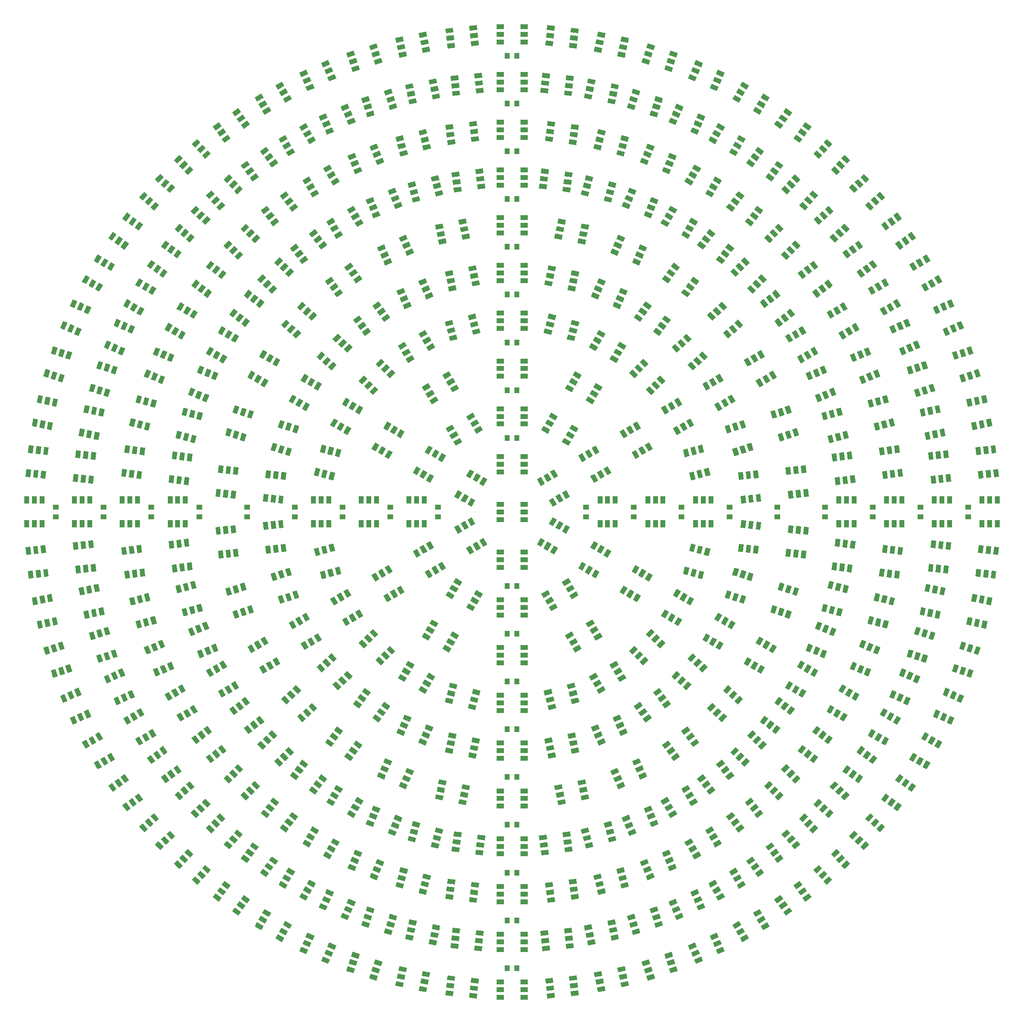
<source format=gbr>
G04 #@! TF.FileFunction,Paste,Top*
%FSLAX46Y46*%
G04 Gerber Fmt 4.6, Leading zero omitted, Abs format (unit mm)*
G04 Created by KiCad (PCBNEW 4.0.4-1.fc24-product) date Wed Jul  5 07:31:47 2017*
%MOMM*%
%LPD*%
G01*
G04 APERTURE LIST*
%ADD10C,0.100000*%
%ADD11R,1.250000X1.000000*%
%ADD12R,1.000000X1.250000*%
%ADD13R,1.600000X1.000000*%
%ADD14R,1.000000X1.600000*%
G04 APERTURE END LIST*
D10*
D11*
X315500000Y-201000000D03*
X315500000Y-199000000D03*
D12*
X299000000Y-215500000D03*
X301000000Y-215500000D03*
D11*
X284500000Y-199000000D03*
X284500000Y-201000000D03*
X325500000Y-201000000D03*
X325500000Y-199000000D03*
D12*
X299000000Y-225500000D03*
X301000000Y-225500000D03*
D11*
X274500000Y-199000000D03*
X274500000Y-201000000D03*
X335500000Y-201000000D03*
X335500000Y-199000000D03*
D12*
X299000000Y-235500000D03*
X301000000Y-235500000D03*
D11*
X264500000Y-199000000D03*
X264500000Y-201000000D03*
X345500000Y-201000000D03*
X345500000Y-199000000D03*
D12*
X299000000Y-245500000D03*
X301000000Y-245500000D03*
D11*
X254500000Y-199000000D03*
X254500000Y-201000000D03*
X355500000Y-201000000D03*
X355500000Y-199000000D03*
D12*
X299000000Y-255500000D03*
X301000000Y-255500000D03*
D11*
X244500000Y-199000000D03*
X244500000Y-201000000D03*
X365500000Y-201000000D03*
X365500000Y-199000000D03*
D12*
X299000000Y-265500000D03*
X301000000Y-265500000D03*
D11*
X234500000Y-199000000D03*
X234500000Y-201000000D03*
X375500000Y-201000000D03*
X375500000Y-199000000D03*
D12*
X299000000Y-275500000D03*
X301000000Y-275500000D03*
D11*
X224500000Y-199000000D03*
X224500000Y-201000000D03*
X385500000Y-201000000D03*
X385500000Y-199000000D03*
D12*
X299000000Y-285500000D03*
X301000000Y-285500000D03*
D11*
X214500000Y-199000000D03*
X214500000Y-201000000D03*
X395500000Y-201000000D03*
X395500000Y-199000000D03*
D12*
X299000000Y-295500000D03*
X301000000Y-295500000D03*
D11*
X204500000Y-199000000D03*
X204500000Y-201000000D03*
D12*
X301000000Y-184500000D03*
X299000000Y-184500000D03*
X301000000Y-174500000D03*
X299000000Y-174500000D03*
X301000000Y-164500000D03*
X299000000Y-164500000D03*
X301000000Y-154500000D03*
X299000000Y-154500000D03*
X301000000Y-144500000D03*
X299000000Y-144500000D03*
X301000000Y-134500000D03*
X299000000Y-134500000D03*
X301000000Y-124500000D03*
X299000000Y-124500000D03*
X301000000Y-114500000D03*
X299000000Y-114500000D03*
D10*
G36*
X283648146Y-207477756D02*
X282782120Y-207977756D01*
X281982120Y-206592116D01*
X282848146Y-206092116D01*
X283648146Y-207477756D01*
X283648146Y-207477756D01*
G37*
G36*
X282262505Y-208277756D02*
X281396479Y-208777756D01*
X280596479Y-207392116D01*
X281462505Y-206892116D01*
X282262505Y-208277756D01*
X282262505Y-208277756D01*
G37*
G36*
X280876864Y-209077756D02*
X280010838Y-209577756D01*
X279210838Y-208192116D01*
X280076864Y-207692116D01*
X280876864Y-209077756D01*
X280876864Y-209077756D01*
G37*
G36*
X286148146Y-211807884D02*
X285282120Y-212307884D01*
X284482120Y-210922244D01*
X285348146Y-210422244D01*
X286148146Y-211807884D01*
X286148146Y-211807884D01*
G37*
G36*
X284762505Y-212607884D02*
X283896479Y-213107884D01*
X283096479Y-211722244D01*
X283962505Y-211222244D01*
X284762505Y-212607884D01*
X284762505Y-212607884D01*
G37*
G36*
X283376864Y-213407884D02*
X282510838Y-213907884D01*
X281710838Y-212522244D01*
X282576864Y-212022244D01*
X283376864Y-213407884D01*
X283376864Y-213407884D01*
G37*
G36*
X285348146Y-189577756D02*
X284482120Y-189077756D01*
X285282120Y-187692116D01*
X286148146Y-188192116D01*
X285348146Y-189577756D01*
X285348146Y-189577756D01*
G37*
G36*
X283962505Y-188777756D02*
X283096479Y-188277756D01*
X283896479Y-186892116D01*
X284762505Y-187392116D01*
X283962505Y-188777756D01*
X283962505Y-188777756D01*
G37*
G36*
X282576864Y-187977756D02*
X281710838Y-187477756D01*
X282510838Y-186092116D01*
X283376864Y-186592116D01*
X282576864Y-187977756D01*
X282576864Y-187977756D01*
G37*
G36*
X282848146Y-193907884D02*
X281982120Y-193407884D01*
X282782120Y-192022244D01*
X283648146Y-192522244D01*
X282848146Y-193907884D01*
X282848146Y-193907884D01*
G37*
G36*
X281462505Y-193107884D02*
X280596479Y-192607884D01*
X281396479Y-191222244D01*
X282262505Y-191722244D01*
X281462505Y-193107884D01*
X281462505Y-193107884D01*
G37*
G36*
X280076864Y-192307884D02*
X279210838Y-191807884D01*
X280010838Y-190422244D01*
X280876864Y-190922244D01*
X280076864Y-192307884D01*
X280076864Y-192307884D01*
G37*
G36*
X307691600Y-197522244D02*
X308557626Y-197022244D01*
X309357626Y-198407884D01*
X308491600Y-198907884D01*
X307691600Y-197522244D01*
X307691600Y-197522244D01*
G37*
G36*
X309077241Y-196722244D02*
X309943267Y-196222244D01*
X310743267Y-197607884D01*
X309877241Y-198107884D01*
X309077241Y-196722244D01*
X309077241Y-196722244D01*
G37*
G36*
X310462882Y-195922244D02*
X311328908Y-195422244D01*
X312128908Y-196807884D01*
X311262882Y-197307884D01*
X310462882Y-195922244D01*
X310462882Y-195922244D01*
G37*
G36*
X305191600Y-193192116D02*
X306057626Y-192692116D01*
X306857626Y-194077756D01*
X305991600Y-194577756D01*
X305191600Y-193192116D01*
X305191600Y-193192116D01*
G37*
G36*
X306577241Y-192392116D02*
X307443267Y-191892116D01*
X308243267Y-193277756D01*
X307377241Y-193777756D01*
X306577241Y-192392116D01*
X306577241Y-192392116D01*
G37*
G36*
X307962882Y-191592116D02*
X308828908Y-191092116D01*
X309628908Y-192477756D01*
X308762882Y-192977756D01*
X307962882Y-191592116D01*
X307962882Y-191592116D01*
G37*
G36*
X305991600Y-205422244D02*
X306857626Y-205922244D01*
X306057626Y-207307884D01*
X305191600Y-206807884D01*
X305991600Y-205422244D01*
X305991600Y-205422244D01*
G37*
G36*
X307377241Y-206222244D02*
X308243267Y-206722244D01*
X307443267Y-208107884D01*
X306577241Y-207607884D01*
X307377241Y-206222244D01*
X307377241Y-206222244D01*
G37*
G36*
X308762882Y-207022244D02*
X309628908Y-207522244D01*
X308828908Y-208907884D01*
X307962882Y-208407884D01*
X308762882Y-207022244D01*
X308762882Y-207022244D01*
G37*
G36*
X308491600Y-201092116D02*
X309357626Y-201592116D01*
X308557626Y-202977756D01*
X307691600Y-202477756D01*
X308491600Y-201092116D01*
X308491600Y-201092116D01*
G37*
G36*
X309877241Y-201892116D02*
X310743267Y-202392116D01*
X309943267Y-203777756D01*
X309077241Y-203277756D01*
X309877241Y-201892116D01*
X309877241Y-201892116D01*
G37*
G36*
X311262882Y-202692116D02*
X312128908Y-203192116D01*
X311328908Y-204577756D01*
X310462882Y-204077756D01*
X311262882Y-202692116D01*
X311262882Y-202692116D01*
G37*
D13*
X297500000Y-208400000D03*
X297500000Y-210000000D03*
X297500000Y-211600000D03*
X302500000Y-208400000D03*
X302500000Y-210000000D03*
X302500000Y-211600000D03*
D10*
G36*
X292308400Y-202477756D02*
X291442374Y-202977756D01*
X290642374Y-201592116D01*
X291508400Y-201092116D01*
X292308400Y-202477756D01*
X292308400Y-202477756D01*
G37*
G36*
X290922759Y-203277756D02*
X290056733Y-203777756D01*
X289256733Y-202392116D01*
X290122759Y-201892116D01*
X290922759Y-203277756D01*
X290922759Y-203277756D01*
G37*
G36*
X289537118Y-204077756D02*
X288671092Y-204577756D01*
X287871092Y-203192116D01*
X288737118Y-202692116D01*
X289537118Y-204077756D01*
X289537118Y-204077756D01*
G37*
G36*
X294808400Y-206807884D02*
X293942374Y-207307884D01*
X293142374Y-205922244D01*
X294008400Y-205422244D01*
X294808400Y-206807884D01*
X294808400Y-206807884D01*
G37*
G36*
X293422759Y-207607884D02*
X292556733Y-208107884D01*
X291756733Y-206722244D01*
X292622759Y-206222244D01*
X293422759Y-207607884D01*
X293422759Y-207607884D01*
G37*
G36*
X292037118Y-208407884D02*
X291171092Y-208907884D01*
X290371092Y-207522244D01*
X291237118Y-207022244D01*
X292037118Y-208407884D01*
X292037118Y-208407884D01*
G37*
G36*
X294008400Y-194577756D02*
X293142374Y-194077756D01*
X293942374Y-192692116D01*
X294808400Y-193192116D01*
X294008400Y-194577756D01*
X294008400Y-194577756D01*
G37*
G36*
X292622759Y-193777756D02*
X291756733Y-193277756D01*
X292556733Y-191892116D01*
X293422759Y-192392116D01*
X292622759Y-193777756D01*
X292622759Y-193777756D01*
G37*
G36*
X291237118Y-192977756D02*
X290371092Y-192477756D01*
X291171092Y-191092116D01*
X292037118Y-191592116D01*
X291237118Y-192977756D01*
X291237118Y-192977756D01*
G37*
G36*
X291508400Y-198907884D02*
X290642374Y-198407884D01*
X291442374Y-197022244D01*
X292308400Y-197522244D01*
X291508400Y-198907884D01*
X291508400Y-198907884D01*
G37*
G36*
X290122759Y-198107884D02*
X289256733Y-197607884D01*
X290056733Y-196222244D01*
X290922759Y-196722244D01*
X290122759Y-198107884D01*
X290122759Y-198107884D01*
G37*
G36*
X288737118Y-197307884D02*
X287871092Y-196807884D01*
X288671092Y-195422244D01*
X289537118Y-195922244D01*
X288737118Y-197307884D01*
X288737118Y-197307884D01*
G37*
G36*
X310422244Y-185348146D02*
X310922244Y-184482120D01*
X312307884Y-185282120D01*
X311807884Y-186148146D01*
X310422244Y-185348146D01*
X310422244Y-185348146D01*
G37*
G36*
X311222244Y-183962505D02*
X311722244Y-183096479D01*
X313107884Y-183896479D01*
X312607884Y-184762505D01*
X311222244Y-183962505D01*
X311222244Y-183962505D01*
G37*
G36*
X312022244Y-182576864D02*
X312522244Y-181710838D01*
X313907884Y-182510838D01*
X313407884Y-183376864D01*
X312022244Y-182576864D01*
X312022244Y-182576864D01*
G37*
G36*
X306092116Y-182848146D02*
X306592116Y-181982120D01*
X307977756Y-182782120D01*
X307477756Y-183648146D01*
X306092116Y-182848146D01*
X306092116Y-182848146D01*
G37*
G36*
X306892116Y-181462505D02*
X307392116Y-180596479D01*
X308777756Y-181396479D01*
X308277756Y-182262505D01*
X306892116Y-181462505D01*
X306892116Y-181462505D01*
G37*
G36*
X307692116Y-180076864D02*
X308192116Y-179210838D01*
X309577756Y-180010838D01*
X309077756Y-180876864D01*
X307692116Y-180076864D01*
X307692116Y-180076864D01*
G37*
G36*
X316351854Y-192522244D02*
X317217880Y-192022244D01*
X318017880Y-193407884D01*
X317151854Y-193907884D01*
X316351854Y-192522244D01*
X316351854Y-192522244D01*
G37*
G36*
X317737495Y-191722244D02*
X318603521Y-191222244D01*
X319403521Y-192607884D01*
X318537495Y-193107884D01*
X317737495Y-191722244D01*
X317737495Y-191722244D01*
G37*
G36*
X319123136Y-190922244D02*
X319989162Y-190422244D01*
X320789162Y-191807884D01*
X319923136Y-192307884D01*
X319123136Y-190922244D01*
X319123136Y-190922244D01*
G37*
G36*
X313851854Y-188192116D02*
X314717880Y-187692116D01*
X315517880Y-189077756D01*
X314651854Y-189577756D01*
X313851854Y-188192116D01*
X313851854Y-188192116D01*
G37*
G36*
X315237495Y-187392116D02*
X316103521Y-186892116D01*
X316903521Y-188277756D01*
X316037495Y-188777756D01*
X315237495Y-187392116D01*
X315237495Y-187392116D01*
G37*
G36*
X316623136Y-186592116D02*
X317489162Y-186092116D01*
X318289162Y-187477756D01*
X317423136Y-187977756D01*
X316623136Y-186592116D01*
X316623136Y-186592116D01*
G37*
D14*
X318400000Y-202500000D03*
X320000000Y-202500000D03*
X321600000Y-202500000D03*
X318400000Y-197500000D03*
X320000000Y-197500000D03*
X321600000Y-197500000D03*
D10*
G36*
X314651854Y-210422244D02*
X315517880Y-210922244D01*
X314717880Y-212307884D01*
X313851854Y-211807884D01*
X314651854Y-210422244D01*
X314651854Y-210422244D01*
G37*
G36*
X316037495Y-211222244D02*
X316903521Y-211722244D01*
X316103521Y-213107884D01*
X315237495Y-212607884D01*
X316037495Y-211222244D01*
X316037495Y-211222244D01*
G37*
G36*
X317423136Y-212022244D02*
X318289162Y-212522244D01*
X317489162Y-213907884D01*
X316623136Y-213407884D01*
X317423136Y-212022244D01*
X317423136Y-212022244D01*
G37*
G36*
X317151854Y-206092116D02*
X318017880Y-206592116D01*
X317217880Y-207977756D01*
X316351854Y-207477756D01*
X317151854Y-206092116D01*
X317151854Y-206092116D01*
G37*
G36*
X318537495Y-206892116D02*
X319403521Y-207392116D01*
X318603521Y-208777756D01*
X317737495Y-208277756D01*
X318537495Y-206892116D01*
X318537495Y-206892116D01*
G37*
G36*
X319923136Y-207692116D02*
X320789162Y-208192116D01*
X319989162Y-209577756D01*
X319123136Y-209077756D01*
X319923136Y-207692116D01*
X319923136Y-207692116D01*
G37*
G36*
X307477756Y-216351854D02*
X307977756Y-217217880D01*
X306592116Y-218017880D01*
X306092116Y-217151854D01*
X307477756Y-216351854D01*
X307477756Y-216351854D01*
G37*
G36*
X308277756Y-217737495D02*
X308777756Y-218603521D01*
X307392116Y-219403521D01*
X306892116Y-218537495D01*
X308277756Y-217737495D01*
X308277756Y-217737495D01*
G37*
G36*
X309077756Y-219123136D02*
X309577756Y-219989162D01*
X308192116Y-220789162D01*
X307692116Y-219923136D01*
X309077756Y-219123136D01*
X309077756Y-219123136D01*
G37*
G36*
X311807884Y-213851854D02*
X312307884Y-214717880D01*
X310922244Y-215517880D01*
X310422244Y-214651854D01*
X311807884Y-213851854D01*
X311807884Y-213851854D01*
G37*
G36*
X312607884Y-215237495D02*
X313107884Y-216103521D01*
X311722244Y-216903521D01*
X311222244Y-216037495D01*
X312607884Y-215237495D01*
X312607884Y-215237495D01*
G37*
G36*
X313407884Y-216623136D02*
X313907884Y-217489162D01*
X312522244Y-218289162D01*
X312022244Y-217423136D01*
X313407884Y-216623136D01*
X313407884Y-216623136D01*
G37*
D13*
X297500000Y-218400000D03*
X297500000Y-220000000D03*
X297500000Y-221600000D03*
X302500000Y-218400000D03*
X302500000Y-220000000D03*
X302500000Y-221600000D03*
D10*
G36*
X289577756Y-214651854D02*
X289077756Y-215517880D01*
X287692116Y-214717880D01*
X288192116Y-213851854D01*
X289577756Y-214651854D01*
X289577756Y-214651854D01*
G37*
G36*
X288777756Y-216037495D02*
X288277756Y-216903521D01*
X286892116Y-216103521D01*
X287392116Y-215237495D01*
X288777756Y-216037495D01*
X288777756Y-216037495D01*
G37*
G36*
X287977756Y-217423136D02*
X287477756Y-218289162D01*
X286092116Y-217489162D01*
X286592116Y-216623136D01*
X287977756Y-217423136D01*
X287977756Y-217423136D01*
G37*
G36*
X293907884Y-217151854D02*
X293407884Y-218017880D01*
X292022244Y-217217880D01*
X292522244Y-216351854D01*
X293907884Y-217151854D01*
X293907884Y-217151854D01*
G37*
G36*
X293107884Y-218537495D02*
X292607884Y-219403521D01*
X291222244Y-218603521D01*
X291722244Y-217737495D01*
X293107884Y-218537495D01*
X293107884Y-218537495D01*
G37*
G36*
X292307884Y-219923136D02*
X291807884Y-220789162D01*
X290422244Y-219989162D01*
X290922244Y-219123136D01*
X292307884Y-219923136D01*
X292307884Y-219923136D01*
G37*
D14*
X281600000Y-197500000D03*
X280000000Y-197500000D03*
X278400000Y-197500000D03*
X281600000Y-202500000D03*
X280000000Y-202500000D03*
X278400000Y-202500000D03*
D10*
G36*
X292522244Y-183648146D02*
X292022244Y-182782120D01*
X293407884Y-181982120D01*
X293907884Y-182848146D01*
X292522244Y-183648146D01*
X292522244Y-183648146D01*
G37*
G36*
X291722244Y-182262505D02*
X291222244Y-181396479D01*
X292607884Y-180596479D01*
X293107884Y-181462505D01*
X291722244Y-182262505D01*
X291722244Y-182262505D01*
G37*
G36*
X290922244Y-180876864D02*
X290422244Y-180010838D01*
X291807884Y-179210838D01*
X292307884Y-180076864D01*
X290922244Y-180876864D01*
X290922244Y-180876864D01*
G37*
G36*
X288192116Y-186148146D02*
X287692116Y-185282120D01*
X289077756Y-184482120D01*
X289577756Y-185348146D01*
X288192116Y-186148146D01*
X288192116Y-186148146D01*
G37*
G36*
X287392116Y-184762505D02*
X286892116Y-183896479D01*
X288277756Y-183096479D01*
X288777756Y-183962505D01*
X287392116Y-184762505D01*
X287392116Y-184762505D01*
G37*
G36*
X286592116Y-183376864D02*
X286092116Y-182510838D01*
X287477756Y-181710838D01*
X287977756Y-182576864D01*
X286592116Y-183376864D01*
X286592116Y-183376864D01*
G37*
G36*
X315422244Y-176687892D02*
X315922244Y-175821866D01*
X317307884Y-176621866D01*
X316807884Y-177487892D01*
X315422244Y-176687892D01*
X315422244Y-176687892D01*
G37*
G36*
X316222244Y-175302251D02*
X316722244Y-174436225D01*
X318107884Y-175236225D01*
X317607884Y-176102251D01*
X316222244Y-175302251D01*
X316222244Y-175302251D01*
G37*
G36*
X317022244Y-173916610D02*
X317522244Y-173050584D01*
X318907884Y-173850584D01*
X318407884Y-174716610D01*
X317022244Y-173916610D01*
X317022244Y-173916610D01*
G37*
G36*
X311092116Y-174187892D02*
X311592116Y-173321866D01*
X312977756Y-174121866D01*
X312477756Y-174987892D01*
X311092116Y-174187892D01*
X311092116Y-174187892D01*
G37*
G36*
X311892116Y-172802251D02*
X312392116Y-171936225D01*
X313777756Y-172736225D01*
X313277756Y-173602251D01*
X311892116Y-172802251D01*
X311892116Y-172802251D01*
G37*
G36*
X312692116Y-171416610D02*
X313192116Y-170550584D01*
X314577756Y-171350584D01*
X314077756Y-172216610D01*
X312692116Y-171416610D01*
X312692116Y-171416610D01*
G37*
G36*
X325012108Y-187522244D02*
X325878134Y-187022244D01*
X326678134Y-188407884D01*
X325812108Y-188907884D01*
X325012108Y-187522244D01*
X325012108Y-187522244D01*
G37*
G36*
X326397749Y-186722244D02*
X327263775Y-186222244D01*
X328063775Y-187607884D01*
X327197749Y-188107884D01*
X326397749Y-186722244D01*
X326397749Y-186722244D01*
G37*
G36*
X327783390Y-185922244D02*
X328649416Y-185422244D01*
X329449416Y-186807884D01*
X328583390Y-187307884D01*
X327783390Y-185922244D01*
X327783390Y-185922244D01*
G37*
G36*
X322512108Y-183192116D02*
X323378134Y-182692116D01*
X324178134Y-184077756D01*
X323312108Y-184577756D01*
X322512108Y-183192116D01*
X322512108Y-183192116D01*
G37*
G36*
X323897749Y-182392116D02*
X324763775Y-181892116D01*
X325563775Y-183277756D01*
X324697749Y-183777756D01*
X323897749Y-182392116D01*
X323897749Y-182392116D01*
G37*
G36*
X325283390Y-181592116D02*
X326149416Y-181092116D01*
X326949416Y-182477756D01*
X326083390Y-182977756D01*
X325283390Y-181592116D01*
X325283390Y-181592116D01*
G37*
D14*
X328400000Y-202500000D03*
X330000000Y-202500000D03*
X331600000Y-202500000D03*
X328400000Y-197500000D03*
X330000000Y-197500000D03*
X331600000Y-197500000D03*
D10*
G36*
X323312108Y-215422244D02*
X324178134Y-215922244D01*
X323378134Y-217307884D01*
X322512108Y-216807884D01*
X323312108Y-215422244D01*
X323312108Y-215422244D01*
G37*
G36*
X324697749Y-216222244D02*
X325563775Y-216722244D01*
X324763775Y-218107884D01*
X323897749Y-217607884D01*
X324697749Y-216222244D01*
X324697749Y-216222244D01*
G37*
G36*
X326083390Y-217022244D02*
X326949416Y-217522244D01*
X326149416Y-218907884D01*
X325283390Y-218407884D01*
X326083390Y-217022244D01*
X326083390Y-217022244D01*
G37*
G36*
X325812108Y-211092116D02*
X326678134Y-211592116D01*
X325878134Y-212977756D01*
X325012108Y-212477756D01*
X325812108Y-211092116D01*
X325812108Y-211092116D01*
G37*
G36*
X327197749Y-211892116D02*
X328063775Y-212392116D01*
X327263775Y-213777756D01*
X326397749Y-213277756D01*
X327197749Y-211892116D01*
X327197749Y-211892116D01*
G37*
G36*
X328583390Y-212692116D02*
X329449416Y-213192116D01*
X328649416Y-214577756D01*
X327783390Y-214077756D01*
X328583390Y-212692116D01*
X328583390Y-212692116D01*
G37*
G36*
X312477756Y-225012108D02*
X312977756Y-225878134D01*
X311592116Y-226678134D01*
X311092116Y-225812108D01*
X312477756Y-225012108D01*
X312477756Y-225012108D01*
G37*
G36*
X313277756Y-226397749D02*
X313777756Y-227263775D01*
X312392116Y-228063775D01*
X311892116Y-227197749D01*
X313277756Y-226397749D01*
X313277756Y-226397749D01*
G37*
G36*
X314077756Y-227783390D02*
X314577756Y-228649416D01*
X313192116Y-229449416D01*
X312692116Y-228583390D01*
X314077756Y-227783390D01*
X314077756Y-227783390D01*
G37*
G36*
X316807884Y-222512108D02*
X317307884Y-223378134D01*
X315922244Y-224178134D01*
X315422244Y-223312108D01*
X316807884Y-222512108D01*
X316807884Y-222512108D01*
G37*
G36*
X317607884Y-223897749D02*
X318107884Y-224763775D01*
X316722244Y-225563775D01*
X316222244Y-224697749D01*
X317607884Y-223897749D01*
X317607884Y-223897749D01*
G37*
G36*
X318407884Y-225283390D02*
X318907884Y-226149416D01*
X317522244Y-226949416D01*
X317022244Y-226083390D01*
X318407884Y-225283390D01*
X318407884Y-225283390D01*
G37*
D13*
X297500000Y-228400000D03*
X297500000Y-230000000D03*
X297500000Y-231600000D03*
X302500000Y-228400000D03*
X302500000Y-230000000D03*
X302500000Y-231600000D03*
D10*
G36*
X284577756Y-223312108D02*
X284077756Y-224178134D01*
X282692116Y-223378134D01*
X283192116Y-222512108D01*
X284577756Y-223312108D01*
X284577756Y-223312108D01*
G37*
G36*
X283777756Y-224697749D02*
X283277756Y-225563775D01*
X281892116Y-224763775D01*
X282392116Y-223897749D01*
X283777756Y-224697749D01*
X283777756Y-224697749D01*
G37*
G36*
X282977756Y-226083390D02*
X282477756Y-226949416D01*
X281092116Y-226149416D01*
X281592116Y-225283390D01*
X282977756Y-226083390D01*
X282977756Y-226083390D01*
G37*
G36*
X288907884Y-225812108D02*
X288407884Y-226678134D01*
X287022244Y-225878134D01*
X287522244Y-225012108D01*
X288907884Y-225812108D01*
X288907884Y-225812108D01*
G37*
G36*
X288107884Y-227197749D02*
X287607884Y-228063775D01*
X286222244Y-227263775D01*
X286722244Y-226397749D01*
X288107884Y-227197749D01*
X288107884Y-227197749D01*
G37*
G36*
X287307884Y-228583390D02*
X286807884Y-229449416D01*
X285422244Y-228649416D01*
X285922244Y-227783390D01*
X287307884Y-228583390D01*
X287307884Y-228583390D01*
G37*
G36*
X274987892Y-212477756D02*
X274121866Y-212977756D01*
X273321866Y-211592116D01*
X274187892Y-211092116D01*
X274987892Y-212477756D01*
X274987892Y-212477756D01*
G37*
G36*
X273602251Y-213277756D02*
X272736225Y-213777756D01*
X271936225Y-212392116D01*
X272802251Y-211892116D01*
X273602251Y-213277756D01*
X273602251Y-213277756D01*
G37*
G36*
X272216610Y-214077756D02*
X271350584Y-214577756D01*
X270550584Y-213192116D01*
X271416610Y-212692116D01*
X272216610Y-214077756D01*
X272216610Y-214077756D01*
G37*
G36*
X277487892Y-216807884D02*
X276621866Y-217307884D01*
X275821866Y-215922244D01*
X276687892Y-215422244D01*
X277487892Y-216807884D01*
X277487892Y-216807884D01*
G37*
G36*
X276102251Y-217607884D02*
X275236225Y-218107884D01*
X274436225Y-216722244D01*
X275302251Y-216222244D01*
X276102251Y-217607884D01*
X276102251Y-217607884D01*
G37*
G36*
X274716610Y-218407884D02*
X273850584Y-218907884D01*
X273050584Y-217522244D01*
X273916610Y-217022244D01*
X274716610Y-218407884D01*
X274716610Y-218407884D01*
G37*
D14*
X271600000Y-197500000D03*
X270000000Y-197500000D03*
X268400000Y-197500000D03*
X271600000Y-202500000D03*
X270000000Y-202500000D03*
X268400000Y-202500000D03*
D10*
G36*
X276687892Y-184577756D02*
X275821866Y-184077756D01*
X276621866Y-182692116D01*
X277487892Y-183192116D01*
X276687892Y-184577756D01*
X276687892Y-184577756D01*
G37*
G36*
X275302251Y-183777756D02*
X274436225Y-183277756D01*
X275236225Y-181892116D01*
X276102251Y-182392116D01*
X275302251Y-183777756D01*
X275302251Y-183777756D01*
G37*
G36*
X273916610Y-182977756D02*
X273050584Y-182477756D01*
X273850584Y-181092116D01*
X274716610Y-181592116D01*
X273916610Y-182977756D01*
X273916610Y-182977756D01*
G37*
G36*
X274187892Y-188907884D02*
X273321866Y-188407884D01*
X274121866Y-187022244D01*
X274987892Y-187522244D01*
X274187892Y-188907884D01*
X274187892Y-188907884D01*
G37*
G36*
X272802251Y-188107884D02*
X271936225Y-187607884D01*
X272736225Y-186222244D01*
X273602251Y-186722244D01*
X272802251Y-188107884D01*
X272802251Y-188107884D01*
G37*
G36*
X271416610Y-187307884D02*
X270550584Y-186807884D01*
X271350584Y-185422244D01*
X272216610Y-185922244D01*
X271416610Y-187307884D01*
X271416610Y-187307884D01*
G37*
G36*
X287522244Y-174987892D02*
X287022244Y-174121866D01*
X288407884Y-173321866D01*
X288907884Y-174187892D01*
X287522244Y-174987892D01*
X287522244Y-174987892D01*
G37*
G36*
X286722244Y-173602251D02*
X286222244Y-172736225D01*
X287607884Y-171936225D01*
X288107884Y-172802251D01*
X286722244Y-173602251D01*
X286722244Y-173602251D01*
G37*
G36*
X285922244Y-172216610D02*
X285422244Y-171350584D01*
X286807884Y-170550584D01*
X287307884Y-171416610D01*
X285922244Y-172216610D01*
X285922244Y-172216610D01*
G37*
G36*
X283192116Y-177487892D02*
X282692116Y-176621866D01*
X284077756Y-175821866D01*
X284577756Y-176687892D01*
X283192116Y-177487892D01*
X283192116Y-177487892D01*
G37*
G36*
X282392116Y-176102251D02*
X281892116Y-175236225D01*
X283277756Y-174436225D01*
X283777756Y-175302251D01*
X282392116Y-176102251D01*
X282392116Y-176102251D01*
G37*
G36*
X281592116Y-174716610D02*
X281092116Y-173850584D01*
X282477756Y-173050584D01*
X282977756Y-173916610D01*
X281592116Y-174716610D01*
X281592116Y-174716610D01*
G37*
G36*
X311451316Y-163831404D02*
X311710135Y-162865478D01*
X313255616Y-163279588D01*
X312996797Y-164245514D01*
X311451316Y-163831404D01*
X311451316Y-163831404D01*
G37*
G36*
X311865427Y-162285923D02*
X312124246Y-161319997D01*
X313669727Y-161734107D01*
X313410908Y-162700033D01*
X311865427Y-162285923D01*
X311865427Y-162285923D01*
G37*
G36*
X312279537Y-160740441D02*
X312538356Y-159774515D01*
X314083837Y-160188625D01*
X313825018Y-161154551D01*
X312279537Y-160740441D01*
X312279537Y-160740441D01*
G37*
G36*
X306621687Y-162537309D02*
X306880506Y-161571383D01*
X308425987Y-161985493D01*
X308167168Y-162951419D01*
X306621687Y-162537309D01*
X306621687Y-162537309D01*
G37*
G36*
X307035797Y-160991827D02*
X307294616Y-160025901D01*
X308840097Y-160440011D01*
X308581278Y-161405937D01*
X307035797Y-160991827D01*
X307035797Y-160991827D01*
G37*
G36*
X307449908Y-159446346D02*
X307708727Y-158480420D01*
X309254208Y-158894530D01*
X308995389Y-159860456D01*
X307449908Y-159446346D01*
X307449908Y-159446346D01*
G37*
G36*
X320422244Y-168027638D02*
X320922244Y-167161612D01*
X322307884Y-167961612D01*
X321807884Y-168827638D01*
X320422244Y-168027638D01*
X320422244Y-168027638D01*
G37*
G36*
X321222244Y-166641997D02*
X321722244Y-165775971D01*
X323107884Y-166575971D01*
X322607884Y-167441997D01*
X321222244Y-166641997D01*
X321222244Y-166641997D01*
G37*
G36*
X322022244Y-165256356D02*
X322522244Y-164390330D01*
X323907884Y-165190330D01*
X323407884Y-166056356D01*
X322022244Y-165256356D01*
X322022244Y-165256356D01*
G37*
G36*
X316092116Y-165527638D02*
X316592116Y-164661612D01*
X317977756Y-165461612D01*
X317477756Y-166327638D01*
X316092116Y-165527638D01*
X316092116Y-165527638D01*
G37*
G36*
X316892116Y-164141997D02*
X317392116Y-163275971D01*
X318777756Y-164075971D01*
X318277756Y-164941997D01*
X316892116Y-164141997D01*
X316892116Y-164141997D01*
G37*
G36*
X317692116Y-162756356D02*
X318192116Y-161890330D01*
X319577756Y-162690330D01*
X319077756Y-163556356D01*
X317692116Y-162756356D01*
X317692116Y-162756356D01*
G37*
G36*
X328001428Y-174402735D02*
X328708535Y-173695628D01*
X329839906Y-174826999D01*
X329132799Y-175534106D01*
X328001428Y-174402735D01*
X328001428Y-174402735D01*
G37*
G36*
X329132799Y-173271364D02*
X329839906Y-172564257D01*
X330971277Y-173695628D01*
X330264170Y-174402735D01*
X329132799Y-173271364D01*
X329132799Y-173271364D01*
G37*
G36*
X330264170Y-172139993D02*
X330971277Y-171432886D01*
X332102648Y-172564257D01*
X331395541Y-173271364D01*
X330264170Y-172139993D01*
X330264170Y-172139993D01*
G37*
G36*
X324465894Y-170867201D02*
X325173001Y-170160094D01*
X326304372Y-171291465D01*
X325597265Y-171998572D01*
X324465894Y-170867201D01*
X324465894Y-170867201D01*
G37*
G36*
X325597265Y-169735830D02*
X326304372Y-169028723D01*
X327435743Y-170160094D01*
X326728636Y-170867201D01*
X325597265Y-169735830D01*
X325597265Y-169735830D01*
G37*
G36*
X326728636Y-168604459D02*
X327435743Y-167897352D01*
X328567114Y-169028723D01*
X327860007Y-169735830D01*
X326728636Y-168604459D01*
X326728636Y-168604459D01*
G37*
G36*
X333672362Y-182522244D02*
X334538388Y-182022244D01*
X335338388Y-183407884D01*
X334472362Y-183907884D01*
X333672362Y-182522244D01*
X333672362Y-182522244D01*
G37*
G36*
X335058003Y-181722244D02*
X335924029Y-181222244D01*
X336724029Y-182607884D01*
X335858003Y-183107884D01*
X335058003Y-181722244D01*
X335058003Y-181722244D01*
G37*
G36*
X336443644Y-180922244D02*
X337309670Y-180422244D01*
X338109670Y-181807884D01*
X337243644Y-182307884D01*
X336443644Y-180922244D01*
X336443644Y-180922244D01*
G37*
G36*
X331172362Y-178192116D02*
X332038388Y-177692116D01*
X332838388Y-179077756D01*
X331972362Y-179577756D01*
X331172362Y-178192116D01*
X331172362Y-178192116D01*
G37*
G36*
X332558003Y-177392116D02*
X333424029Y-176892116D01*
X334224029Y-178277756D01*
X333358003Y-178777756D01*
X332558003Y-177392116D01*
X332558003Y-177392116D01*
G37*
G36*
X333943644Y-176592116D02*
X334809670Y-176092116D01*
X335609670Y-177477756D01*
X334743644Y-177977756D01*
X333943644Y-176592116D01*
X333943644Y-176592116D01*
G37*
G36*
X337048581Y-191832832D02*
X338014507Y-191574013D01*
X338428617Y-193119494D01*
X337462691Y-193378313D01*
X337048581Y-191832832D01*
X337048581Y-191832832D01*
G37*
G36*
X338594063Y-191418722D02*
X339559989Y-191159903D01*
X339974099Y-192705384D01*
X339008173Y-192964203D01*
X338594063Y-191418722D01*
X338594063Y-191418722D01*
G37*
G36*
X340139544Y-191004611D02*
X341105470Y-190745792D01*
X341519580Y-192291273D01*
X340553654Y-192550092D01*
X340139544Y-191004611D01*
X340139544Y-191004611D01*
G37*
G36*
X335754486Y-187003203D02*
X336720412Y-186744384D01*
X337134522Y-188289865D01*
X336168596Y-188548684D01*
X335754486Y-187003203D01*
X335754486Y-187003203D01*
G37*
G36*
X337299967Y-186589092D02*
X338265893Y-186330273D01*
X338680003Y-187875754D01*
X337714077Y-188134573D01*
X337299967Y-186589092D01*
X337299967Y-186589092D01*
G37*
G36*
X338845449Y-186174982D02*
X339811375Y-185916163D01*
X340225485Y-187461644D01*
X339259559Y-187720463D01*
X338845449Y-186174982D01*
X338845449Y-186174982D01*
G37*
D14*
X338400000Y-202500000D03*
X340000000Y-202500000D03*
X341600000Y-202500000D03*
X338400000Y-197500000D03*
X340000000Y-197500000D03*
X341600000Y-197500000D03*
D10*
G36*
X336168596Y-211451316D02*
X337134522Y-211710135D01*
X336720412Y-213255616D01*
X335754486Y-212996797D01*
X336168596Y-211451316D01*
X336168596Y-211451316D01*
G37*
G36*
X337714077Y-211865427D02*
X338680003Y-212124246D01*
X338265893Y-213669727D01*
X337299967Y-213410908D01*
X337714077Y-211865427D01*
X337714077Y-211865427D01*
G37*
G36*
X339259559Y-212279537D02*
X340225485Y-212538356D01*
X339811375Y-214083837D01*
X338845449Y-213825018D01*
X339259559Y-212279537D01*
X339259559Y-212279537D01*
G37*
G36*
X337462691Y-206621687D02*
X338428617Y-206880506D01*
X338014507Y-208425987D01*
X337048581Y-208167168D01*
X337462691Y-206621687D01*
X337462691Y-206621687D01*
G37*
G36*
X339008173Y-207035797D02*
X339974099Y-207294616D01*
X339559989Y-208840097D01*
X338594063Y-208581278D01*
X339008173Y-207035797D01*
X339008173Y-207035797D01*
G37*
G36*
X340553654Y-207449908D02*
X341519580Y-207708727D01*
X341105470Y-209254208D01*
X340139544Y-208995389D01*
X340553654Y-207449908D01*
X340553654Y-207449908D01*
G37*
G36*
X331972362Y-220422244D02*
X332838388Y-220922244D01*
X332038388Y-222307884D01*
X331172362Y-221807884D01*
X331972362Y-220422244D01*
X331972362Y-220422244D01*
G37*
G36*
X333358003Y-221222244D02*
X334224029Y-221722244D01*
X333424029Y-223107884D01*
X332558003Y-222607884D01*
X333358003Y-221222244D01*
X333358003Y-221222244D01*
G37*
G36*
X334743644Y-222022244D02*
X335609670Y-222522244D01*
X334809670Y-223907884D01*
X333943644Y-223407884D01*
X334743644Y-222022244D01*
X334743644Y-222022244D01*
G37*
G36*
X334472362Y-216092116D02*
X335338388Y-216592116D01*
X334538388Y-217977756D01*
X333672362Y-217477756D01*
X334472362Y-216092116D01*
X334472362Y-216092116D01*
G37*
G36*
X335858003Y-216892116D02*
X336724029Y-217392116D01*
X335924029Y-218777756D01*
X335058003Y-218277756D01*
X335858003Y-216892116D01*
X335858003Y-216892116D01*
G37*
G36*
X337243644Y-217692116D02*
X338109670Y-218192116D01*
X337309670Y-219577756D01*
X336443644Y-219077756D01*
X337243644Y-217692116D01*
X337243644Y-217692116D01*
G37*
G36*
X325597265Y-228001428D02*
X326304372Y-228708535D01*
X325173001Y-229839906D01*
X324465894Y-229132799D01*
X325597265Y-228001428D01*
X325597265Y-228001428D01*
G37*
G36*
X326728636Y-229132799D02*
X327435743Y-229839906D01*
X326304372Y-230971277D01*
X325597265Y-230264170D01*
X326728636Y-229132799D01*
X326728636Y-229132799D01*
G37*
G36*
X327860007Y-230264170D02*
X328567114Y-230971277D01*
X327435743Y-232102648D01*
X326728636Y-231395541D01*
X327860007Y-230264170D01*
X327860007Y-230264170D01*
G37*
G36*
X329132799Y-224465894D02*
X329839906Y-225173001D01*
X328708535Y-226304372D01*
X328001428Y-225597265D01*
X329132799Y-224465894D01*
X329132799Y-224465894D01*
G37*
G36*
X330264170Y-225597265D02*
X330971277Y-226304372D01*
X329839906Y-227435743D01*
X329132799Y-226728636D01*
X330264170Y-225597265D01*
X330264170Y-225597265D01*
G37*
G36*
X331395541Y-226728636D02*
X332102648Y-227435743D01*
X330971277Y-228567114D01*
X330264170Y-227860007D01*
X331395541Y-226728636D01*
X331395541Y-226728636D01*
G37*
G36*
X317477756Y-233672362D02*
X317977756Y-234538388D01*
X316592116Y-235338388D01*
X316092116Y-234472362D01*
X317477756Y-233672362D01*
X317477756Y-233672362D01*
G37*
G36*
X318277756Y-235058003D02*
X318777756Y-235924029D01*
X317392116Y-236724029D01*
X316892116Y-235858003D01*
X318277756Y-235058003D01*
X318277756Y-235058003D01*
G37*
G36*
X319077756Y-236443644D02*
X319577756Y-237309670D01*
X318192116Y-238109670D01*
X317692116Y-237243644D01*
X319077756Y-236443644D01*
X319077756Y-236443644D01*
G37*
G36*
X321807884Y-231172362D02*
X322307884Y-232038388D01*
X320922244Y-232838388D01*
X320422244Y-231972362D01*
X321807884Y-231172362D01*
X321807884Y-231172362D01*
G37*
G36*
X322607884Y-232558003D02*
X323107884Y-233424029D01*
X321722244Y-234224029D01*
X321222244Y-233358003D01*
X322607884Y-232558003D01*
X322607884Y-232558003D01*
G37*
G36*
X323407884Y-233943644D02*
X323907884Y-234809670D01*
X322522244Y-235609670D01*
X322022244Y-234743644D01*
X323407884Y-233943644D01*
X323407884Y-233943644D01*
G37*
G36*
X308167168Y-237048581D02*
X308425987Y-238014507D01*
X306880506Y-238428617D01*
X306621687Y-237462691D01*
X308167168Y-237048581D01*
X308167168Y-237048581D01*
G37*
G36*
X308581278Y-238594063D02*
X308840097Y-239559989D01*
X307294616Y-239974099D01*
X307035797Y-239008173D01*
X308581278Y-238594063D01*
X308581278Y-238594063D01*
G37*
G36*
X308995389Y-240139544D02*
X309254208Y-241105470D01*
X307708727Y-241519580D01*
X307449908Y-240553654D01*
X308995389Y-240139544D01*
X308995389Y-240139544D01*
G37*
G36*
X312996797Y-235754486D02*
X313255616Y-236720412D01*
X311710135Y-237134522D01*
X311451316Y-236168596D01*
X312996797Y-235754486D01*
X312996797Y-235754486D01*
G37*
G36*
X313410908Y-237299967D02*
X313669727Y-238265893D01*
X312124246Y-238680003D01*
X311865427Y-237714077D01*
X313410908Y-237299967D01*
X313410908Y-237299967D01*
G37*
G36*
X313825018Y-238845449D02*
X314083837Y-239811375D01*
X312538356Y-240225485D01*
X312279537Y-239259559D01*
X313825018Y-238845449D01*
X313825018Y-238845449D01*
G37*
D13*
X297500000Y-238400000D03*
X297500000Y-240000000D03*
X297500000Y-241600000D03*
X302500000Y-238400000D03*
X302500000Y-240000000D03*
X302500000Y-241600000D03*
D10*
G36*
X288548684Y-236168596D02*
X288289865Y-237134522D01*
X286744384Y-236720412D01*
X287003203Y-235754486D01*
X288548684Y-236168596D01*
X288548684Y-236168596D01*
G37*
G36*
X288134573Y-237714077D02*
X287875754Y-238680003D01*
X286330273Y-238265893D01*
X286589092Y-237299967D01*
X288134573Y-237714077D01*
X288134573Y-237714077D01*
G37*
G36*
X287720463Y-239259559D02*
X287461644Y-240225485D01*
X285916163Y-239811375D01*
X286174982Y-238845449D01*
X287720463Y-239259559D01*
X287720463Y-239259559D01*
G37*
G36*
X293378313Y-237462691D02*
X293119494Y-238428617D01*
X291574013Y-238014507D01*
X291832832Y-237048581D01*
X293378313Y-237462691D01*
X293378313Y-237462691D01*
G37*
G36*
X292964203Y-239008173D02*
X292705384Y-239974099D01*
X291159903Y-239559989D01*
X291418722Y-238594063D01*
X292964203Y-239008173D01*
X292964203Y-239008173D01*
G37*
G36*
X292550092Y-240553654D02*
X292291273Y-241519580D01*
X290745792Y-241105470D01*
X291004611Y-240139544D01*
X292550092Y-240553654D01*
X292550092Y-240553654D01*
G37*
G36*
X279577756Y-231972362D02*
X279077756Y-232838388D01*
X277692116Y-232038388D01*
X278192116Y-231172362D01*
X279577756Y-231972362D01*
X279577756Y-231972362D01*
G37*
G36*
X278777756Y-233358003D02*
X278277756Y-234224029D01*
X276892116Y-233424029D01*
X277392116Y-232558003D01*
X278777756Y-233358003D01*
X278777756Y-233358003D01*
G37*
G36*
X277977756Y-234743644D02*
X277477756Y-235609670D01*
X276092116Y-234809670D01*
X276592116Y-233943644D01*
X277977756Y-234743644D01*
X277977756Y-234743644D01*
G37*
G36*
X283907884Y-234472362D02*
X283407884Y-235338388D01*
X282022244Y-234538388D01*
X282522244Y-233672362D01*
X283907884Y-234472362D01*
X283907884Y-234472362D01*
G37*
G36*
X283107884Y-235858003D02*
X282607884Y-236724029D01*
X281222244Y-235924029D01*
X281722244Y-235058003D01*
X283107884Y-235858003D01*
X283107884Y-235858003D01*
G37*
G36*
X282307884Y-237243644D02*
X281807884Y-238109670D01*
X280422244Y-237309670D01*
X280922244Y-236443644D01*
X282307884Y-237243644D01*
X282307884Y-237243644D01*
G37*
G36*
X271998572Y-225597265D02*
X271291465Y-226304372D01*
X270160094Y-225173001D01*
X270867201Y-224465894D01*
X271998572Y-225597265D01*
X271998572Y-225597265D01*
G37*
G36*
X270867201Y-226728636D02*
X270160094Y-227435743D01*
X269028723Y-226304372D01*
X269735830Y-225597265D01*
X270867201Y-226728636D01*
X270867201Y-226728636D01*
G37*
G36*
X269735830Y-227860007D02*
X269028723Y-228567114D01*
X267897352Y-227435743D01*
X268604459Y-226728636D01*
X269735830Y-227860007D01*
X269735830Y-227860007D01*
G37*
G36*
X275534106Y-229132799D02*
X274826999Y-229839906D01*
X273695628Y-228708535D01*
X274402735Y-228001428D01*
X275534106Y-229132799D01*
X275534106Y-229132799D01*
G37*
G36*
X274402735Y-230264170D02*
X273695628Y-230971277D01*
X272564257Y-229839906D01*
X273271364Y-229132799D01*
X274402735Y-230264170D01*
X274402735Y-230264170D01*
G37*
G36*
X273271364Y-231395541D02*
X272564257Y-232102648D01*
X271432886Y-230971277D01*
X272139993Y-230264170D01*
X273271364Y-231395541D01*
X273271364Y-231395541D01*
G37*
G36*
X266327638Y-217477756D02*
X265461612Y-217977756D01*
X264661612Y-216592116D01*
X265527638Y-216092116D01*
X266327638Y-217477756D01*
X266327638Y-217477756D01*
G37*
G36*
X264941997Y-218277756D02*
X264075971Y-218777756D01*
X263275971Y-217392116D01*
X264141997Y-216892116D01*
X264941997Y-218277756D01*
X264941997Y-218277756D01*
G37*
G36*
X263556356Y-219077756D02*
X262690330Y-219577756D01*
X261890330Y-218192116D01*
X262756356Y-217692116D01*
X263556356Y-219077756D01*
X263556356Y-219077756D01*
G37*
G36*
X268827638Y-221807884D02*
X267961612Y-222307884D01*
X267161612Y-220922244D01*
X268027638Y-220422244D01*
X268827638Y-221807884D01*
X268827638Y-221807884D01*
G37*
G36*
X267441997Y-222607884D02*
X266575971Y-223107884D01*
X265775971Y-221722244D01*
X266641997Y-221222244D01*
X267441997Y-222607884D01*
X267441997Y-222607884D01*
G37*
G36*
X266056356Y-223407884D02*
X265190330Y-223907884D01*
X264390330Y-222522244D01*
X265256356Y-222022244D01*
X266056356Y-223407884D01*
X266056356Y-223407884D01*
G37*
G36*
X262951419Y-208167168D02*
X261985493Y-208425987D01*
X261571383Y-206880506D01*
X262537309Y-206621687D01*
X262951419Y-208167168D01*
X262951419Y-208167168D01*
G37*
G36*
X261405937Y-208581278D02*
X260440011Y-208840097D01*
X260025901Y-207294616D01*
X260991827Y-207035797D01*
X261405937Y-208581278D01*
X261405937Y-208581278D01*
G37*
G36*
X259860456Y-208995389D02*
X258894530Y-209254208D01*
X258480420Y-207708727D01*
X259446346Y-207449908D01*
X259860456Y-208995389D01*
X259860456Y-208995389D01*
G37*
G36*
X264245514Y-212996797D02*
X263279588Y-213255616D01*
X262865478Y-211710135D01*
X263831404Y-211451316D01*
X264245514Y-212996797D01*
X264245514Y-212996797D01*
G37*
G36*
X262700033Y-213410908D02*
X261734107Y-213669727D01*
X261319997Y-212124246D01*
X262285923Y-211865427D01*
X262700033Y-213410908D01*
X262700033Y-213410908D01*
G37*
G36*
X261154551Y-213825018D02*
X260188625Y-214083837D01*
X259774515Y-212538356D01*
X260740441Y-212279537D01*
X261154551Y-213825018D01*
X261154551Y-213825018D01*
G37*
D14*
X261600000Y-197500000D03*
X260000000Y-197500000D03*
X258400000Y-197500000D03*
X261600000Y-202500000D03*
X260000000Y-202500000D03*
X258400000Y-202500000D03*
D10*
G36*
X263831404Y-188548684D02*
X262865478Y-188289865D01*
X263279588Y-186744384D01*
X264245514Y-187003203D01*
X263831404Y-188548684D01*
X263831404Y-188548684D01*
G37*
G36*
X262285923Y-188134573D02*
X261319997Y-187875754D01*
X261734107Y-186330273D01*
X262700033Y-186589092D01*
X262285923Y-188134573D01*
X262285923Y-188134573D01*
G37*
G36*
X260740441Y-187720463D02*
X259774515Y-187461644D01*
X260188625Y-185916163D01*
X261154551Y-186174982D01*
X260740441Y-187720463D01*
X260740441Y-187720463D01*
G37*
G36*
X262537309Y-193378313D02*
X261571383Y-193119494D01*
X261985493Y-191574013D01*
X262951419Y-191832832D01*
X262537309Y-193378313D01*
X262537309Y-193378313D01*
G37*
G36*
X260991827Y-192964203D02*
X260025901Y-192705384D01*
X260440011Y-191159903D01*
X261405937Y-191418722D01*
X260991827Y-192964203D01*
X260991827Y-192964203D01*
G37*
G36*
X259446346Y-192550092D02*
X258480420Y-192291273D01*
X258894530Y-190745792D01*
X259860456Y-191004611D01*
X259446346Y-192550092D01*
X259446346Y-192550092D01*
G37*
G36*
X268027638Y-179577756D02*
X267161612Y-179077756D01*
X267961612Y-177692116D01*
X268827638Y-178192116D01*
X268027638Y-179577756D01*
X268027638Y-179577756D01*
G37*
G36*
X266641997Y-178777756D02*
X265775971Y-178277756D01*
X266575971Y-176892116D01*
X267441997Y-177392116D01*
X266641997Y-178777756D01*
X266641997Y-178777756D01*
G37*
G36*
X265256356Y-177977756D02*
X264390330Y-177477756D01*
X265190330Y-176092116D01*
X266056356Y-176592116D01*
X265256356Y-177977756D01*
X265256356Y-177977756D01*
G37*
G36*
X265527638Y-183907884D02*
X264661612Y-183407884D01*
X265461612Y-182022244D01*
X266327638Y-182522244D01*
X265527638Y-183907884D01*
X265527638Y-183907884D01*
G37*
G36*
X264141997Y-183107884D02*
X263275971Y-182607884D01*
X264075971Y-181222244D01*
X264941997Y-181722244D01*
X264141997Y-183107884D01*
X264141997Y-183107884D01*
G37*
G36*
X262756356Y-182307884D02*
X261890330Y-181807884D01*
X262690330Y-180422244D01*
X263556356Y-180922244D01*
X262756356Y-182307884D01*
X262756356Y-182307884D01*
G37*
G36*
X274402735Y-171998572D02*
X273695628Y-171291465D01*
X274826999Y-170160094D01*
X275534106Y-170867201D01*
X274402735Y-171998572D01*
X274402735Y-171998572D01*
G37*
G36*
X273271364Y-170867201D02*
X272564257Y-170160094D01*
X273695628Y-169028723D01*
X274402735Y-169735830D01*
X273271364Y-170867201D01*
X273271364Y-170867201D01*
G37*
G36*
X272139993Y-169735830D02*
X271432886Y-169028723D01*
X272564257Y-167897352D01*
X273271364Y-168604459D01*
X272139993Y-169735830D01*
X272139993Y-169735830D01*
G37*
G36*
X270867201Y-175534106D02*
X270160094Y-174826999D01*
X271291465Y-173695628D01*
X271998572Y-174402735D01*
X270867201Y-175534106D01*
X270867201Y-175534106D01*
G37*
G36*
X269735830Y-174402735D02*
X269028723Y-173695628D01*
X270160094Y-172564257D01*
X270867201Y-173271364D01*
X269735830Y-174402735D01*
X269735830Y-174402735D01*
G37*
G36*
X268604459Y-173271364D02*
X267897352Y-172564257D01*
X269028723Y-171432886D01*
X269735830Y-172139993D01*
X268604459Y-173271364D01*
X268604459Y-173271364D01*
G37*
G36*
X282522244Y-166327638D02*
X282022244Y-165461612D01*
X283407884Y-164661612D01*
X283907884Y-165527638D01*
X282522244Y-166327638D01*
X282522244Y-166327638D01*
G37*
G36*
X281722244Y-164941997D02*
X281222244Y-164075971D01*
X282607884Y-163275971D01*
X283107884Y-164141997D01*
X281722244Y-164941997D01*
X281722244Y-164941997D01*
G37*
G36*
X280922244Y-163556356D02*
X280422244Y-162690330D01*
X281807884Y-161890330D01*
X282307884Y-162756356D01*
X280922244Y-163556356D01*
X280922244Y-163556356D01*
G37*
G36*
X278192116Y-168827638D02*
X277692116Y-167961612D01*
X279077756Y-167161612D01*
X279577756Y-168027638D01*
X278192116Y-168827638D01*
X278192116Y-168827638D01*
G37*
G36*
X277392116Y-167441997D02*
X276892116Y-166575971D01*
X278277756Y-165775971D01*
X278777756Y-166641997D01*
X277392116Y-167441997D01*
X277392116Y-167441997D01*
G37*
G36*
X276592116Y-166056356D02*
X276092116Y-165190330D01*
X277477756Y-164390330D01*
X277977756Y-165256356D01*
X276592116Y-166056356D01*
X276592116Y-166056356D01*
G37*
G36*
X291832832Y-162951419D02*
X291574013Y-161985493D01*
X293119494Y-161571383D01*
X293378313Y-162537309D01*
X291832832Y-162951419D01*
X291832832Y-162951419D01*
G37*
G36*
X291418722Y-161405937D02*
X291159903Y-160440011D01*
X292705384Y-160025901D01*
X292964203Y-160991827D01*
X291418722Y-161405937D01*
X291418722Y-161405937D01*
G37*
G36*
X291004611Y-159860456D02*
X290745792Y-158894530D01*
X292291273Y-158480420D01*
X292550092Y-159446346D01*
X291004611Y-159860456D01*
X291004611Y-159860456D01*
G37*
G36*
X287003203Y-164245514D02*
X286744384Y-163279588D01*
X288289865Y-162865478D01*
X288548684Y-163831404D01*
X287003203Y-164245514D01*
X287003203Y-164245514D01*
G37*
G36*
X286589092Y-162700033D02*
X286330273Y-161734107D01*
X287875754Y-161319997D01*
X288134573Y-162285923D01*
X286589092Y-162700033D01*
X286589092Y-162700033D01*
G37*
G36*
X286174982Y-161154551D02*
X285916163Y-160188625D01*
X287461644Y-159774515D01*
X287720463Y-160740441D01*
X286174982Y-161154551D01*
X286174982Y-161154551D01*
G37*
D13*
X302500000Y-201600000D03*
X302500000Y-200000000D03*
X302500000Y-198400000D03*
X297500000Y-201600000D03*
X297500000Y-200000000D03*
X297500000Y-198400000D03*
X302500000Y-191600000D03*
X302500000Y-190000000D03*
X302500000Y-188400000D03*
X297500000Y-191600000D03*
X297500000Y-190000000D03*
X297500000Y-188400000D03*
X302500000Y-181600000D03*
X302500000Y-180000000D03*
X302500000Y-178400000D03*
X297500000Y-181600000D03*
X297500000Y-180000000D03*
X297500000Y-178400000D03*
X302500000Y-171600000D03*
X302500000Y-170000000D03*
X302500000Y-168400000D03*
X297500000Y-171600000D03*
X297500000Y-170000000D03*
X297500000Y-168400000D03*
X302500000Y-161600000D03*
X302500000Y-160000000D03*
X302500000Y-158400000D03*
X297500000Y-161600000D03*
X297500000Y-160000000D03*
X297500000Y-158400000D03*
D10*
G36*
X311621821Y-153500179D02*
X311829733Y-152522032D01*
X313394769Y-152854691D01*
X313186857Y-153832838D01*
X311621821Y-153500179D01*
X311621821Y-153500179D01*
G37*
G36*
X311954480Y-151935143D02*
X312162392Y-150956996D01*
X313727428Y-151289655D01*
X313519516Y-152267802D01*
X311954480Y-151935143D01*
X311954480Y-151935143D01*
G37*
G36*
X312287139Y-150370107D02*
X312495051Y-149391960D01*
X314060087Y-149724619D01*
X313852175Y-150702766D01*
X312287139Y-150370107D01*
X312287139Y-150370107D01*
G37*
G36*
X306731083Y-152460621D02*
X306938995Y-151482474D01*
X308504031Y-151815133D01*
X308296119Y-152793280D01*
X306731083Y-152460621D01*
X306731083Y-152460621D01*
G37*
G36*
X307063742Y-150895585D02*
X307271654Y-149917438D01*
X308836690Y-150250097D01*
X308628778Y-151228244D01*
X307063742Y-150895585D01*
X307063742Y-150895585D01*
G37*
G36*
X307396401Y-149330549D02*
X307604313Y-148352402D01*
X309169349Y-148685061D01*
X308961437Y-149663208D01*
X307396401Y-149330549D01*
X307396401Y-149330549D01*
G37*
G36*
X321035712Y-156932624D02*
X321442449Y-156019079D01*
X322904122Y-156669858D01*
X322497385Y-157583403D01*
X321035712Y-156932624D01*
X321035712Y-156932624D01*
G37*
G36*
X321686491Y-155470952D02*
X322093228Y-154557407D01*
X323554901Y-155208186D01*
X323148164Y-156121731D01*
X321686491Y-155470952D01*
X321686491Y-155470952D01*
G37*
G36*
X322337269Y-154009279D02*
X322744006Y-153095734D01*
X324205679Y-153746513D01*
X323798942Y-154660058D01*
X322337269Y-154009279D01*
X322337269Y-154009279D01*
G37*
G36*
X316467985Y-154898941D02*
X316874722Y-153985396D01*
X318336395Y-154636175D01*
X317929658Y-155549720D01*
X316467985Y-154898941D01*
X316467985Y-154898941D01*
G37*
G36*
X317118763Y-153437268D02*
X317525500Y-152523723D01*
X318987173Y-153174502D01*
X318580436Y-154088047D01*
X317118763Y-153437268D01*
X317118763Y-153437268D01*
G37*
G36*
X317769542Y-151975596D02*
X318176279Y-151062051D01*
X319637952Y-151712830D01*
X319231215Y-152626375D01*
X317769542Y-151975596D01*
X317769542Y-151975596D01*
G37*
G36*
X329530243Y-162247320D02*
X330118028Y-161438303D01*
X331412455Y-162378760D01*
X330824670Y-163187777D01*
X329530243Y-162247320D01*
X329530243Y-162247320D01*
G37*
G36*
X330470699Y-160952893D02*
X331058484Y-160143876D01*
X332352911Y-161084333D01*
X331765126Y-161893350D01*
X330470699Y-160952893D01*
X330470699Y-160952893D01*
G37*
G36*
X331411156Y-159658466D02*
X331998941Y-158849449D01*
X333293368Y-159789906D01*
X332705583Y-160598923D01*
X331411156Y-159658466D01*
X331411156Y-159658466D01*
G37*
G36*
X325485158Y-159308394D02*
X326072943Y-158499377D01*
X327367370Y-159439834D01*
X326779585Y-160248851D01*
X325485158Y-159308394D01*
X325485158Y-159308394D01*
G37*
G36*
X326425615Y-158013967D02*
X327013400Y-157204950D01*
X328307827Y-158145407D01*
X327720042Y-158954424D01*
X326425615Y-158013967D01*
X326425615Y-158013967D01*
G37*
G36*
X327366071Y-156719540D02*
X327953856Y-155910523D01*
X329248283Y-156850980D01*
X328660498Y-157659997D01*
X327366071Y-156719540D01*
X327366071Y-156719540D01*
G37*
G36*
X336734159Y-169211990D02*
X337477304Y-168542860D01*
X338547913Y-169731892D01*
X337804768Y-170401022D01*
X336734159Y-169211990D01*
X336734159Y-169211990D01*
G37*
G36*
X337923191Y-168141381D02*
X338666336Y-167472251D01*
X339736945Y-168661283D01*
X338993800Y-169330413D01*
X337923191Y-168141381D01*
X337923191Y-168141381D01*
G37*
G36*
X339112222Y-167070772D02*
X339855367Y-166401642D01*
X340925976Y-167590674D01*
X340182831Y-168259804D01*
X339112222Y-167070772D01*
X339112222Y-167070772D01*
G37*
G36*
X333388506Y-165496266D02*
X334131651Y-164827136D01*
X335202260Y-166016168D01*
X334459115Y-166685298D01*
X333388506Y-165496266D01*
X333388506Y-165496266D01*
G37*
G36*
X334577537Y-164425657D02*
X335320682Y-163756527D01*
X336391291Y-164945559D01*
X335648146Y-165614689D01*
X334577537Y-164425657D01*
X334577537Y-164425657D01*
G37*
G36*
X335766569Y-163355048D02*
X336509714Y-162685918D01*
X337580323Y-163874950D01*
X336837178Y-164544080D01*
X335766569Y-163355048D01*
X335766569Y-163355048D01*
G37*
G36*
X342332616Y-177522244D02*
X343198642Y-177022244D01*
X343998642Y-178407884D01*
X343132616Y-178907884D01*
X342332616Y-177522244D01*
X342332616Y-177522244D01*
G37*
G36*
X343718257Y-176722244D02*
X344584283Y-176222244D01*
X345384283Y-177607884D01*
X344518257Y-178107884D01*
X343718257Y-176722244D01*
X343718257Y-176722244D01*
G37*
G36*
X345103898Y-175922244D02*
X345969924Y-175422244D01*
X346769924Y-176807884D01*
X345903898Y-177307884D01*
X345103898Y-175922244D01*
X345103898Y-175922244D01*
G37*
G36*
X339832616Y-173192116D02*
X340698642Y-172692116D01*
X341498642Y-174077756D01*
X340632616Y-174577756D01*
X339832616Y-173192116D01*
X339832616Y-173192116D01*
G37*
G36*
X341218257Y-172392116D02*
X342084283Y-171892116D01*
X342884283Y-173277756D01*
X342018257Y-173777756D01*
X341218257Y-172392116D01*
X341218257Y-172392116D01*
G37*
G36*
X342603898Y-171592116D02*
X343469924Y-171092116D01*
X344269924Y-172477756D01*
X343403898Y-172977756D01*
X342603898Y-171592116D01*
X342603898Y-171592116D01*
G37*
G36*
X346080936Y-186814881D02*
X347031993Y-186505864D01*
X347526420Y-188027555D01*
X346575363Y-188336572D01*
X346080936Y-186814881D01*
X346080936Y-186814881D01*
G37*
G36*
X347602626Y-186320454D02*
X348553683Y-186011437D01*
X349048110Y-187533128D01*
X348097053Y-187842145D01*
X347602626Y-186320454D01*
X347602626Y-186320454D01*
G37*
G36*
X349124317Y-185826027D02*
X350075374Y-185517010D01*
X350569801Y-187038701D01*
X349618744Y-187347718D01*
X349124317Y-185826027D01*
X349124317Y-185826027D01*
G37*
G36*
X344535851Y-182059599D02*
X345486908Y-181750582D01*
X345981335Y-183272273D01*
X345030278Y-183581290D01*
X344535851Y-182059599D01*
X344535851Y-182059599D01*
G37*
G36*
X346057542Y-181565172D02*
X347008599Y-181256155D01*
X347503026Y-182777846D01*
X346551969Y-183086863D01*
X346057542Y-181565172D01*
X346057542Y-181565172D01*
G37*
G36*
X347579232Y-181070745D02*
X348530289Y-180761728D01*
X349024716Y-182283419D01*
X348073659Y-182592436D01*
X347579232Y-181070745D01*
X347579232Y-181070745D01*
G37*
G36*
X347815297Y-196683774D02*
X348809819Y-196579245D01*
X348977065Y-198170480D01*
X347982543Y-198275009D01*
X347815297Y-196683774D01*
X347815297Y-196683774D01*
G37*
G36*
X349406532Y-196516529D02*
X350401054Y-196412000D01*
X350568300Y-198003235D01*
X349573778Y-198107764D01*
X349406532Y-196516529D01*
X349406532Y-196516529D01*
G37*
G36*
X350997767Y-196349283D02*
X351992289Y-196244754D01*
X352159535Y-197835989D01*
X351165013Y-197940518D01*
X350997767Y-196349283D01*
X350997767Y-196349283D01*
G37*
G36*
X347292655Y-191711165D02*
X348287177Y-191606636D01*
X348454423Y-193197871D01*
X347459901Y-193302400D01*
X347292655Y-191711165D01*
X347292655Y-191711165D01*
G37*
G36*
X348883890Y-191543919D02*
X349878412Y-191439390D01*
X350045658Y-193030625D01*
X349051136Y-193135154D01*
X348883890Y-191543919D01*
X348883890Y-191543919D01*
G37*
G36*
X350475125Y-191376674D02*
X351469647Y-191272145D01*
X351636893Y-192863380D01*
X350642371Y-192967909D01*
X350475125Y-191376674D01*
X350475125Y-191376674D01*
G37*
G36*
X347459901Y-206697600D02*
X348454423Y-206802129D01*
X348287177Y-208393364D01*
X347292655Y-208288835D01*
X347459901Y-206697600D01*
X347459901Y-206697600D01*
G37*
G36*
X349051136Y-206864846D02*
X350045658Y-206969375D01*
X349878412Y-208560610D01*
X348883890Y-208456081D01*
X349051136Y-206864846D01*
X349051136Y-206864846D01*
G37*
G36*
X350642371Y-207032091D02*
X351636893Y-207136620D01*
X351469647Y-208727855D01*
X350475125Y-208623326D01*
X350642371Y-207032091D01*
X350642371Y-207032091D01*
G37*
G36*
X347982543Y-201724991D02*
X348977065Y-201829520D01*
X348809819Y-203420755D01*
X347815297Y-203316226D01*
X347982543Y-201724991D01*
X347982543Y-201724991D01*
G37*
G36*
X349573778Y-201892236D02*
X350568300Y-201996765D01*
X350401054Y-203588000D01*
X349406532Y-203483471D01*
X349573778Y-201892236D01*
X349573778Y-201892236D01*
G37*
G36*
X351165013Y-202059482D02*
X352159535Y-202164011D01*
X351992289Y-203755246D01*
X350997767Y-203650717D01*
X351165013Y-202059482D01*
X351165013Y-202059482D01*
G37*
G36*
X345030278Y-216418710D02*
X345981335Y-216727727D01*
X345486908Y-218249418D01*
X344535851Y-217940401D01*
X345030278Y-216418710D01*
X345030278Y-216418710D01*
G37*
G36*
X346551969Y-216913137D02*
X347503026Y-217222154D01*
X347008599Y-218743845D01*
X346057542Y-218434828D01*
X346551969Y-216913137D01*
X346551969Y-216913137D01*
G37*
G36*
X348073659Y-217407564D02*
X349024716Y-217716581D01*
X348530289Y-219238272D01*
X347579232Y-218929255D01*
X348073659Y-217407564D01*
X348073659Y-217407564D01*
G37*
G36*
X346575363Y-211663428D02*
X347526420Y-211972445D01*
X347031993Y-213494136D01*
X346080936Y-213185119D01*
X346575363Y-211663428D01*
X346575363Y-211663428D01*
G37*
G36*
X348097053Y-212157855D02*
X349048110Y-212466872D01*
X348553683Y-213988563D01*
X347602626Y-213679546D01*
X348097053Y-212157855D01*
X348097053Y-212157855D01*
G37*
G36*
X349618744Y-212652282D02*
X350569801Y-212961299D01*
X350075374Y-214482990D01*
X349124317Y-214173973D01*
X349618744Y-212652282D01*
X349618744Y-212652282D01*
G37*
G36*
X340632616Y-225422244D02*
X341498642Y-225922244D01*
X340698642Y-227307884D01*
X339832616Y-226807884D01*
X340632616Y-225422244D01*
X340632616Y-225422244D01*
G37*
G36*
X342018257Y-226222244D02*
X342884283Y-226722244D01*
X342084283Y-228107884D01*
X341218257Y-227607884D01*
X342018257Y-226222244D01*
X342018257Y-226222244D01*
G37*
G36*
X343403898Y-227022244D02*
X344269924Y-227522244D01*
X343469924Y-228907884D01*
X342603898Y-228407884D01*
X343403898Y-227022244D01*
X343403898Y-227022244D01*
G37*
G36*
X343132616Y-221092116D02*
X343998642Y-221592116D01*
X343198642Y-222977756D01*
X342332616Y-222477756D01*
X343132616Y-221092116D01*
X343132616Y-221092116D01*
G37*
G36*
X344518257Y-221892116D02*
X345384283Y-222392116D01*
X344584283Y-223777756D01*
X343718257Y-223277756D01*
X344518257Y-221892116D01*
X344518257Y-221892116D01*
G37*
G36*
X345903898Y-222692116D02*
X346769924Y-223192116D01*
X345969924Y-224577756D01*
X345103898Y-224077756D01*
X345903898Y-222692116D01*
X345903898Y-222692116D01*
G37*
G36*
X334459115Y-233314702D02*
X335202260Y-233983832D01*
X334131651Y-235172864D01*
X333388506Y-234503734D01*
X334459115Y-233314702D01*
X334459115Y-233314702D01*
G37*
G36*
X335648146Y-234385311D02*
X336391291Y-235054441D01*
X335320682Y-236243473D01*
X334577537Y-235574343D01*
X335648146Y-234385311D01*
X335648146Y-234385311D01*
G37*
G36*
X336837178Y-235455920D02*
X337580323Y-236125050D01*
X336509714Y-237314082D01*
X335766569Y-236644952D01*
X336837178Y-235455920D01*
X336837178Y-235455920D01*
G37*
G36*
X337804768Y-229598978D02*
X338547913Y-230268108D01*
X337477304Y-231457140D01*
X336734159Y-230788010D01*
X337804768Y-229598978D01*
X337804768Y-229598978D01*
G37*
G36*
X338993800Y-230669587D02*
X339736945Y-231338717D01*
X338666336Y-232527749D01*
X337923191Y-231858619D01*
X338993800Y-230669587D01*
X338993800Y-230669587D01*
G37*
G36*
X340182831Y-231740196D02*
X340925976Y-232409326D01*
X339855367Y-233598358D01*
X339112222Y-232929228D01*
X340182831Y-231740196D01*
X340182831Y-231740196D01*
G37*
G36*
X326779585Y-239751149D02*
X327367370Y-240560166D01*
X326072943Y-241500623D01*
X325485158Y-240691606D01*
X326779585Y-239751149D01*
X326779585Y-239751149D01*
G37*
G36*
X327720042Y-241045576D02*
X328307827Y-241854593D01*
X327013400Y-242795050D01*
X326425615Y-241986033D01*
X327720042Y-241045576D01*
X327720042Y-241045576D01*
G37*
G36*
X328660498Y-242340003D02*
X329248283Y-243149020D01*
X327953856Y-244089477D01*
X327366071Y-243280460D01*
X328660498Y-242340003D01*
X328660498Y-242340003D01*
G37*
G36*
X330824670Y-236812223D02*
X331412455Y-237621240D01*
X330118028Y-238561697D01*
X329530243Y-237752680D01*
X330824670Y-236812223D01*
X330824670Y-236812223D01*
G37*
G36*
X331765126Y-238106650D02*
X332352911Y-238915667D01*
X331058484Y-239856124D01*
X330470699Y-239047107D01*
X331765126Y-238106650D01*
X331765126Y-238106650D01*
G37*
G36*
X332705583Y-239401077D02*
X333293368Y-240210094D01*
X331998941Y-241150551D01*
X331411156Y-240341534D01*
X332705583Y-239401077D01*
X332705583Y-239401077D01*
G37*
G36*
X317929658Y-244450280D02*
X318336395Y-245363825D01*
X316874722Y-246014604D01*
X316467985Y-245101059D01*
X317929658Y-244450280D01*
X317929658Y-244450280D01*
G37*
G36*
X318580436Y-245911953D02*
X318987173Y-246825498D01*
X317525500Y-247476277D01*
X317118763Y-246562732D01*
X318580436Y-245911953D01*
X318580436Y-245911953D01*
G37*
G36*
X319231215Y-247373625D02*
X319637952Y-248287170D01*
X318176279Y-248937949D01*
X317769542Y-248024404D01*
X319231215Y-247373625D01*
X319231215Y-247373625D01*
G37*
G36*
X322497385Y-242416597D02*
X322904122Y-243330142D01*
X321442449Y-243980921D01*
X321035712Y-243067376D01*
X322497385Y-242416597D01*
X322497385Y-242416597D01*
G37*
G36*
X323148164Y-243878269D02*
X323554901Y-244791814D01*
X322093228Y-245442593D01*
X321686491Y-244529048D01*
X323148164Y-243878269D01*
X323148164Y-243878269D01*
G37*
G36*
X323798942Y-245339942D02*
X324205679Y-246253487D01*
X322744006Y-246904266D01*
X322337269Y-245990721D01*
X323798942Y-245339942D01*
X323798942Y-245339942D01*
G37*
G36*
X308296119Y-247206720D02*
X308504031Y-248184867D01*
X306938995Y-248517526D01*
X306731083Y-247539379D01*
X308296119Y-247206720D01*
X308296119Y-247206720D01*
G37*
G36*
X308628778Y-248771756D02*
X308836690Y-249749903D01*
X307271654Y-250082562D01*
X307063742Y-249104415D01*
X308628778Y-248771756D01*
X308628778Y-248771756D01*
G37*
G36*
X308961437Y-250336792D02*
X309169349Y-251314939D01*
X307604313Y-251647598D01*
X307396401Y-250669451D01*
X308961437Y-250336792D01*
X308961437Y-250336792D01*
G37*
G36*
X313186857Y-246167162D02*
X313394769Y-247145309D01*
X311829733Y-247477968D01*
X311621821Y-246499821D01*
X313186857Y-246167162D01*
X313186857Y-246167162D01*
G37*
G36*
X313519516Y-247732198D02*
X313727428Y-248710345D01*
X312162392Y-249043004D01*
X311954480Y-248064857D01*
X313519516Y-247732198D01*
X313519516Y-247732198D01*
G37*
G36*
X313852175Y-249297234D02*
X314060087Y-250275381D01*
X312495051Y-250608040D01*
X312287139Y-249629893D01*
X313852175Y-249297234D01*
X313852175Y-249297234D01*
G37*
D13*
X297500000Y-248400000D03*
X297500000Y-250000000D03*
X297500000Y-251600000D03*
X302500000Y-248400000D03*
X302500000Y-250000000D03*
X302500000Y-251600000D03*
D10*
G36*
X288378179Y-246499821D02*
X288170267Y-247477968D01*
X286605231Y-247145309D01*
X286813143Y-246167162D01*
X288378179Y-246499821D01*
X288378179Y-246499821D01*
G37*
G36*
X288045520Y-248064857D02*
X287837608Y-249043004D01*
X286272572Y-248710345D01*
X286480484Y-247732198D01*
X288045520Y-248064857D01*
X288045520Y-248064857D01*
G37*
G36*
X287712861Y-249629893D02*
X287504949Y-250608040D01*
X285939913Y-250275381D01*
X286147825Y-249297234D01*
X287712861Y-249629893D01*
X287712861Y-249629893D01*
G37*
G36*
X293268917Y-247539379D02*
X293061005Y-248517526D01*
X291495969Y-248184867D01*
X291703881Y-247206720D01*
X293268917Y-247539379D01*
X293268917Y-247539379D01*
G37*
G36*
X292936258Y-249104415D02*
X292728346Y-250082562D01*
X291163310Y-249749903D01*
X291371222Y-248771756D01*
X292936258Y-249104415D01*
X292936258Y-249104415D01*
G37*
G36*
X292603599Y-250669451D02*
X292395687Y-251647598D01*
X290830651Y-251314939D01*
X291038563Y-250336792D01*
X292603599Y-250669451D01*
X292603599Y-250669451D01*
G37*
G36*
X278964288Y-243067376D02*
X278557551Y-243980921D01*
X277095878Y-243330142D01*
X277502615Y-242416597D01*
X278964288Y-243067376D01*
X278964288Y-243067376D01*
G37*
G36*
X278313509Y-244529048D02*
X277906772Y-245442593D01*
X276445099Y-244791814D01*
X276851836Y-243878269D01*
X278313509Y-244529048D01*
X278313509Y-244529048D01*
G37*
G36*
X277662731Y-245990721D02*
X277255994Y-246904266D01*
X275794321Y-246253487D01*
X276201058Y-245339942D01*
X277662731Y-245990721D01*
X277662731Y-245990721D01*
G37*
G36*
X283532015Y-245101059D02*
X283125278Y-246014604D01*
X281663605Y-245363825D01*
X282070342Y-244450280D01*
X283532015Y-245101059D01*
X283532015Y-245101059D01*
G37*
G36*
X282881237Y-246562732D02*
X282474500Y-247476277D01*
X281012827Y-246825498D01*
X281419564Y-245911953D01*
X282881237Y-246562732D01*
X282881237Y-246562732D01*
G37*
G36*
X282230458Y-248024404D02*
X281823721Y-248937949D01*
X280362048Y-248287170D01*
X280768785Y-247373625D01*
X282230458Y-248024404D01*
X282230458Y-248024404D01*
G37*
G36*
X270469757Y-237752680D02*
X269881972Y-238561697D01*
X268587545Y-237621240D01*
X269175330Y-236812223D01*
X270469757Y-237752680D01*
X270469757Y-237752680D01*
G37*
G36*
X269529301Y-239047107D02*
X268941516Y-239856124D01*
X267647089Y-238915667D01*
X268234874Y-238106650D01*
X269529301Y-239047107D01*
X269529301Y-239047107D01*
G37*
G36*
X268588844Y-240341534D02*
X268001059Y-241150551D01*
X266706632Y-240210094D01*
X267294417Y-239401077D01*
X268588844Y-240341534D01*
X268588844Y-240341534D01*
G37*
G36*
X274514842Y-240691606D02*
X273927057Y-241500623D01*
X272632630Y-240560166D01*
X273220415Y-239751149D01*
X274514842Y-240691606D01*
X274514842Y-240691606D01*
G37*
G36*
X273574385Y-241986033D02*
X272986600Y-242795050D01*
X271692173Y-241854593D01*
X272279958Y-241045576D01*
X273574385Y-241986033D01*
X273574385Y-241986033D01*
G37*
G36*
X272633929Y-243280460D02*
X272046144Y-244089477D01*
X270751717Y-243149020D01*
X271339502Y-242340003D01*
X272633929Y-243280460D01*
X272633929Y-243280460D01*
G37*
G36*
X263265841Y-230788010D02*
X262522696Y-231457140D01*
X261452087Y-230268108D01*
X262195232Y-229598978D01*
X263265841Y-230788010D01*
X263265841Y-230788010D01*
G37*
G36*
X262076809Y-231858619D02*
X261333664Y-232527749D01*
X260263055Y-231338717D01*
X261006200Y-230669587D01*
X262076809Y-231858619D01*
X262076809Y-231858619D01*
G37*
G36*
X260887778Y-232929228D02*
X260144633Y-233598358D01*
X259074024Y-232409326D01*
X259817169Y-231740196D01*
X260887778Y-232929228D01*
X260887778Y-232929228D01*
G37*
G36*
X266611494Y-234503734D02*
X265868349Y-235172864D01*
X264797740Y-233983832D01*
X265540885Y-233314702D01*
X266611494Y-234503734D01*
X266611494Y-234503734D01*
G37*
G36*
X265422463Y-235574343D02*
X264679318Y-236243473D01*
X263608709Y-235054441D01*
X264351854Y-234385311D01*
X265422463Y-235574343D01*
X265422463Y-235574343D01*
G37*
G36*
X264233431Y-236644952D02*
X263490286Y-237314082D01*
X262419677Y-236125050D01*
X263162822Y-235455920D01*
X264233431Y-236644952D01*
X264233431Y-236644952D01*
G37*
G36*
X257667384Y-222477756D02*
X256801358Y-222977756D01*
X256001358Y-221592116D01*
X256867384Y-221092116D01*
X257667384Y-222477756D01*
X257667384Y-222477756D01*
G37*
G36*
X256281743Y-223277756D02*
X255415717Y-223777756D01*
X254615717Y-222392116D01*
X255481743Y-221892116D01*
X256281743Y-223277756D01*
X256281743Y-223277756D01*
G37*
G36*
X254896102Y-224077756D02*
X254030076Y-224577756D01*
X253230076Y-223192116D01*
X254096102Y-222692116D01*
X254896102Y-224077756D01*
X254896102Y-224077756D01*
G37*
G36*
X260167384Y-226807884D02*
X259301358Y-227307884D01*
X258501358Y-225922244D01*
X259367384Y-225422244D01*
X260167384Y-226807884D01*
X260167384Y-226807884D01*
G37*
G36*
X258781743Y-227607884D02*
X257915717Y-228107884D01*
X257115717Y-226722244D01*
X257981743Y-226222244D01*
X258781743Y-227607884D01*
X258781743Y-227607884D01*
G37*
G36*
X257396102Y-228407884D02*
X256530076Y-228907884D01*
X255730076Y-227522244D01*
X256596102Y-227022244D01*
X257396102Y-228407884D01*
X257396102Y-228407884D01*
G37*
G36*
X253919064Y-213185119D02*
X252968007Y-213494136D01*
X252473580Y-211972445D01*
X253424637Y-211663428D01*
X253919064Y-213185119D01*
X253919064Y-213185119D01*
G37*
G36*
X252397374Y-213679546D02*
X251446317Y-213988563D01*
X250951890Y-212466872D01*
X251902947Y-212157855D01*
X252397374Y-213679546D01*
X252397374Y-213679546D01*
G37*
G36*
X250875683Y-214173973D02*
X249924626Y-214482990D01*
X249430199Y-212961299D01*
X250381256Y-212652282D01*
X250875683Y-214173973D01*
X250875683Y-214173973D01*
G37*
G36*
X255464149Y-217940401D02*
X254513092Y-218249418D01*
X254018665Y-216727727D01*
X254969722Y-216418710D01*
X255464149Y-217940401D01*
X255464149Y-217940401D01*
G37*
G36*
X253942458Y-218434828D02*
X252991401Y-218743845D01*
X252496974Y-217222154D01*
X253448031Y-216913137D01*
X253942458Y-218434828D01*
X253942458Y-218434828D01*
G37*
G36*
X252420768Y-218929255D02*
X251469711Y-219238272D01*
X250975284Y-217716581D01*
X251926341Y-217407564D01*
X252420768Y-218929255D01*
X252420768Y-218929255D01*
G37*
G36*
X252184703Y-203316226D02*
X251190181Y-203420755D01*
X251022935Y-201829520D01*
X252017457Y-201724991D01*
X252184703Y-203316226D01*
X252184703Y-203316226D01*
G37*
G36*
X250593468Y-203483471D02*
X249598946Y-203588000D01*
X249431700Y-201996765D01*
X250426222Y-201892236D01*
X250593468Y-203483471D01*
X250593468Y-203483471D01*
G37*
G36*
X249002233Y-203650717D02*
X248007711Y-203755246D01*
X247840465Y-202164011D01*
X248834987Y-202059482D01*
X249002233Y-203650717D01*
X249002233Y-203650717D01*
G37*
G36*
X252707345Y-208288835D02*
X251712823Y-208393364D01*
X251545577Y-206802129D01*
X252540099Y-206697600D01*
X252707345Y-208288835D01*
X252707345Y-208288835D01*
G37*
G36*
X251116110Y-208456081D02*
X250121588Y-208560610D01*
X249954342Y-206969375D01*
X250948864Y-206864846D01*
X251116110Y-208456081D01*
X251116110Y-208456081D01*
G37*
G36*
X249524875Y-208623326D02*
X248530353Y-208727855D01*
X248363107Y-207136620D01*
X249357629Y-207032091D01*
X249524875Y-208623326D01*
X249524875Y-208623326D01*
G37*
G36*
X252540099Y-193302400D02*
X251545577Y-193197871D01*
X251712823Y-191606636D01*
X252707345Y-191711165D01*
X252540099Y-193302400D01*
X252540099Y-193302400D01*
G37*
G36*
X250948864Y-193135154D02*
X249954342Y-193030625D01*
X250121588Y-191439390D01*
X251116110Y-191543919D01*
X250948864Y-193135154D01*
X250948864Y-193135154D01*
G37*
G36*
X249357629Y-192967909D02*
X248363107Y-192863380D01*
X248530353Y-191272145D01*
X249524875Y-191376674D01*
X249357629Y-192967909D01*
X249357629Y-192967909D01*
G37*
G36*
X252017457Y-198275009D02*
X251022935Y-198170480D01*
X251190181Y-196579245D01*
X252184703Y-196683774D01*
X252017457Y-198275009D01*
X252017457Y-198275009D01*
G37*
G36*
X250426222Y-198107764D02*
X249431700Y-198003235D01*
X249598946Y-196412000D01*
X250593468Y-196516529D01*
X250426222Y-198107764D01*
X250426222Y-198107764D01*
G37*
G36*
X248834987Y-197940518D02*
X247840465Y-197835989D01*
X248007711Y-196244754D01*
X249002233Y-196349283D01*
X248834987Y-197940518D01*
X248834987Y-197940518D01*
G37*
G36*
X254969722Y-183581290D02*
X254018665Y-183272273D01*
X254513092Y-181750582D01*
X255464149Y-182059599D01*
X254969722Y-183581290D01*
X254969722Y-183581290D01*
G37*
G36*
X253448031Y-183086863D02*
X252496974Y-182777846D01*
X252991401Y-181256155D01*
X253942458Y-181565172D01*
X253448031Y-183086863D01*
X253448031Y-183086863D01*
G37*
G36*
X251926341Y-182592436D02*
X250975284Y-182283419D01*
X251469711Y-180761728D01*
X252420768Y-181070745D01*
X251926341Y-182592436D01*
X251926341Y-182592436D01*
G37*
G36*
X253424637Y-188336572D02*
X252473580Y-188027555D01*
X252968007Y-186505864D01*
X253919064Y-186814881D01*
X253424637Y-188336572D01*
X253424637Y-188336572D01*
G37*
G36*
X251902947Y-187842145D02*
X250951890Y-187533128D01*
X251446317Y-186011437D01*
X252397374Y-186320454D01*
X251902947Y-187842145D01*
X251902947Y-187842145D01*
G37*
G36*
X250381256Y-187347718D02*
X249430199Y-187038701D01*
X249924626Y-185517010D01*
X250875683Y-185826027D01*
X250381256Y-187347718D01*
X250381256Y-187347718D01*
G37*
G36*
X259367384Y-174577756D02*
X258501358Y-174077756D01*
X259301358Y-172692116D01*
X260167384Y-173192116D01*
X259367384Y-174577756D01*
X259367384Y-174577756D01*
G37*
G36*
X257981743Y-173777756D02*
X257115717Y-173277756D01*
X257915717Y-171892116D01*
X258781743Y-172392116D01*
X257981743Y-173777756D01*
X257981743Y-173777756D01*
G37*
G36*
X256596102Y-172977756D02*
X255730076Y-172477756D01*
X256530076Y-171092116D01*
X257396102Y-171592116D01*
X256596102Y-172977756D01*
X256596102Y-172977756D01*
G37*
G36*
X256867384Y-178907884D02*
X256001358Y-178407884D01*
X256801358Y-177022244D01*
X257667384Y-177522244D01*
X256867384Y-178907884D01*
X256867384Y-178907884D01*
G37*
G36*
X255481743Y-178107884D02*
X254615717Y-177607884D01*
X255415717Y-176222244D01*
X256281743Y-176722244D01*
X255481743Y-178107884D01*
X255481743Y-178107884D01*
G37*
G36*
X254096102Y-177307884D02*
X253230076Y-176807884D01*
X254030076Y-175422244D01*
X254896102Y-175922244D01*
X254096102Y-177307884D01*
X254096102Y-177307884D01*
G37*
G36*
X265540885Y-166685298D02*
X264797740Y-166016168D01*
X265868349Y-164827136D01*
X266611494Y-165496266D01*
X265540885Y-166685298D01*
X265540885Y-166685298D01*
G37*
G36*
X264351854Y-165614689D02*
X263608709Y-164945559D01*
X264679318Y-163756527D01*
X265422463Y-164425657D01*
X264351854Y-165614689D01*
X264351854Y-165614689D01*
G37*
G36*
X263162822Y-164544080D02*
X262419677Y-163874950D01*
X263490286Y-162685918D01*
X264233431Y-163355048D01*
X263162822Y-164544080D01*
X263162822Y-164544080D01*
G37*
G36*
X262195232Y-170401022D02*
X261452087Y-169731892D01*
X262522696Y-168542860D01*
X263265841Y-169211990D01*
X262195232Y-170401022D01*
X262195232Y-170401022D01*
G37*
G36*
X261006200Y-169330413D02*
X260263055Y-168661283D01*
X261333664Y-167472251D01*
X262076809Y-168141381D01*
X261006200Y-169330413D01*
X261006200Y-169330413D01*
G37*
G36*
X259817169Y-168259804D02*
X259074024Y-167590674D01*
X260144633Y-166401642D01*
X260887778Y-167070772D01*
X259817169Y-168259804D01*
X259817169Y-168259804D01*
G37*
G36*
X273220415Y-160248851D02*
X272632630Y-159439834D01*
X273927057Y-158499377D01*
X274514842Y-159308394D01*
X273220415Y-160248851D01*
X273220415Y-160248851D01*
G37*
G36*
X272279958Y-158954424D02*
X271692173Y-158145407D01*
X272986600Y-157204950D01*
X273574385Y-158013967D01*
X272279958Y-158954424D01*
X272279958Y-158954424D01*
G37*
G36*
X271339502Y-157659997D02*
X270751717Y-156850980D01*
X272046144Y-155910523D01*
X272633929Y-156719540D01*
X271339502Y-157659997D01*
X271339502Y-157659997D01*
G37*
G36*
X269175330Y-163187777D02*
X268587545Y-162378760D01*
X269881972Y-161438303D01*
X270469757Y-162247320D01*
X269175330Y-163187777D01*
X269175330Y-163187777D01*
G37*
G36*
X268234874Y-161893350D02*
X267647089Y-161084333D01*
X268941516Y-160143876D01*
X269529301Y-160952893D01*
X268234874Y-161893350D01*
X268234874Y-161893350D01*
G37*
G36*
X267294417Y-160598923D02*
X266706632Y-159789906D01*
X268001059Y-158849449D01*
X268588844Y-159658466D01*
X267294417Y-160598923D01*
X267294417Y-160598923D01*
G37*
G36*
X282070342Y-155549720D02*
X281663605Y-154636175D01*
X283125278Y-153985396D01*
X283532015Y-154898941D01*
X282070342Y-155549720D01*
X282070342Y-155549720D01*
G37*
G36*
X281419564Y-154088047D02*
X281012827Y-153174502D01*
X282474500Y-152523723D01*
X282881237Y-153437268D01*
X281419564Y-154088047D01*
X281419564Y-154088047D01*
G37*
G36*
X280768785Y-152626375D02*
X280362048Y-151712830D01*
X281823721Y-151062051D01*
X282230458Y-151975596D01*
X280768785Y-152626375D01*
X280768785Y-152626375D01*
G37*
G36*
X277502615Y-157583403D02*
X277095878Y-156669858D01*
X278557551Y-156019079D01*
X278964288Y-156932624D01*
X277502615Y-157583403D01*
X277502615Y-157583403D01*
G37*
G36*
X276851836Y-156121731D02*
X276445099Y-155208186D01*
X277906772Y-154557407D01*
X278313509Y-155470952D01*
X276851836Y-156121731D01*
X276851836Y-156121731D01*
G37*
G36*
X276201058Y-154660058D02*
X275794321Y-153746513D01*
X277255994Y-153095734D01*
X277662731Y-154009279D01*
X276201058Y-154660058D01*
X276201058Y-154660058D01*
G37*
G36*
X291703881Y-152793280D02*
X291495969Y-151815133D01*
X293061005Y-151482474D01*
X293268917Y-152460621D01*
X291703881Y-152793280D01*
X291703881Y-152793280D01*
G37*
G36*
X291371222Y-151228244D02*
X291163310Y-150250097D01*
X292728346Y-149917438D01*
X292936258Y-150895585D01*
X291371222Y-151228244D01*
X291371222Y-151228244D01*
G37*
G36*
X291038563Y-149663208D02*
X290830651Y-148685061D01*
X292395687Y-148352402D01*
X292603599Y-149330549D01*
X291038563Y-149663208D01*
X291038563Y-149663208D01*
G37*
G36*
X286813143Y-153832838D02*
X286605231Y-152854691D01*
X288170267Y-152522032D01*
X288378179Y-153500179D01*
X286813143Y-153832838D01*
X286813143Y-153832838D01*
G37*
G36*
X286480484Y-152267802D02*
X286272572Y-151289655D01*
X287837608Y-150956996D01*
X288045520Y-151935143D01*
X286480484Y-152267802D01*
X286480484Y-152267802D01*
G37*
G36*
X286147825Y-150702766D02*
X285939913Y-149724619D01*
X287504949Y-149391960D01*
X287712861Y-150370107D01*
X286147825Y-150702766D01*
X286147825Y-150702766D01*
G37*
G36*
X313700937Y-143718703D02*
X313908849Y-142740556D01*
X315473885Y-143073215D01*
X315265973Y-144051362D01*
X313700937Y-143718703D01*
X313700937Y-143718703D01*
G37*
G36*
X314033596Y-142153667D02*
X314241508Y-141175520D01*
X315806544Y-141508179D01*
X315598632Y-142486326D01*
X314033596Y-142153667D01*
X314033596Y-142153667D01*
G37*
G36*
X314366255Y-140588631D02*
X314574167Y-139610484D01*
X316139203Y-139943143D01*
X315931291Y-140921290D01*
X314366255Y-140588631D01*
X314366255Y-140588631D01*
G37*
G36*
X308810199Y-142679145D02*
X309018111Y-141700998D01*
X310583147Y-142033657D01*
X310375235Y-143011804D01*
X308810199Y-142679145D01*
X308810199Y-142679145D01*
G37*
G36*
X309142858Y-141114109D02*
X309350770Y-140135962D01*
X310915806Y-140468621D01*
X310707894Y-141446768D01*
X309142858Y-141114109D01*
X309142858Y-141114109D01*
G37*
G36*
X309475517Y-139549073D02*
X309683429Y-138570926D01*
X311248465Y-138903585D01*
X311040553Y-139881732D01*
X309475517Y-139549073D01*
X309475517Y-139549073D01*
G37*
G36*
X325103079Y-147797170D02*
X325509816Y-146883625D01*
X326971489Y-147534404D01*
X326564752Y-148447949D01*
X325103079Y-147797170D01*
X325103079Y-147797170D01*
G37*
G36*
X325753858Y-146335498D02*
X326160595Y-145421953D01*
X327622268Y-146072732D01*
X327215531Y-146986277D01*
X325753858Y-146335498D01*
X325753858Y-146335498D01*
G37*
G36*
X326404636Y-144873825D02*
X326811373Y-143960280D01*
X328273046Y-144611059D01*
X327866309Y-145524604D01*
X326404636Y-144873825D01*
X326404636Y-144873825D01*
G37*
G36*
X320535352Y-145763487D02*
X320942089Y-144849942D01*
X322403762Y-145500721D01*
X321997025Y-146414266D01*
X320535352Y-145763487D01*
X320535352Y-145763487D01*
G37*
G36*
X321186130Y-144301814D02*
X321592867Y-143388269D01*
X323054540Y-144039048D01*
X322647803Y-144952593D01*
X321186130Y-144301814D01*
X321186130Y-144301814D01*
G37*
G36*
X321836909Y-142840142D02*
X322243646Y-141926597D01*
X323705319Y-142577376D01*
X323298582Y-143490921D01*
X321836909Y-142840142D01*
X321836909Y-142840142D01*
G37*
G36*
X335408095Y-154157150D02*
X335995880Y-153348133D01*
X337290307Y-154288590D01*
X336702522Y-155097607D01*
X335408095Y-154157150D01*
X335408095Y-154157150D01*
G37*
G36*
X336348551Y-152862723D02*
X336936336Y-152053706D01*
X338230763Y-152994163D01*
X337642978Y-153803180D01*
X336348551Y-152862723D01*
X336348551Y-152862723D01*
G37*
G36*
X337289008Y-151568296D02*
X337876793Y-150759279D01*
X339171220Y-151699736D01*
X338583435Y-152508753D01*
X337289008Y-151568296D01*
X337289008Y-151568296D01*
G37*
G36*
X331363010Y-151218224D02*
X331950795Y-150409207D01*
X333245222Y-151349664D01*
X332657437Y-152158681D01*
X331363010Y-151218224D01*
X331363010Y-151218224D01*
G37*
G36*
X332303467Y-149923797D02*
X332891252Y-149114780D01*
X334185679Y-150055237D01*
X333597894Y-150864254D01*
X332303467Y-149923797D01*
X332303467Y-149923797D01*
G37*
G36*
X333243923Y-148629370D02*
X333831708Y-147820353D01*
X335126135Y-148760810D01*
X334538350Y-149569827D01*
X333243923Y-148629370D01*
X333243923Y-148629370D01*
G37*
G36*
X344165608Y-162520684D02*
X344908753Y-161851554D01*
X345979362Y-163040586D01*
X345236217Y-163709716D01*
X344165608Y-162520684D01*
X344165608Y-162520684D01*
G37*
G36*
X345354640Y-161450075D02*
X346097785Y-160780945D01*
X347168394Y-161969977D01*
X346425249Y-162639107D01*
X345354640Y-161450075D01*
X345354640Y-161450075D01*
G37*
G36*
X346543671Y-160379466D02*
X347286816Y-159710336D01*
X348357425Y-160899368D01*
X347614280Y-161568498D01*
X346543671Y-160379466D01*
X346543671Y-160379466D01*
G37*
G36*
X340819955Y-158804960D02*
X341563100Y-158135830D01*
X342633709Y-159324862D01*
X341890564Y-159993992D01*
X340819955Y-158804960D01*
X340819955Y-158804960D01*
G37*
G36*
X342008986Y-157734351D02*
X342752131Y-157065221D01*
X343822740Y-158254253D01*
X343079595Y-158923383D01*
X342008986Y-157734351D01*
X342008986Y-157734351D01*
G37*
G36*
X343198018Y-156663742D02*
X343941163Y-155994612D01*
X345011772Y-157183644D01*
X344268627Y-157852774D01*
X343198018Y-156663742D01*
X343198018Y-156663742D01*
G37*
G36*
X350992870Y-172522244D02*
X351858896Y-172022244D01*
X352658896Y-173407884D01*
X351792870Y-173907884D01*
X350992870Y-172522244D01*
X350992870Y-172522244D01*
G37*
G36*
X352378511Y-171722244D02*
X353244537Y-171222244D01*
X354044537Y-172607884D01*
X353178511Y-173107884D01*
X352378511Y-171722244D01*
X352378511Y-171722244D01*
G37*
G36*
X353764152Y-170922244D02*
X354630178Y-170422244D01*
X355430178Y-171807884D01*
X354564152Y-172307884D01*
X353764152Y-170922244D01*
X353764152Y-170922244D01*
G37*
G36*
X348492870Y-168192116D02*
X349358896Y-167692116D01*
X350158896Y-169077756D01*
X349292870Y-169577756D01*
X348492870Y-168192116D01*
X348492870Y-168192116D01*
G37*
G36*
X349878511Y-167392116D02*
X350744537Y-166892116D01*
X351544537Y-168277756D01*
X350678511Y-168777756D01*
X349878511Y-167392116D01*
X349878511Y-167392116D01*
G37*
G36*
X351264152Y-166592116D02*
X352130178Y-166092116D01*
X352930178Y-167477756D01*
X352064152Y-167977756D01*
X351264152Y-166592116D01*
X351264152Y-166592116D01*
G37*
G36*
X355591501Y-183724711D02*
X356542558Y-183415694D01*
X357036985Y-184937385D01*
X356085928Y-185246402D01*
X355591501Y-183724711D01*
X355591501Y-183724711D01*
G37*
G36*
X357113191Y-183230284D02*
X358064248Y-182921267D01*
X358558675Y-184442958D01*
X357607618Y-184751975D01*
X357113191Y-183230284D01*
X357113191Y-183230284D01*
G37*
G36*
X358634882Y-182735857D02*
X359585939Y-182426840D01*
X360080366Y-183948531D01*
X359129309Y-184257548D01*
X358634882Y-182735857D01*
X358634882Y-182735857D01*
G37*
G36*
X354046416Y-178969429D02*
X354997473Y-178660412D01*
X355491900Y-180182103D01*
X354540843Y-180491120D01*
X354046416Y-178969429D01*
X354046416Y-178969429D01*
G37*
G36*
X355568107Y-178475002D02*
X356519164Y-178165985D01*
X357013591Y-179687676D01*
X356062534Y-179996693D01*
X355568107Y-178475002D01*
X355568107Y-178475002D01*
G37*
G36*
X357089797Y-177980575D02*
X358040854Y-177671558D01*
X358535281Y-179193249D01*
X357584224Y-179502266D01*
X357089797Y-177980575D01*
X357089797Y-177980575D01*
G37*
G36*
X357760516Y-195638489D02*
X358755038Y-195533960D01*
X358922284Y-197125195D01*
X357927762Y-197229724D01*
X357760516Y-195638489D01*
X357760516Y-195638489D01*
G37*
G36*
X359351751Y-195471244D02*
X360346273Y-195366715D01*
X360513519Y-196957950D01*
X359518997Y-197062479D01*
X359351751Y-195471244D01*
X359351751Y-195471244D01*
G37*
G36*
X360942986Y-195303998D02*
X361937508Y-195199469D01*
X362104754Y-196790704D01*
X361110232Y-196895233D01*
X360942986Y-195303998D01*
X360942986Y-195303998D01*
G37*
G36*
X357237874Y-190665880D02*
X358232396Y-190561351D01*
X358399642Y-192152586D01*
X357405120Y-192257115D01*
X357237874Y-190665880D01*
X357237874Y-190665880D01*
G37*
G36*
X358829109Y-190498634D02*
X359823631Y-190394105D01*
X359990877Y-191985340D01*
X358996355Y-192089869D01*
X358829109Y-190498634D01*
X358829109Y-190498634D01*
G37*
G36*
X360420344Y-190331389D02*
X361414866Y-190226860D01*
X361582112Y-191818095D01*
X360587590Y-191922624D01*
X360420344Y-190331389D01*
X360420344Y-190331389D01*
G37*
G36*
X357405120Y-207742885D02*
X358399642Y-207847414D01*
X358232396Y-209438649D01*
X357237874Y-209334120D01*
X357405120Y-207742885D01*
X357405120Y-207742885D01*
G37*
G36*
X358996355Y-207910131D02*
X359990877Y-208014660D01*
X359823631Y-209605895D01*
X358829109Y-209501366D01*
X358996355Y-207910131D01*
X358996355Y-207910131D01*
G37*
G36*
X360587590Y-208077376D02*
X361582112Y-208181905D01*
X361414866Y-209773140D01*
X360420344Y-209668611D01*
X360587590Y-208077376D01*
X360587590Y-208077376D01*
G37*
G36*
X357927762Y-202770276D02*
X358922284Y-202874805D01*
X358755038Y-204466040D01*
X357760516Y-204361511D01*
X357927762Y-202770276D01*
X357927762Y-202770276D01*
G37*
G36*
X359518997Y-202937521D02*
X360513519Y-203042050D01*
X360346273Y-204633285D01*
X359351751Y-204528756D01*
X359518997Y-202937521D01*
X359518997Y-202937521D01*
G37*
G36*
X361110232Y-203104767D02*
X362104754Y-203209296D01*
X361937508Y-204800531D01*
X360942986Y-204696002D01*
X361110232Y-203104767D01*
X361110232Y-203104767D01*
G37*
G36*
X354540843Y-219508880D02*
X355491900Y-219817897D01*
X354997473Y-221339588D01*
X354046416Y-221030571D01*
X354540843Y-219508880D01*
X354540843Y-219508880D01*
G37*
G36*
X356062534Y-220003307D02*
X357013591Y-220312324D01*
X356519164Y-221834015D01*
X355568107Y-221524998D01*
X356062534Y-220003307D01*
X356062534Y-220003307D01*
G37*
G36*
X357584224Y-220497734D02*
X358535281Y-220806751D01*
X358040854Y-222328442D01*
X357089797Y-222019425D01*
X357584224Y-220497734D01*
X357584224Y-220497734D01*
G37*
G36*
X356085928Y-214753598D02*
X357036985Y-215062615D01*
X356542558Y-216584306D01*
X355591501Y-216275289D01*
X356085928Y-214753598D01*
X356085928Y-214753598D01*
G37*
G36*
X357607618Y-215248025D02*
X358558675Y-215557042D01*
X358064248Y-217078733D01*
X357113191Y-216769716D01*
X357607618Y-215248025D01*
X357607618Y-215248025D01*
G37*
G36*
X359129309Y-215742452D02*
X360080366Y-216051469D01*
X359585939Y-217573160D01*
X358634882Y-217264143D01*
X359129309Y-215742452D01*
X359129309Y-215742452D01*
G37*
G36*
X349292870Y-230422244D02*
X350158896Y-230922244D01*
X349358896Y-232307884D01*
X348492870Y-231807884D01*
X349292870Y-230422244D01*
X349292870Y-230422244D01*
G37*
G36*
X350678511Y-231222244D02*
X351544537Y-231722244D01*
X350744537Y-233107884D01*
X349878511Y-232607884D01*
X350678511Y-231222244D01*
X350678511Y-231222244D01*
G37*
G36*
X352064152Y-232022244D02*
X352930178Y-232522244D01*
X352130178Y-233907884D01*
X351264152Y-233407884D01*
X352064152Y-232022244D01*
X352064152Y-232022244D01*
G37*
G36*
X351792870Y-226092116D02*
X352658896Y-226592116D01*
X351858896Y-227977756D01*
X350992870Y-227477756D01*
X351792870Y-226092116D01*
X351792870Y-226092116D01*
G37*
G36*
X353178511Y-226892116D02*
X354044537Y-227392116D01*
X353244537Y-228777756D01*
X352378511Y-228277756D01*
X353178511Y-226892116D01*
X353178511Y-226892116D01*
G37*
G36*
X354564152Y-227692116D02*
X355430178Y-228192116D01*
X354630178Y-229577756D01*
X353764152Y-229077756D01*
X354564152Y-227692116D01*
X354564152Y-227692116D01*
G37*
G36*
X341890564Y-240006008D02*
X342633709Y-240675138D01*
X341563100Y-241864170D01*
X340819955Y-241195040D01*
X341890564Y-240006008D01*
X341890564Y-240006008D01*
G37*
G36*
X343079595Y-241076617D02*
X343822740Y-241745747D01*
X342752131Y-242934779D01*
X342008986Y-242265649D01*
X343079595Y-241076617D01*
X343079595Y-241076617D01*
G37*
G36*
X344268627Y-242147226D02*
X345011772Y-242816356D01*
X343941163Y-244005388D01*
X343198018Y-243336258D01*
X344268627Y-242147226D01*
X344268627Y-242147226D01*
G37*
G36*
X345236217Y-236290284D02*
X345979362Y-236959414D01*
X344908753Y-238148446D01*
X344165608Y-237479316D01*
X345236217Y-236290284D01*
X345236217Y-236290284D01*
G37*
G36*
X346425249Y-237360893D02*
X347168394Y-238030023D01*
X346097785Y-239219055D01*
X345354640Y-238549925D01*
X346425249Y-237360893D01*
X346425249Y-237360893D01*
G37*
G36*
X347614280Y-238431502D02*
X348357425Y-239100632D01*
X347286816Y-240289664D01*
X346543671Y-239620534D01*
X347614280Y-238431502D01*
X347614280Y-238431502D01*
G37*
G36*
X332657437Y-247841319D02*
X333245222Y-248650336D01*
X331950795Y-249590793D01*
X331363010Y-248781776D01*
X332657437Y-247841319D01*
X332657437Y-247841319D01*
G37*
G36*
X333597894Y-249135746D02*
X334185679Y-249944763D01*
X332891252Y-250885220D01*
X332303467Y-250076203D01*
X333597894Y-249135746D01*
X333597894Y-249135746D01*
G37*
G36*
X334538350Y-250430173D02*
X335126135Y-251239190D01*
X333831708Y-252179647D01*
X333243923Y-251370630D01*
X334538350Y-250430173D01*
X334538350Y-250430173D01*
G37*
G36*
X336702522Y-244902393D02*
X337290307Y-245711410D01*
X335995880Y-246651867D01*
X335408095Y-245842850D01*
X336702522Y-244902393D01*
X336702522Y-244902393D01*
G37*
G36*
X337642978Y-246196820D02*
X338230763Y-247005837D01*
X336936336Y-247946294D01*
X336348551Y-247137277D01*
X337642978Y-246196820D01*
X337642978Y-246196820D01*
G37*
G36*
X338583435Y-247491247D02*
X339171220Y-248300264D01*
X337876793Y-249240721D01*
X337289008Y-248431704D01*
X338583435Y-247491247D01*
X338583435Y-247491247D01*
G37*
G36*
X321997025Y-253585734D02*
X322403762Y-254499279D01*
X320942089Y-255150058D01*
X320535352Y-254236513D01*
X321997025Y-253585734D01*
X321997025Y-253585734D01*
G37*
G36*
X322647803Y-255047407D02*
X323054540Y-255960952D01*
X321592867Y-256611731D01*
X321186130Y-255698186D01*
X322647803Y-255047407D01*
X322647803Y-255047407D01*
G37*
G36*
X323298582Y-256509079D02*
X323705319Y-257422624D01*
X322243646Y-258073403D01*
X321836909Y-257159858D01*
X323298582Y-256509079D01*
X323298582Y-256509079D01*
G37*
G36*
X326564752Y-251552051D02*
X326971489Y-252465596D01*
X325509816Y-253116375D01*
X325103079Y-252202830D01*
X326564752Y-251552051D01*
X326564752Y-251552051D01*
G37*
G36*
X327215531Y-253013723D02*
X327622268Y-253927268D01*
X326160595Y-254578047D01*
X325753858Y-253664502D01*
X327215531Y-253013723D01*
X327215531Y-253013723D01*
G37*
G36*
X327866309Y-254475396D02*
X328273046Y-255388941D01*
X326811373Y-256039720D01*
X326404636Y-255126175D01*
X327866309Y-254475396D01*
X327866309Y-254475396D01*
G37*
G36*
X310375235Y-256988196D02*
X310583147Y-257966343D01*
X309018111Y-258299002D01*
X308810199Y-257320855D01*
X310375235Y-256988196D01*
X310375235Y-256988196D01*
G37*
G36*
X310707894Y-258553232D02*
X310915806Y-259531379D01*
X309350770Y-259864038D01*
X309142858Y-258885891D01*
X310707894Y-258553232D01*
X310707894Y-258553232D01*
G37*
G36*
X311040553Y-260118268D02*
X311248465Y-261096415D01*
X309683429Y-261429074D01*
X309475517Y-260450927D01*
X311040553Y-260118268D01*
X311040553Y-260118268D01*
G37*
G36*
X315265973Y-255948638D02*
X315473885Y-256926785D01*
X313908849Y-257259444D01*
X313700937Y-256281297D01*
X315265973Y-255948638D01*
X315265973Y-255948638D01*
G37*
G36*
X315598632Y-257513674D02*
X315806544Y-258491821D01*
X314241508Y-258824480D01*
X314033596Y-257846333D01*
X315598632Y-257513674D01*
X315598632Y-257513674D01*
G37*
G36*
X315931291Y-259078710D02*
X316139203Y-260056857D01*
X314574167Y-260389516D01*
X314366255Y-259411369D01*
X315931291Y-259078710D01*
X315931291Y-259078710D01*
G37*
D13*
X297500000Y-258400000D03*
X297500000Y-260000000D03*
X297500000Y-261600000D03*
X302500000Y-258400000D03*
X302500000Y-260000000D03*
X302500000Y-261600000D03*
D10*
G36*
X286299063Y-256281297D02*
X286091151Y-257259444D01*
X284526115Y-256926785D01*
X284734027Y-255948638D01*
X286299063Y-256281297D01*
X286299063Y-256281297D01*
G37*
G36*
X285966404Y-257846333D02*
X285758492Y-258824480D01*
X284193456Y-258491821D01*
X284401368Y-257513674D01*
X285966404Y-257846333D01*
X285966404Y-257846333D01*
G37*
G36*
X285633745Y-259411369D02*
X285425833Y-260389516D01*
X283860797Y-260056857D01*
X284068709Y-259078710D01*
X285633745Y-259411369D01*
X285633745Y-259411369D01*
G37*
G36*
X291189801Y-257320855D02*
X290981889Y-258299002D01*
X289416853Y-257966343D01*
X289624765Y-256988196D01*
X291189801Y-257320855D01*
X291189801Y-257320855D01*
G37*
G36*
X290857142Y-258885891D02*
X290649230Y-259864038D01*
X289084194Y-259531379D01*
X289292106Y-258553232D01*
X290857142Y-258885891D01*
X290857142Y-258885891D01*
G37*
G36*
X290524483Y-260450927D02*
X290316571Y-261429074D01*
X288751535Y-261096415D01*
X288959447Y-260118268D01*
X290524483Y-260450927D01*
X290524483Y-260450927D01*
G37*
G36*
X274896921Y-252202830D02*
X274490184Y-253116375D01*
X273028511Y-252465596D01*
X273435248Y-251552051D01*
X274896921Y-252202830D01*
X274896921Y-252202830D01*
G37*
G36*
X274246142Y-253664502D02*
X273839405Y-254578047D01*
X272377732Y-253927268D01*
X272784469Y-253013723D01*
X274246142Y-253664502D01*
X274246142Y-253664502D01*
G37*
G36*
X273595364Y-255126175D02*
X273188627Y-256039720D01*
X271726954Y-255388941D01*
X272133691Y-254475396D01*
X273595364Y-255126175D01*
X273595364Y-255126175D01*
G37*
G36*
X279464648Y-254236513D02*
X279057911Y-255150058D01*
X277596238Y-254499279D01*
X278002975Y-253585734D01*
X279464648Y-254236513D01*
X279464648Y-254236513D01*
G37*
G36*
X278813870Y-255698186D02*
X278407133Y-256611731D01*
X276945460Y-255960952D01*
X277352197Y-255047407D01*
X278813870Y-255698186D01*
X278813870Y-255698186D01*
G37*
G36*
X278163091Y-257159858D02*
X277756354Y-258073403D01*
X276294681Y-257422624D01*
X276701418Y-256509079D01*
X278163091Y-257159858D01*
X278163091Y-257159858D01*
G37*
G36*
X264591905Y-245842850D02*
X264004120Y-246651867D01*
X262709693Y-245711410D01*
X263297478Y-244902393D01*
X264591905Y-245842850D01*
X264591905Y-245842850D01*
G37*
G36*
X263651449Y-247137277D02*
X263063664Y-247946294D01*
X261769237Y-247005837D01*
X262357022Y-246196820D01*
X263651449Y-247137277D01*
X263651449Y-247137277D01*
G37*
G36*
X262710992Y-248431704D02*
X262123207Y-249240721D01*
X260828780Y-248300264D01*
X261416565Y-247491247D01*
X262710992Y-248431704D01*
X262710992Y-248431704D01*
G37*
G36*
X268636990Y-248781776D02*
X268049205Y-249590793D01*
X266754778Y-248650336D01*
X267342563Y-247841319D01*
X268636990Y-248781776D01*
X268636990Y-248781776D01*
G37*
G36*
X267696533Y-250076203D02*
X267108748Y-250885220D01*
X265814321Y-249944763D01*
X266402106Y-249135746D01*
X267696533Y-250076203D01*
X267696533Y-250076203D01*
G37*
G36*
X266756077Y-251370630D02*
X266168292Y-252179647D01*
X264873865Y-251239190D01*
X265461650Y-250430173D01*
X266756077Y-251370630D01*
X266756077Y-251370630D01*
G37*
G36*
X255834392Y-237479316D02*
X255091247Y-238148446D01*
X254020638Y-236959414D01*
X254763783Y-236290284D01*
X255834392Y-237479316D01*
X255834392Y-237479316D01*
G37*
G36*
X254645360Y-238549925D02*
X253902215Y-239219055D01*
X252831606Y-238030023D01*
X253574751Y-237360893D01*
X254645360Y-238549925D01*
X254645360Y-238549925D01*
G37*
G36*
X253456329Y-239620534D02*
X252713184Y-240289664D01*
X251642575Y-239100632D01*
X252385720Y-238431502D01*
X253456329Y-239620534D01*
X253456329Y-239620534D01*
G37*
G36*
X259180045Y-241195040D02*
X258436900Y-241864170D01*
X257366291Y-240675138D01*
X258109436Y-240006008D01*
X259180045Y-241195040D01*
X259180045Y-241195040D01*
G37*
G36*
X257991014Y-242265649D02*
X257247869Y-242934779D01*
X256177260Y-241745747D01*
X256920405Y-241076617D01*
X257991014Y-242265649D01*
X257991014Y-242265649D01*
G37*
G36*
X256801982Y-243336258D02*
X256058837Y-244005388D01*
X254988228Y-242816356D01*
X255731373Y-242147226D01*
X256801982Y-243336258D01*
X256801982Y-243336258D01*
G37*
G36*
X249007130Y-227477756D02*
X248141104Y-227977756D01*
X247341104Y-226592116D01*
X248207130Y-226092116D01*
X249007130Y-227477756D01*
X249007130Y-227477756D01*
G37*
G36*
X247621489Y-228277756D02*
X246755463Y-228777756D01*
X245955463Y-227392116D01*
X246821489Y-226892116D01*
X247621489Y-228277756D01*
X247621489Y-228277756D01*
G37*
G36*
X246235848Y-229077756D02*
X245369822Y-229577756D01*
X244569822Y-228192116D01*
X245435848Y-227692116D01*
X246235848Y-229077756D01*
X246235848Y-229077756D01*
G37*
G36*
X251507130Y-231807884D02*
X250641104Y-232307884D01*
X249841104Y-230922244D01*
X250707130Y-230422244D01*
X251507130Y-231807884D01*
X251507130Y-231807884D01*
G37*
G36*
X250121489Y-232607884D02*
X249255463Y-233107884D01*
X248455463Y-231722244D01*
X249321489Y-231222244D01*
X250121489Y-232607884D01*
X250121489Y-232607884D01*
G37*
G36*
X248735848Y-233407884D02*
X247869822Y-233907884D01*
X247069822Y-232522244D01*
X247935848Y-232022244D01*
X248735848Y-233407884D01*
X248735848Y-233407884D01*
G37*
G36*
X244408499Y-216275289D02*
X243457442Y-216584306D01*
X242963015Y-215062615D01*
X243914072Y-214753598D01*
X244408499Y-216275289D01*
X244408499Y-216275289D01*
G37*
G36*
X242886809Y-216769716D02*
X241935752Y-217078733D01*
X241441325Y-215557042D01*
X242392382Y-215248025D01*
X242886809Y-216769716D01*
X242886809Y-216769716D01*
G37*
G36*
X241365118Y-217264143D02*
X240414061Y-217573160D01*
X239919634Y-216051469D01*
X240870691Y-215742452D01*
X241365118Y-217264143D01*
X241365118Y-217264143D01*
G37*
G36*
X245953584Y-221030571D02*
X245002527Y-221339588D01*
X244508100Y-219817897D01*
X245459157Y-219508880D01*
X245953584Y-221030571D01*
X245953584Y-221030571D01*
G37*
G36*
X244431893Y-221524998D02*
X243480836Y-221834015D01*
X242986409Y-220312324D01*
X243937466Y-220003307D01*
X244431893Y-221524998D01*
X244431893Y-221524998D01*
G37*
G36*
X242910203Y-222019425D02*
X241959146Y-222328442D01*
X241464719Y-220806751D01*
X242415776Y-220497734D01*
X242910203Y-222019425D01*
X242910203Y-222019425D01*
G37*
G36*
X242239484Y-204361511D02*
X241244962Y-204466040D01*
X241077716Y-202874805D01*
X242072238Y-202770276D01*
X242239484Y-204361511D01*
X242239484Y-204361511D01*
G37*
G36*
X240648249Y-204528756D02*
X239653727Y-204633285D01*
X239486481Y-203042050D01*
X240481003Y-202937521D01*
X240648249Y-204528756D01*
X240648249Y-204528756D01*
G37*
G36*
X239057014Y-204696002D02*
X238062492Y-204800531D01*
X237895246Y-203209296D01*
X238889768Y-203104767D01*
X239057014Y-204696002D01*
X239057014Y-204696002D01*
G37*
G36*
X242762126Y-209334120D02*
X241767604Y-209438649D01*
X241600358Y-207847414D01*
X242594880Y-207742885D01*
X242762126Y-209334120D01*
X242762126Y-209334120D01*
G37*
G36*
X241170891Y-209501366D02*
X240176369Y-209605895D01*
X240009123Y-208014660D01*
X241003645Y-207910131D01*
X241170891Y-209501366D01*
X241170891Y-209501366D01*
G37*
G36*
X239579656Y-209668611D02*
X238585134Y-209773140D01*
X238417888Y-208181905D01*
X239412410Y-208077376D01*
X239579656Y-209668611D01*
X239579656Y-209668611D01*
G37*
G36*
X242594880Y-192257115D02*
X241600358Y-192152586D01*
X241767604Y-190561351D01*
X242762126Y-190665880D01*
X242594880Y-192257115D01*
X242594880Y-192257115D01*
G37*
G36*
X241003645Y-192089869D02*
X240009123Y-191985340D01*
X240176369Y-190394105D01*
X241170891Y-190498634D01*
X241003645Y-192089869D01*
X241003645Y-192089869D01*
G37*
G36*
X239412410Y-191922624D02*
X238417888Y-191818095D01*
X238585134Y-190226860D01*
X239579656Y-190331389D01*
X239412410Y-191922624D01*
X239412410Y-191922624D01*
G37*
G36*
X242072238Y-197229724D02*
X241077716Y-197125195D01*
X241244962Y-195533960D01*
X242239484Y-195638489D01*
X242072238Y-197229724D01*
X242072238Y-197229724D01*
G37*
G36*
X240481003Y-197062479D02*
X239486481Y-196957950D01*
X239653727Y-195366715D01*
X240648249Y-195471244D01*
X240481003Y-197062479D01*
X240481003Y-197062479D01*
G37*
G36*
X238889768Y-196895233D02*
X237895246Y-196790704D01*
X238062492Y-195199469D01*
X239057014Y-195303998D01*
X238889768Y-196895233D01*
X238889768Y-196895233D01*
G37*
G36*
X245459157Y-180491120D02*
X244508100Y-180182103D01*
X245002527Y-178660412D01*
X245953584Y-178969429D01*
X245459157Y-180491120D01*
X245459157Y-180491120D01*
G37*
G36*
X243937466Y-179996693D02*
X242986409Y-179687676D01*
X243480836Y-178165985D01*
X244431893Y-178475002D01*
X243937466Y-179996693D01*
X243937466Y-179996693D01*
G37*
G36*
X242415776Y-179502266D02*
X241464719Y-179193249D01*
X241959146Y-177671558D01*
X242910203Y-177980575D01*
X242415776Y-179502266D01*
X242415776Y-179502266D01*
G37*
G36*
X243914072Y-185246402D02*
X242963015Y-184937385D01*
X243457442Y-183415694D01*
X244408499Y-183724711D01*
X243914072Y-185246402D01*
X243914072Y-185246402D01*
G37*
G36*
X242392382Y-184751975D02*
X241441325Y-184442958D01*
X241935752Y-182921267D01*
X242886809Y-183230284D01*
X242392382Y-184751975D01*
X242392382Y-184751975D01*
G37*
G36*
X240870691Y-184257548D02*
X239919634Y-183948531D01*
X240414061Y-182426840D01*
X241365118Y-182735857D01*
X240870691Y-184257548D01*
X240870691Y-184257548D01*
G37*
G36*
X250707130Y-169577756D02*
X249841104Y-169077756D01*
X250641104Y-167692116D01*
X251507130Y-168192116D01*
X250707130Y-169577756D01*
X250707130Y-169577756D01*
G37*
G36*
X249321489Y-168777756D02*
X248455463Y-168277756D01*
X249255463Y-166892116D01*
X250121489Y-167392116D01*
X249321489Y-168777756D01*
X249321489Y-168777756D01*
G37*
G36*
X247935848Y-167977756D02*
X247069822Y-167477756D01*
X247869822Y-166092116D01*
X248735848Y-166592116D01*
X247935848Y-167977756D01*
X247935848Y-167977756D01*
G37*
G36*
X248207130Y-173907884D02*
X247341104Y-173407884D01*
X248141104Y-172022244D01*
X249007130Y-172522244D01*
X248207130Y-173907884D01*
X248207130Y-173907884D01*
G37*
G36*
X246821489Y-173107884D02*
X245955463Y-172607884D01*
X246755463Y-171222244D01*
X247621489Y-171722244D01*
X246821489Y-173107884D01*
X246821489Y-173107884D01*
G37*
G36*
X245435848Y-172307884D02*
X244569822Y-171807884D01*
X245369822Y-170422244D01*
X246235848Y-170922244D01*
X245435848Y-172307884D01*
X245435848Y-172307884D01*
G37*
G36*
X258109436Y-159993992D02*
X257366291Y-159324862D01*
X258436900Y-158135830D01*
X259180045Y-158804960D01*
X258109436Y-159993992D01*
X258109436Y-159993992D01*
G37*
G36*
X256920405Y-158923383D02*
X256177260Y-158254253D01*
X257247869Y-157065221D01*
X257991014Y-157734351D01*
X256920405Y-158923383D01*
X256920405Y-158923383D01*
G37*
G36*
X255731373Y-157852774D02*
X254988228Y-157183644D01*
X256058837Y-155994612D01*
X256801982Y-156663742D01*
X255731373Y-157852774D01*
X255731373Y-157852774D01*
G37*
G36*
X254763783Y-163709716D02*
X254020638Y-163040586D01*
X255091247Y-161851554D01*
X255834392Y-162520684D01*
X254763783Y-163709716D01*
X254763783Y-163709716D01*
G37*
G36*
X253574751Y-162639107D02*
X252831606Y-161969977D01*
X253902215Y-160780945D01*
X254645360Y-161450075D01*
X253574751Y-162639107D01*
X253574751Y-162639107D01*
G37*
G36*
X252385720Y-161568498D02*
X251642575Y-160899368D01*
X252713184Y-159710336D01*
X253456329Y-160379466D01*
X252385720Y-161568498D01*
X252385720Y-161568498D01*
G37*
G36*
X267342563Y-152158681D02*
X266754778Y-151349664D01*
X268049205Y-150409207D01*
X268636990Y-151218224D01*
X267342563Y-152158681D01*
X267342563Y-152158681D01*
G37*
G36*
X266402106Y-150864254D02*
X265814321Y-150055237D01*
X267108748Y-149114780D01*
X267696533Y-149923797D01*
X266402106Y-150864254D01*
X266402106Y-150864254D01*
G37*
G36*
X265461650Y-149569827D02*
X264873865Y-148760810D01*
X266168292Y-147820353D01*
X266756077Y-148629370D01*
X265461650Y-149569827D01*
X265461650Y-149569827D01*
G37*
G36*
X263297478Y-155097607D02*
X262709693Y-154288590D01*
X264004120Y-153348133D01*
X264591905Y-154157150D01*
X263297478Y-155097607D01*
X263297478Y-155097607D01*
G37*
G36*
X262357022Y-153803180D02*
X261769237Y-152994163D01*
X263063664Y-152053706D01*
X263651449Y-152862723D01*
X262357022Y-153803180D01*
X262357022Y-153803180D01*
G37*
G36*
X261416565Y-152508753D02*
X260828780Y-151699736D01*
X262123207Y-150759279D01*
X262710992Y-151568296D01*
X261416565Y-152508753D01*
X261416565Y-152508753D01*
G37*
G36*
X278002975Y-146414266D02*
X277596238Y-145500721D01*
X279057911Y-144849942D01*
X279464648Y-145763487D01*
X278002975Y-146414266D01*
X278002975Y-146414266D01*
G37*
G36*
X277352197Y-144952593D02*
X276945460Y-144039048D01*
X278407133Y-143388269D01*
X278813870Y-144301814D01*
X277352197Y-144952593D01*
X277352197Y-144952593D01*
G37*
G36*
X276701418Y-143490921D02*
X276294681Y-142577376D01*
X277756354Y-141926597D01*
X278163091Y-142840142D01*
X276701418Y-143490921D01*
X276701418Y-143490921D01*
G37*
G36*
X273435248Y-148447949D02*
X273028511Y-147534404D01*
X274490184Y-146883625D01*
X274896921Y-147797170D01*
X273435248Y-148447949D01*
X273435248Y-148447949D01*
G37*
G36*
X272784469Y-146986277D02*
X272377732Y-146072732D01*
X273839405Y-145421953D01*
X274246142Y-146335498D01*
X272784469Y-146986277D01*
X272784469Y-146986277D01*
G37*
G36*
X272133691Y-145524604D02*
X271726954Y-144611059D01*
X273188627Y-143960280D01*
X273595364Y-144873825D01*
X272133691Y-145524604D01*
X272133691Y-145524604D01*
G37*
G36*
X289624765Y-143011804D02*
X289416853Y-142033657D01*
X290981889Y-141700998D01*
X291189801Y-142679145D01*
X289624765Y-143011804D01*
X289624765Y-143011804D01*
G37*
G36*
X289292106Y-141446768D02*
X289084194Y-140468621D01*
X290649230Y-140135962D01*
X290857142Y-141114109D01*
X289292106Y-141446768D01*
X289292106Y-141446768D01*
G37*
G36*
X288959447Y-139881732D02*
X288751535Y-138903585D01*
X290316571Y-138570926D01*
X290524483Y-139549073D01*
X288959447Y-139881732D01*
X288959447Y-139881732D01*
G37*
G36*
X284734027Y-144051362D02*
X284526115Y-143073215D01*
X286091151Y-142740556D01*
X286299063Y-143718703D01*
X284734027Y-144051362D01*
X284734027Y-144051362D01*
G37*
G36*
X284401368Y-142486326D02*
X284193456Y-141508179D01*
X285758492Y-141175520D01*
X285966404Y-142153667D01*
X284401368Y-142486326D01*
X284401368Y-142486326D01*
G37*
G36*
X284068709Y-140921290D02*
X283860797Y-139943143D01*
X285425833Y-139610484D01*
X285633745Y-140588631D01*
X284068709Y-140921290D01*
X284068709Y-140921290D01*
G37*
G36*
X310548184Y-132902788D02*
X310678710Y-131911344D01*
X312265022Y-132120186D01*
X312134496Y-133111630D01*
X310548184Y-132902788D01*
X310548184Y-132902788D01*
G37*
G36*
X310757026Y-131316476D02*
X310887552Y-130325032D01*
X312473864Y-130533874D01*
X312343338Y-131525318D01*
X310757026Y-131316476D01*
X310757026Y-131316476D01*
G37*
G36*
X310965868Y-129730165D02*
X311096394Y-128738721D01*
X312682706Y-128947563D01*
X312552180Y-129939007D01*
X310965868Y-129730165D01*
X310965868Y-129730165D01*
G37*
G36*
X305590960Y-132250157D02*
X305721486Y-131258713D01*
X307307798Y-131467555D01*
X307177272Y-132458999D01*
X305590960Y-132250157D01*
X305590960Y-132250157D01*
G37*
G36*
X305799802Y-130663846D02*
X305930328Y-129672402D01*
X307516640Y-129881244D01*
X307386114Y-130872688D01*
X305799802Y-130663846D01*
X305799802Y-130663846D01*
G37*
G36*
X306008644Y-129077534D02*
X306139170Y-128086090D01*
X307725482Y-128294932D01*
X307594956Y-129286376D01*
X306008644Y-129077534D01*
X306008644Y-129077534D01*
G37*
G36*
X319215887Y-134853629D02*
X319474706Y-133887703D01*
X321020187Y-134301813D01*
X320761368Y-135267739D01*
X319215887Y-134853629D01*
X319215887Y-134853629D01*
G37*
G36*
X319629998Y-133308148D02*
X319888817Y-132342222D01*
X321434298Y-132756332D01*
X321175479Y-133722258D01*
X319629998Y-133308148D01*
X319629998Y-133308148D01*
G37*
G36*
X320044108Y-131762666D02*
X320302927Y-130796740D01*
X321848408Y-131210850D01*
X321589589Y-132176776D01*
X320044108Y-131762666D01*
X320044108Y-131762666D01*
G37*
G36*
X314386258Y-133559534D02*
X314645077Y-132593608D01*
X316190558Y-133007718D01*
X315931739Y-133973644D01*
X314386258Y-133559534D01*
X314386258Y-133559534D01*
G37*
G36*
X314800368Y-132014052D02*
X315059187Y-131048126D01*
X316604668Y-131462236D01*
X316345849Y-132428162D01*
X314800368Y-132014052D01*
X314800368Y-132014052D01*
G37*
G36*
X315214479Y-130468571D02*
X315473298Y-129502645D01*
X317018779Y-129916755D01*
X316759960Y-130882681D01*
X315214479Y-130468571D01*
X315214479Y-130468571D01*
G37*
G36*
X327554800Y-137919142D02*
X327937483Y-136995262D01*
X329415690Y-137607556D01*
X329033007Y-138531436D01*
X327554800Y-137919142D01*
X327554800Y-137919142D01*
G37*
G36*
X328167094Y-136440935D02*
X328549777Y-135517055D01*
X330027984Y-136129349D01*
X329645301Y-137053229D01*
X328167094Y-136440935D01*
X328167094Y-136440935D01*
G37*
G36*
X328779387Y-134962727D02*
X329162070Y-134038847D01*
X330640277Y-134651141D01*
X330257594Y-135575021D01*
X328779387Y-134962727D01*
X328779387Y-134962727D01*
G37*
G36*
X322935403Y-136005725D02*
X323318086Y-135081845D01*
X324796293Y-135694139D01*
X324413610Y-136618019D01*
X322935403Y-136005725D01*
X322935403Y-136005725D01*
G37*
G36*
X323547696Y-134527517D02*
X323930379Y-133603637D01*
X325408586Y-134215931D01*
X325025903Y-135139811D01*
X323547696Y-134527517D01*
X323547696Y-134527517D01*
G37*
G36*
X324159990Y-133049310D02*
X324542673Y-132125430D01*
X326020880Y-132737724D01*
X325638197Y-133661604D01*
X324159990Y-133049310D01*
X324159990Y-133049310D01*
G37*
G36*
X335422244Y-142046876D02*
X335922244Y-141180850D01*
X337307884Y-141980850D01*
X336807884Y-142846876D01*
X335422244Y-142046876D01*
X335422244Y-142046876D01*
G37*
G36*
X336222244Y-140661235D02*
X336722244Y-139795209D01*
X338107884Y-140595209D01*
X337607884Y-141461235D01*
X336222244Y-140661235D01*
X336222244Y-140661235D01*
G37*
G36*
X337022244Y-139275594D02*
X337522244Y-138409568D01*
X338907884Y-139209568D01*
X338407884Y-140075594D01*
X337022244Y-139275594D01*
X337022244Y-139275594D01*
G37*
G36*
X331092116Y-139546876D02*
X331592116Y-138680850D01*
X332977756Y-139480850D01*
X332477756Y-140346876D01*
X331092116Y-139546876D01*
X331092116Y-139546876D01*
G37*
G36*
X331892116Y-138161235D02*
X332392116Y-137295209D01*
X333777756Y-138095209D01*
X333277756Y-138961235D01*
X331892116Y-138161235D01*
X331892116Y-138161235D01*
G37*
G36*
X332692116Y-136775594D02*
X333192116Y-135909568D01*
X334577756Y-136709568D01*
X334077756Y-137575594D01*
X332692116Y-136775594D01*
X332692116Y-136775594D01*
G37*
G36*
X342683602Y-147166203D02*
X343292363Y-146372849D01*
X344561728Y-147346867D01*
X343952967Y-148140221D01*
X342683602Y-147166203D01*
X342683602Y-147166203D01*
G37*
G36*
X343657620Y-145896838D02*
X344266381Y-145103484D01*
X345535746Y-146077502D01*
X344926985Y-146870856D01*
X343657620Y-145896838D01*
X343657620Y-145896838D01*
G37*
G36*
X344631639Y-144627472D02*
X345240400Y-143834118D01*
X346509765Y-144808136D01*
X345901004Y-145601490D01*
X344631639Y-144627472D01*
X344631639Y-144627472D01*
G37*
G36*
X338716835Y-144122396D02*
X339325596Y-143329042D01*
X340594961Y-144303060D01*
X339986200Y-145096414D01*
X338716835Y-144122396D01*
X338716835Y-144122396D01*
G37*
G36*
X339690854Y-142853030D02*
X340299615Y-142059676D01*
X341568980Y-143033694D01*
X340960219Y-143827048D01*
X339690854Y-142853030D01*
X339690854Y-142853030D01*
G37*
G36*
X340664872Y-141583665D02*
X341273633Y-140790311D01*
X342542998Y-141764329D01*
X341934237Y-142557683D01*
X340664872Y-141583665D01*
X340664872Y-141583665D01*
G37*
G36*
X349214632Y-153189531D02*
X349921739Y-152482424D01*
X351053110Y-153613795D01*
X350346003Y-154320902D01*
X349214632Y-153189531D01*
X349214632Y-153189531D01*
G37*
G36*
X350346003Y-152058160D02*
X351053110Y-151351053D01*
X352184481Y-152482424D01*
X351477374Y-153189531D01*
X350346003Y-152058160D01*
X350346003Y-152058160D01*
G37*
G36*
X351477374Y-150926789D02*
X352184481Y-150219682D01*
X353315852Y-151351053D01*
X352608745Y-152058160D01*
X351477374Y-150926789D01*
X351477374Y-150926789D01*
G37*
G36*
X345679098Y-149653997D02*
X346386205Y-148946890D01*
X347517576Y-150078261D01*
X346810469Y-150785368D01*
X345679098Y-149653997D01*
X345679098Y-149653997D01*
G37*
G36*
X346810469Y-148522626D02*
X347517576Y-147815519D01*
X348648947Y-148946890D01*
X347941840Y-149653997D01*
X346810469Y-148522626D01*
X346810469Y-148522626D01*
G37*
G36*
X347941840Y-147391255D02*
X348648947Y-146684148D01*
X349780318Y-147815519D01*
X349073211Y-148522626D01*
X347941840Y-147391255D01*
X347941840Y-147391255D01*
G37*
G36*
X354903586Y-160013800D02*
X355696940Y-159405039D01*
X356670958Y-160674404D01*
X355877604Y-161283165D01*
X354903586Y-160013800D01*
X354903586Y-160013800D01*
G37*
G36*
X356172952Y-159039781D02*
X356966306Y-158431020D01*
X357940324Y-159700385D01*
X357146970Y-160309146D01*
X356172952Y-159039781D01*
X356172952Y-159039781D01*
G37*
G36*
X357442317Y-158065763D02*
X358235671Y-157457002D01*
X359209689Y-158726367D01*
X358416335Y-159335128D01*
X357442317Y-158065763D01*
X357442317Y-158065763D01*
G37*
G36*
X351859779Y-156047033D02*
X352653133Y-155438272D01*
X353627151Y-156707637D01*
X352833797Y-157316398D01*
X351859779Y-156047033D01*
X351859779Y-156047033D01*
G37*
G36*
X353129144Y-155073015D02*
X353922498Y-154464254D01*
X354896516Y-155733619D01*
X354103162Y-156342380D01*
X353129144Y-155073015D01*
X353129144Y-155073015D01*
G37*
G36*
X354398510Y-154098996D02*
X355191864Y-153490235D01*
X356165882Y-154759600D01*
X355372528Y-155368361D01*
X354398510Y-154098996D01*
X354398510Y-154098996D01*
G37*
G36*
X359653124Y-167522244D02*
X360519150Y-167022244D01*
X361319150Y-168407884D01*
X360453124Y-168907884D01*
X359653124Y-167522244D01*
X359653124Y-167522244D01*
G37*
G36*
X361038765Y-166722244D02*
X361904791Y-166222244D01*
X362704791Y-167607884D01*
X361838765Y-168107884D01*
X361038765Y-166722244D01*
X361038765Y-166722244D01*
G37*
G36*
X362424406Y-165922244D02*
X363290432Y-165422244D01*
X364090432Y-166807884D01*
X363224406Y-167307884D01*
X362424406Y-165922244D01*
X362424406Y-165922244D01*
G37*
G36*
X357153124Y-163192116D02*
X358019150Y-162692116D01*
X358819150Y-164077756D01*
X357953124Y-164577756D01*
X357153124Y-163192116D01*
X357153124Y-163192116D01*
G37*
G36*
X358538765Y-162392116D02*
X359404791Y-161892116D01*
X360204791Y-163277756D01*
X359338765Y-163777756D01*
X358538765Y-162392116D01*
X358538765Y-162392116D01*
G37*
G36*
X359924406Y-161592116D02*
X360790432Y-161092116D01*
X361590432Y-162477756D01*
X360724406Y-162977756D01*
X359924406Y-161592116D01*
X359924406Y-161592116D01*
G37*
G36*
X363381981Y-175586390D02*
X364305861Y-175203707D01*
X364918155Y-176681914D01*
X363994275Y-177064597D01*
X363381981Y-175586390D01*
X363381981Y-175586390D01*
G37*
G36*
X364860189Y-174974097D02*
X365784069Y-174591414D01*
X366396363Y-176069621D01*
X365472483Y-176452304D01*
X364860189Y-174974097D01*
X364860189Y-174974097D01*
G37*
G36*
X366338396Y-174361803D02*
X367262276Y-173979120D01*
X367874570Y-175457327D01*
X366950690Y-175840010D01*
X366338396Y-174361803D01*
X366338396Y-174361803D01*
G37*
G36*
X361468564Y-170966993D02*
X362392444Y-170584310D01*
X363004738Y-172062517D01*
X362080858Y-172445200D01*
X361468564Y-170966993D01*
X361468564Y-170966993D01*
G37*
G36*
X362946771Y-170354699D02*
X363870651Y-169972016D01*
X364482945Y-171450223D01*
X363559065Y-171832906D01*
X362946771Y-170354699D01*
X362946771Y-170354699D01*
G37*
G36*
X364424979Y-169742406D02*
X365348859Y-169359723D01*
X365961153Y-170837930D01*
X365037273Y-171220613D01*
X364424979Y-169742406D01*
X364424979Y-169742406D01*
G37*
G36*
X366026356Y-184068261D02*
X366992282Y-183809442D01*
X367406392Y-185354923D01*
X366440466Y-185613742D01*
X366026356Y-184068261D01*
X366026356Y-184068261D01*
G37*
G36*
X367571838Y-183654151D02*
X368537764Y-183395332D01*
X368951874Y-184940813D01*
X367985948Y-185199632D01*
X367571838Y-183654151D01*
X367571838Y-183654151D01*
G37*
G36*
X369117319Y-183240040D02*
X370083245Y-182981221D01*
X370497355Y-184526702D01*
X369531429Y-184785521D01*
X369117319Y-183240040D01*
X369117319Y-183240040D01*
G37*
G36*
X364732261Y-179238632D02*
X365698187Y-178979813D01*
X366112297Y-180525294D01*
X365146371Y-180784113D01*
X364732261Y-179238632D01*
X364732261Y-179238632D01*
G37*
G36*
X366277742Y-178824521D02*
X367243668Y-178565702D01*
X367657778Y-180111183D01*
X366691852Y-180370002D01*
X366277742Y-178824521D01*
X366277742Y-178824521D01*
G37*
G36*
X367823224Y-178410411D02*
X368789150Y-178151592D01*
X369203260Y-179697073D01*
X368237334Y-179955892D01*
X367823224Y-178410411D01*
X367823224Y-178410411D01*
G37*
G36*
X367541001Y-192822728D02*
X368532445Y-192692202D01*
X368741287Y-194278514D01*
X367749843Y-194409040D01*
X367541001Y-192822728D01*
X367541001Y-192822728D01*
G37*
G36*
X369127312Y-192613886D02*
X370118756Y-192483360D01*
X370327598Y-194069672D01*
X369336154Y-194200198D01*
X369127312Y-192613886D01*
X369127312Y-192613886D01*
G37*
G36*
X370713624Y-192405044D02*
X371705068Y-192274518D01*
X371913910Y-193860830D01*
X370922466Y-193991356D01*
X370713624Y-192405044D01*
X370713624Y-192405044D01*
G37*
G36*
X366888370Y-187865504D02*
X367879814Y-187734978D01*
X368088656Y-189321290D01*
X367097212Y-189451816D01*
X366888370Y-187865504D01*
X366888370Y-187865504D01*
G37*
G36*
X368474682Y-187656662D02*
X369466126Y-187526136D01*
X369674968Y-189112448D01*
X368683524Y-189242974D01*
X368474682Y-187656662D01*
X368474682Y-187656662D01*
G37*
G36*
X370060993Y-187447820D02*
X371052437Y-187317294D01*
X371261279Y-188903606D01*
X370269835Y-189034132D01*
X370060993Y-187447820D01*
X370060993Y-187447820D01*
G37*
D14*
X368400000Y-202500000D03*
X370000000Y-202500000D03*
X371600000Y-202500000D03*
X368400000Y-197500000D03*
X370000000Y-197500000D03*
X371600000Y-197500000D03*
D10*
G36*
X367097212Y-210548184D02*
X368088656Y-210678710D01*
X367879814Y-212265022D01*
X366888370Y-212134496D01*
X367097212Y-210548184D01*
X367097212Y-210548184D01*
G37*
G36*
X368683524Y-210757026D02*
X369674968Y-210887552D01*
X369466126Y-212473864D01*
X368474682Y-212343338D01*
X368683524Y-210757026D01*
X368683524Y-210757026D01*
G37*
G36*
X370269835Y-210965868D02*
X371261279Y-211096394D01*
X371052437Y-212682706D01*
X370060993Y-212552180D01*
X370269835Y-210965868D01*
X370269835Y-210965868D01*
G37*
G36*
X367749843Y-205590960D02*
X368741287Y-205721486D01*
X368532445Y-207307798D01*
X367541001Y-207177272D01*
X367749843Y-205590960D01*
X367749843Y-205590960D01*
G37*
G36*
X369336154Y-205799802D02*
X370327598Y-205930328D01*
X370118756Y-207516640D01*
X369127312Y-207386114D01*
X369336154Y-205799802D01*
X369336154Y-205799802D01*
G37*
G36*
X370922466Y-206008644D02*
X371913910Y-206139170D01*
X371705068Y-207725482D01*
X370713624Y-207594956D01*
X370922466Y-206008644D01*
X370922466Y-206008644D01*
G37*
G36*
X365146371Y-219215887D02*
X366112297Y-219474706D01*
X365698187Y-221020187D01*
X364732261Y-220761368D01*
X365146371Y-219215887D01*
X365146371Y-219215887D01*
G37*
G36*
X366691852Y-219629998D02*
X367657778Y-219888817D01*
X367243668Y-221434298D01*
X366277742Y-221175479D01*
X366691852Y-219629998D01*
X366691852Y-219629998D01*
G37*
G36*
X368237334Y-220044108D02*
X369203260Y-220302927D01*
X368789150Y-221848408D01*
X367823224Y-221589589D01*
X368237334Y-220044108D01*
X368237334Y-220044108D01*
G37*
G36*
X366440466Y-214386258D02*
X367406392Y-214645077D01*
X366992282Y-216190558D01*
X366026356Y-215931739D01*
X366440466Y-214386258D01*
X366440466Y-214386258D01*
G37*
G36*
X367985948Y-214800368D02*
X368951874Y-215059187D01*
X368537764Y-216604668D01*
X367571838Y-216345849D01*
X367985948Y-214800368D01*
X367985948Y-214800368D01*
G37*
G36*
X369531429Y-215214479D02*
X370497355Y-215473298D01*
X370083245Y-217018779D01*
X369117319Y-216759960D01*
X369531429Y-215214479D01*
X369531429Y-215214479D01*
G37*
G36*
X362080858Y-227554800D02*
X363004738Y-227937483D01*
X362392444Y-229415690D01*
X361468564Y-229033007D01*
X362080858Y-227554800D01*
X362080858Y-227554800D01*
G37*
G36*
X363559065Y-228167094D02*
X364482945Y-228549777D01*
X363870651Y-230027984D01*
X362946771Y-229645301D01*
X363559065Y-228167094D01*
X363559065Y-228167094D01*
G37*
G36*
X365037273Y-228779387D02*
X365961153Y-229162070D01*
X365348859Y-230640277D01*
X364424979Y-230257594D01*
X365037273Y-228779387D01*
X365037273Y-228779387D01*
G37*
G36*
X363994275Y-222935403D02*
X364918155Y-223318086D01*
X364305861Y-224796293D01*
X363381981Y-224413610D01*
X363994275Y-222935403D01*
X363994275Y-222935403D01*
G37*
G36*
X365472483Y-223547696D02*
X366396363Y-223930379D01*
X365784069Y-225408586D01*
X364860189Y-225025903D01*
X365472483Y-223547696D01*
X365472483Y-223547696D01*
G37*
G36*
X366950690Y-224159990D02*
X367874570Y-224542673D01*
X367262276Y-226020880D01*
X366338396Y-225638197D01*
X366950690Y-224159990D01*
X366950690Y-224159990D01*
G37*
G36*
X357953124Y-235422244D02*
X358819150Y-235922244D01*
X358019150Y-237307884D01*
X357153124Y-236807884D01*
X357953124Y-235422244D01*
X357953124Y-235422244D01*
G37*
G36*
X359338765Y-236222244D02*
X360204791Y-236722244D01*
X359404791Y-238107884D01*
X358538765Y-237607884D01*
X359338765Y-236222244D01*
X359338765Y-236222244D01*
G37*
G36*
X360724406Y-237022244D02*
X361590432Y-237522244D01*
X360790432Y-238907884D01*
X359924406Y-238407884D01*
X360724406Y-237022244D01*
X360724406Y-237022244D01*
G37*
G36*
X360453124Y-231092116D02*
X361319150Y-231592116D01*
X360519150Y-232977756D01*
X359653124Y-232477756D01*
X360453124Y-231092116D01*
X360453124Y-231092116D01*
G37*
G36*
X361838765Y-231892116D02*
X362704791Y-232392116D01*
X361904791Y-233777756D01*
X361038765Y-233277756D01*
X361838765Y-231892116D01*
X361838765Y-231892116D01*
G37*
G36*
X363224406Y-232692116D02*
X364090432Y-233192116D01*
X363290432Y-234577756D01*
X362424406Y-234077756D01*
X363224406Y-232692116D01*
X363224406Y-232692116D01*
G37*
G36*
X352833797Y-242683602D02*
X353627151Y-243292363D01*
X352653133Y-244561728D01*
X351859779Y-243952967D01*
X352833797Y-242683602D01*
X352833797Y-242683602D01*
G37*
G36*
X354103162Y-243657620D02*
X354896516Y-244266381D01*
X353922498Y-245535746D01*
X353129144Y-244926985D01*
X354103162Y-243657620D01*
X354103162Y-243657620D01*
G37*
G36*
X355372528Y-244631639D02*
X356165882Y-245240400D01*
X355191864Y-246509765D01*
X354398510Y-245901004D01*
X355372528Y-244631639D01*
X355372528Y-244631639D01*
G37*
G36*
X355877604Y-238716835D02*
X356670958Y-239325596D01*
X355696940Y-240594961D01*
X354903586Y-239986200D01*
X355877604Y-238716835D01*
X355877604Y-238716835D01*
G37*
G36*
X357146970Y-239690854D02*
X357940324Y-240299615D01*
X356966306Y-241568980D01*
X356172952Y-240960219D01*
X357146970Y-239690854D01*
X357146970Y-239690854D01*
G37*
G36*
X358416335Y-240664872D02*
X359209689Y-241273633D01*
X358235671Y-242542998D01*
X357442317Y-241934237D01*
X358416335Y-240664872D01*
X358416335Y-240664872D01*
G37*
G36*
X346810469Y-249214632D02*
X347517576Y-249921739D01*
X346386205Y-251053110D01*
X345679098Y-250346003D01*
X346810469Y-249214632D01*
X346810469Y-249214632D01*
G37*
G36*
X347941840Y-250346003D02*
X348648947Y-251053110D01*
X347517576Y-252184481D01*
X346810469Y-251477374D01*
X347941840Y-250346003D01*
X347941840Y-250346003D01*
G37*
G36*
X349073211Y-251477374D02*
X349780318Y-252184481D01*
X348648947Y-253315852D01*
X347941840Y-252608745D01*
X349073211Y-251477374D01*
X349073211Y-251477374D01*
G37*
G36*
X350346003Y-245679098D02*
X351053110Y-246386205D01*
X349921739Y-247517576D01*
X349214632Y-246810469D01*
X350346003Y-245679098D01*
X350346003Y-245679098D01*
G37*
G36*
X351477374Y-246810469D02*
X352184481Y-247517576D01*
X351053110Y-248648947D01*
X350346003Y-247941840D01*
X351477374Y-246810469D01*
X351477374Y-246810469D01*
G37*
G36*
X352608745Y-247941840D02*
X353315852Y-248648947D01*
X352184481Y-249780318D01*
X351477374Y-249073211D01*
X352608745Y-247941840D01*
X352608745Y-247941840D01*
G37*
G36*
X339986200Y-254903586D02*
X340594961Y-255696940D01*
X339325596Y-256670958D01*
X338716835Y-255877604D01*
X339986200Y-254903586D01*
X339986200Y-254903586D01*
G37*
G36*
X340960219Y-256172952D02*
X341568980Y-256966306D01*
X340299615Y-257940324D01*
X339690854Y-257146970D01*
X340960219Y-256172952D01*
X340960219Y-256172952D01*
G37*
G36*
X341934237Y-257442317D02*
X342542998Y-258235671D01*
X341273633Y-259209689D01*
X340664872Y-258416335D01*
X341934237Y-257442317D01*
X341934237Y-257442317D01*
G37*
G36*
X343952967Y-251859779D02*
X344561728Y-252653133D01*
X343292363Y-253627151D01*
X342683602Y-252833797D01*
X343952967Y-251859779D01*
X343952967Y-251859779D01*
G37*
G36*
X344926985Y-253129144D02*
X345535746Y-253922498D01*
X344266381Y-254896516D01*
X343657620Y-254103162D01*
X344926985Y-253129144D01*
X344926985Y-253129144D01*
G37*
G36*
X345901004Y-254398510D02*
X346509765Y-255191864D01*
X345240400Y-256165882D01*
X344631639Y-255372528D01*
X345901004Y-254398510D01*
X345901004Y-254398510D01*
G37*
G36*
X332477756Y-259653124D02*
X332977756Y-260519150D01*
X331592116Y-261319150D01*
X331092116Y-260453124D01*
X332477756Y-259653124D01*
X332477756Y-259653124D01*
G37*
G36*
X333277756Y-261038765D02*
X333777756Y-261904791D01*
X332392116Y-262704791D01*
X331892116Y-261838765D01*
X333277756Y-261038765D01*
X333277756Y-261038765D01*
G37*
G36*
X334077756Y-262424406D02*
X334577756Y-263290432D01*
X333192116Y-264090432D01*
X332692116Y-263224406D01*
X334077756Y-262424406D01*
X334077756Y-262424406D01*
G37*
G36*
X336807884Y-257153124D02*
X337307884Y-258019150D01*
X335922244Y-258819150D01*
X335422244Y-257953124D01*
X336807884Y-257153124D01*
X336807884Y-257153124D01*
G37*
G36*
X337607884Y-258538765D02*
X338107884Y-259404791D01*
X336722244Y-260204791D01*
X336222244Y-259338765D01*
X337607884Y-258538765D01*
X337607884Y-258538765D01*
G37*
G36*
X338407884Y-259924406D02*
X338907884Y-260790432D01*
X337522244Y-261590432D01*
X337022244Y-260724406D01*
X338407884Y-259924406D01*
X338407884Y-259924406D01*
G37*
G36*
X324413610Y-263381981D02*
X324796293Y-264305861D01*
X323318086Y-264918155D01*
X322935403Y-263994275D01*
X324413610Y-263381981D01*
X324413610Y-263381981D01*
G37*
G36*
X325025903Y-264860189D02*
X325408586Y-265784069D01*
X323930379Y-266396363D01*
X323547696Y-265472483D01*
X325025903Y-264860189D01*
X325025903Y-264860189D01*
G37*
G36*
X325638197Y-266338396D02*
X326020880Y-267262276D01*
X324542673Y-267874570D01*
X324159990Y-266950690D01*
X325638197Y-266338396D01*
X325638197Y-266338396D01*
G37*
G36*
X329033007Y-261468564D02*
X329415690Y-262392444D01*
X327937483Y-263004738D01*
X327554800Y-262080858D01*
X329033007Y-261468564D01*
X329033007Y-261468564D01*
G37*
G36*
X329645301Y-262946771D02*
X330027984Y-263870651D01*
X328549777Y-264482945D01*
X328167094Y-263559065D01*
X329645301Y-262946771D01*
X329645301Y-262946771D01*
G37*
G36*
X330257594Y-264424979D02*
X330640277Y-265348859D01*
X329162070Y-265961153D01*
X328779387Y-265037273D01*
X330257594Y-264424979D01*
X330257594Y-264424979D01*
G37*
G36*
X315931739Y-266026356D02*
X316190558Y-266992282D01*
X314645077Y-267406392D01*
X314386258Y-266440466D01*
X315931739Y-266026356D01*
X315931739Y-266026356D01*
G37*
G36*
X316345849Y-267571838D02*
X316604668Y-268537764D01*
X315059187Y-268951874D01*
X314800368Y-267985948D01*
X316345849Y-267571838D01*
X316345849Y-267571838D01*
G37*
G36*
X316759960Y-269117319D02*
X317018779Y-270083245D01*
X315473298Y-270497355D01*
X315214479Y-269531429D01*
X316759960Y-269117319D01*
X316759960Y-269117319D01*
G37*
G36*
X320761368Y-264732261D02*
X321020187Y-265698187D01*
X319474706Y-266112297D01*
X319215887Y-265146371D01*
X320761368Y-264732261D01*
X320761368Y-264732261D01*
G37*
G36*
X321175479Y-266277742D02*
X321434298Y-267243668D01*
X319888817Y-267657778D01*
X319629998Y-266691852D01*
X321175479Y-266277742D01*
X321175479Y-266277742D01*
G37*
G36*
X321589589Y-267823224D02*
X321848408Y-268789150D01*
X320302927Y-269203260D01*
X320044108Y-268237334D01*
X321589589Y-267823224D01*
X321589589Y-267823224D01*
G37*
G36*
X307177272Y-267541001D02*
X307307798Y-268532445D01*
X305721486Y-268741287D01*
X305590960Y-267749843D01*
X307177272Y-267541001D01*
X307177272Y-267541001D01*
G37*
G36*
X307386114Y-269127312D02*
X307516640Y-270118756D01*
X305930328Y-270327598D01*
X305799802Y-269336154D01*
X307386114Y-269127312D01*
X307386114Y-269127312D01*
G37*
G36*
X307594956Y-270713624D02*
X307725482Y-271705068D01*
X306139170Y-271913910D01*
X306008644Y-270922466D01*
X307594956Y-270713624D01*
X307594956Y-270713624D01*
G37*
G36*
X312134496Y-266888370D02*
X312265022Y-267879814D01*
X310678710Y-268088656D01*
X310548184Y-267097212D01*
X312134496Y-266888370D01*
X312134496Y-266888370D01*
G37*
G36*
X312343338Y-268474682D02*
X312473864Y-269466126D01*
X310887552Y-269674968D01*
X310757026Y-268683524D01*
X312343338Y-268474682D01*
X312343338Y-268474682D01*
G37*
G36*
X312552180Y-270060993D02*
X312682706Y-271052437D01*
X311096394Y-271261279D01*
X310965868Y-270269835D01*
X312552180Y-270060993D01*
X312552180Y-270060993D01*
G37*
D13*
X297500000Y-268400000D03*
X297500000Y-270000000D03*
X297500000Y-271600000D03*
X302500000Y-268400000D03*
X302500000Y-270000000D03*
X302500000Y-271600000D03*
D10*
G36*
X289451816Y-267097212D02*
X289321290Y-268088656D01*
X287734978Y-267879814D01*
X287865504Y-266888370D01*
X289451816Y-267097212D01*
X289451816Y-267097212D01*
G37*
G36*
X289242974Y-268683524D02*
X289112448Y-269674968D01*
X287526136Y-269466126D01*
X287656662Y-268474682D01*
X289242974Y-268683524D01*
X289242974Y-268683524D01*
G37*
G36*
X289034132Y-270269835D02*
X288903606Y-271261279D01*
X287317294Y-271052437D01*
X287447820Y-270060993D01*
X289034132Y-270269835D01*
X289034132Y-270269835D01*
G37*
G36*
X294409040Y-267749843D02*
X294278514Y-268741287D01*
X292692202Y-268532445D01*
X292822728Y-267541001D01*
X294409040Y-267749843D01*
X294409040Y-267749843D01*
G37*
G36*
X294200198Y-269336154D02*
X294069672Y-270327598D01*
X292483360Y-270118756D01*
X292613886Y-269127312D01*
X294200198Y-269336154D01*
X294200198Y-269336154D01*
G37*
G36*
X293991356Y-270922466D02*
X293860830Y-271913910D01*
X292274518Y-271705068D01*
X292405044Y-270713624D01*
X293991356Y-270922466D01*
X293991356Y-270922466D01*
G37*
G36*
X280784113Y-265146371D02*
X280525294Y-266112297D01*
X278979813Y-265698187D01*
X279238632Y-264732261D01*
X280784113Y-265146371D01*
X280784113Y-265146371D01*
G37*
G36*
X280370002Y-266691852D02*
X280111183Y-267657778D01*
X278565702Y-267243668D01*
X278824521Y-266277742D01*
X280370002Y-266691852D01*
X280370002Y-266691852D01*
G37*
G36*
X279955892Y-268237334D02*
X279697073Y-269203260D01*
X278151592Y-268789150D01*
X278410411Y-267823224D01*
X279955892Y-268237334D01*
X279955892Y-268237334D01*
G37*
G36*
X285613742Y-266440466D02*
X285354923Y-267406392D01*
X283809442Y-266992282D01*
X284068261Y-266026356D01*
X285613742Y-266440466D01*
X285613742Y-266440466D01*
G37*
G36*
X285199632Y-267985948D02*
X284940813Y-268951874D01*
X283395332Y-268537764D01*
X283654151Y-267571838D01*
X285199632Y-267985948D01*
X285199632Y-267985948D01*
G37*
G36*
X284785521Y-269531429D02*
X284526702Y-270497355D01*
X282981221Y-270083245D01*
X283240040Y-269117319D01*
X284785521Y-269531429D01*
X284785521Y-269531429D01*
G37*
G36*
X272445200Y-262080858D02*
X272062517Y-263004738D01*
X270584310Y-262392444D01*
X270966993Y-261468564D01*
X272445200Y-262080858D01*
X272445200Y-262080858D01*
G37*
G36*
X271832906Y-263559065D02*
X271450223Y-264482945D01*
X269972016Y-263870651D01*
X270354699Y-262946771D01*
X271832906Y-263559065D01*
X271832906Y-263559065D01*
G37*
G36*
X271220613Y-265037273D02*
X270837930Y-265961153D01*
X269359723Y-265348859D01*
X269742406Y-264424979D01*
X271220613Y-265037273D01*
X271220613Y-265037273D01*
G37*
G36*
X277064597Y-263994275D02*
X276681914Y-264918155D01*
X275203707Y-264305861D01*
X275586390Y-263381981D01*
X277064597Y-263994275D01*
X277064597Y-263994275D01*
G37*
G36*
X276452304Y-265472483D02*
X276069621Y-266396363D01*
X274591414Y-265784069D01*
X274974097Y-264860189D01*
X276452304Y-265472483D01*
X276452304Y-265472483D01*
G37*
G36*
X275840010Y-266950690D02*
X275457327Y-267874570D01*
X273979120Y-267262276D01*
X274361803Y-266338396D01*
X275840010Y-266950690D01*
X275840010Y-266950690D01*
G37*
G36*
X264577756Y-257953124D02*
X264077756Y-258819150D01*
X262692116Y-258019150D01*
X263192116Y-257153124D01*
X264577756Y-257953124D01*
X264577756Y-257953124D01*
G37*
G36*
X263777756Y-259338765D02*
X263277756Y-260204791D01*
X261892116Y-259404791D01*
X262392116Y-258538765D01*
X263777756Y-259338765D01*
X263777756Y-259338765D01*
G37*
G36*
X262977756Y-260724406D02*
X262477756Y-261590432D01*
X261092116Y-260790432D01*
X261592116Y-259924406D01*
X262977756Y-260724406D01*
X262977756Y-260724406D01*
G37*
G36*
X268907884Y-260453124D02*
X268407884Y-261319150D01*
X267022244Y-260519150D01*
X267522244Y-259653124D01*
X268907884Y-260453124D01*
X268907884Y-260453124D01*
G37*
G36*
X268107884Y-261838765D02*
X267607884Y-262704791D01*
X266222244Y-261904791D01*
X266722244Y-261038765D01*
X268107884Y-261838765D01*
X268107884Y-261838765D01*
G37*
G36*
X267307884Y-263224406D02*
X266807884Y-264090432D01*
X265422244Y-263290432D01*
X265922244Y-262424406D01*
X267307884Y-263224406D01*
X267307884Y-263224406D01*
G37*
G36*
X257316398Y-252833797D02*
X256707637Y-253627151D01*
X255438272Y-252653133D01*
X256047033Y-251859779D01*
X257316398Y-252833797D01*
X257316398Y-252833797D01*
G37*
G36*
X256342380Y-254103162D02*
X255733619Y-254896516D01*
X254464254Y-253922498D01*
X255073015Y-253129144D01*
X256342380Y-254103162D01*
X256342380Y-254103162D01*
G37*
G36*
X255368361Y-255372528D02*
X254759600Y-256165882D01*
X253490235Y-255191864D01*
X254098996Y-254398510D01*
X255368361Y-255372528D01*
X255368361Y-255372528D01*
G37*
G36*
X261283165Y-255877604D02*
X260674404Y-256670958D01*
X259405039Y-255696940D01*
X260013800Y-254903586D01*
X261283165Y-255877604D01*
X261283165Y-255877604D01*
G37*
G36*
X260309146Y-257146970D02*
X259700385Y-257940324D01*
X258431020Y-256966306D01*
X259039781Y-256172952D01*
X260309146Y-257146970D01*
X260309146Y-257146970D01*
G37*
G36*
X259335128Y-258416335D02*
X258726367Y-259209689D01*
X257457002Y-258235671D01*
X258065763Y-257442317D01*
X259335128Y-258416335D01*
X259335128Y-258416335D01*
G37*
G36*
X250785368Y-246810469D02*
X250078261Y-247517576D01*
X248946890Y-246386205D01*
X249653997Y-245679098D01*
X250785368Y-246810469D01*
X250785368Y-246810469D01*
G37*
G36*
X249653997Y-247941840D02*
X248946890Y-248648947D01*
X247815519Y-247517576D01*
X248522626Y-246810469D01*
X249653997Y-247941840D01*
X249653997Y-247941840D01*
G37*
G36*
X248522626Y-249073211D02*
X247815519Y-249780318D01*
X246684148Y-248648947D01*
X247391255Y-247941840D01*
X248522626Y-249073211D01*
X248522626Y-249073211D01*
G37*
G36*
X254320902Y-250346003D02*
X253613795Y-251053110D01*
X252482424Y-249921739D01*
X253189531Y-249214632D01*
X254320902Y-250346003D01*
X254320902Y-250346003D01*
G37*
G36*
X253189531Y-251477374D02*
X252482424Y-252184481D01*
X251351053Y-251053110D01*
X252058160Y-250346003D01*
X253189531Y-251477374D01*
X253189531Y-251477374D01*
G37*
G36*
X252058160Y-252608745D02*
X251351053Y-253315852D01*
X250219682Y-252184481D01*
X250926789Y-251477374D01*
X252058160Y-252608745D01*
X252058160Y-252608745D01*
G37*
G36*
X245096414Y-239986200D02*
X244303060Y-240594961D01*
X243329042Y-239325596D01*
X244122396Y-238716835D01*
X245096414Y-239986200D01*
X245096414Y-239986200D01*
G37*
G36*
X243827048Y-240960219D02*
X243033694Y-241568980D01*
X242059676Y-240299615D01*
X242853030Y-239690854D01*
X243827048Y-240960219D01*
X243827048Y-240960219D01*
G37*
G36*
X242557683Y-241934237D02*
X241764329Y-242542998D01*
X240790311Y-241273633D01*
X241583665Y-240664872D01*
X242557683Y-241934237D01*
X242557683Y-241934237D01*
G37*
G36*
X248140221Y-243952967D02*
X247346867Y-244561728D01*
X246372849Y-243292363D01*
X247166203Y-242683602D01*
X248140221Y-243952967D01*
X248140221Y-243952967D01*
G37*
G36*
X246870856Y-244926985D02*
X246077502Y-245535746D01*
X245103484Y-244266381D01*
X245896838Y-243657620D01*
X246870856Y-244926985D01*
X246870856Y-244926985D01*
G37*
G36*
X245601490Y-245901004D02*
X244808136Y-246509765D01*
X243834118Y-245240400D01*
X244627472Y-244631639D01*
X245601490Y-245901004D01*
X245601490Y-245901004D01*
G37*
G36*
X240346876Y-232477756D02*
X239480850Y-232977756D01*
X238680850Y-231592116D01*
X239546876Y-231092116D01*
X240346876Y-232477756D01*
X240346876Y-232477756D01*
G37*
G36*
X238961235Y-233277756D02*
X238095209Y-233777756D01*
X237295209Y-232392116D01*
X238161235Y-231892116D01*
X238961235Y-233277756D01*
X238961235Y-233277756D01*
G37*
G36*
X237575594Y-234077756D02*
X236709568Y-234577756D01*
X235909568Y-233192116D01*
X236775594Y-232692116D01*
X237575594Y-234077756D01*
X237575594Y-234077756D01*
G37*
G36*
X242846876Y-236807884D02*
X241980850Y-237307884D01*
X241180850Y-235922244D01*
X242046876Y-235422244D01*
X242846876Y-236807884D01*
X242846876Y-236807884D01*
G37*
G36*
X241461235Y-237607884D02*
X240595209Y-238107884D01*
X239795209Y-236722244D01*
X240661235Y-236222244D01*
X241461235Y-237607884D01*
X241461235Y-237607884D01*
G37*
G36*
X240075594Y-238407884D02*
X239209568Y-238907884D01*
X238409568Y-237522244D01*
X239275594Y-237022244D01*
X240075594Y-238407884D01*
X240075594Y-238407884D01*
G37*
G36*
X236618019Y-224413610D02*
X235694139Y-224796293D01*
X235081845Y-223318086D01*
X236005725Y-222935403D01*
X236618019Y-224413610D01*
X236618019Y-224413610D01*
G37*
G36*
X235139811Y-225025903D02*
X234215931Y-225408586D01*
X233603637Y-223930379D01*
X234527517Y-223547696D01*
X235139811Y-225025903D01*
X235139811Y-225025903D01*
G37*
G36*
X233661604Y-225638197D02*
X232737724Y-226020880D01*
X232125430Y-224542673D01*
X233049310Y-224159990D01*
X233661604Y-225638197D01*
X233661604Y-225638197D01*
G37*
G36*
X238531436Y-229033007D02*
X237607556Y-229415690D01*
X236995262Y-227937483D01*
X237919142Y-227554800D01*
X238531436Y-229033007D01*
X238531436Y-229033007D01*
G37*
G36*
X237053229Y-229645301D02*
X236129349Y-230027984D01*
X235517055Y-228549777D01*
X236440935Y-228167094D01*
X237053229Y-229645301D01*
X237053229Y-229645301D01*
G37*
G36*
X235575021Y-230257594D02*
X234651141Y-230640277D01*
X234038847Y-229162070D01*
X234962727Y-228779387D01*
X235575021Y-230257594D01*
X235575021Y-230257594D01*
G37*
G36*
X233973644Y-215931739D02*
X233007718Y-216190558D01*
X232593608Y-214645077D01*
X233559534Y-214386258D01*
X233973644Y-215931739D01*
X233973644Y-215931739D01*
G37*
G36*
X232428162Y-216345849D02*
X231462236Y-216604668D01*
X231048126Y-215059187D01*
X232014052Y-214800368D01*
X232428162Y-216345849D01*
X232428162Y-216345849D01*
G37*
G36*
X230882681Y-216759960D02*
X229916755Y-217018779D01*
X229502645Y-215473298D01*
X230468571Y-215214479D01*
X230882681Y-216759960D01*
X230882681Y-216759960D01*
G37*
G36*
X235267739Y-220761368D02*
X234301813Y-221020187D01*
X233887703Y-219474706D01*
X234853629Y-219215887D01*
X235267739Y-220761368D01*
X235267739Y-220761368D01*
G37*
G36*
X233722258Y-221175479D02*
X232756332Y-221434298D01*
X232342222Y-219888817D01*
X233308148Y-219629998D01*
X233722258Y-221175479D01*
X233722258Y-221175479D01*
G37*
G36*
X232176776Y-221589589D02*
X231210850Y-221848408D01*
X230796740Y-220302927D01*
X231762666Y-220044108D01*
X232176776Y-221589589D01*
X232176776Y-221589589D01*
G37*
G36*
X232458999Y-207177272D02*
X231467555Y-207307798D01*
X231258713Y-205721486D01*
X232250157Y-205590960D01*
X232458999Y-207177272D01*
X232458999Y-207177272D01*
G37*
G36*
X230872688Y-207386114D02*
X229881244Y-207516640D01*
X229672402Y-205930328D01*
X230663846Y-205799802D01*
X230872688Y-207386114D01*
X230872688Y-207386114D01*
G37*
G36*
X229286376Y-207594956D02*
X228294932Y-207725482D01*
X228086090Y-206139170D01*
X229077534Y-206008644D01*
X229286376Y-207594956D01*
X229286376Y-207594956D01*
G37*
G36*
X233111630Y-212134496D02*
X232120186Y-212265022D01*
X231911344Y-210678710D01*
X232902788Y-210548184D01*
X233111630Y-212134496D01*
X233111630Y-212134496D01*
G37*
G36*
X231525318Y-212343338D02*
X230533874Y-212473864D01*
X230325032Y-210887552D01*
X231316476Y-210757026D01*
X231525318Y-212343338D01*
X231525318Y-212343338D01*
G37*
G36*
X229939007Y-212552180D02*
X228947563Y-212682706D01*
X228738721Y-211096394D01*
X229730165Y-210965868D01*
X229939007Y-212552180D01*
X229939007Y-212552180D01*
G37*
D14*
X231600000Y-197500000D03*
X230000000Y-197500000D03*
X228400000Y-197500000D03*
X231600000Y-202500000D03*
X230000000Y-202500000D03*
X228400000Y-202500000D03*
D10*
G36*
X232902788Y-189451816D02*
X231911344Y-189321290D01*
X232120186Y-187734978D01*
X233111630Y-187865504D01*
X232902788Y-189451816D01*
X232902788Y-189451816D01*
G37*
G36*
X231316476Y-189242974D02*
X230325032Y-189112448D01*
X230533874Y-187526136D01*
X231525318Y-187656662D01*
X231316476Y-189242974D01*
X231316476Y-189242974D01*
G37*
G36*
X229730165Y-189034132D02*
X228738721Y-188903606D01*
X228947563Y-187317294D01*
X229939007Y-187447820D01*
X229730165Y-189034132D01*
X229730165Y-189034132D01*
G37*
G36*
X232250157Y-194409040D02*
X231258713Y-194278514D01*
X231467555Y-192692202D01*
X232458999Y-192822728D01*
X232250157Y-194409040D01*
X232250157Y-194409040D01*
G37*
G36*
X230663846Y-194200198D02*
X229672402Y-194069672D01*
X229881244Y-192483360D01*
X230872688Y-192613886D01*
X230663846Y-194200198D01*
X230663846Y-194200198D01*
G37*
G36*
X229077534Y-193991356D02*
X228086090Y-193860830D01*
X228294932Y-192274518D01*
X229286376Y-192405044D01*
X229077534Y-193991356D01*
X229077534Y-193991356D01*
G37*
G36*
X234853629Y-180784113D02*
X233887703Y-180525294D01*
X234301813Y-178979813D01*
X235267739Y-179238632D01*
X234853629Y-180784113D01*
X234853629Y-180784113D01*
G37*
G36*
X233308148Y-180370002D02*
X232342222Y-180111183D01*
X232756332Y-178565702D01*
X233722258Y-178824521D01*
X233308148Y-180370002D01*
X233308148Y-180370002D01*
G37*
G36*
X231762666Y-179955892D02*
X230796740Y-179697073D01*
X231210850Y-178151592D01*
X232176776Y-178410411D01*
X231762666Y-179955892D01*
X231762666Y-179955892D01*
G37*
G36*
X233559534Y-185613742D02*
X232593608Y-185354923D01*
X233007718Y-183809442D01*
X233973644Y-184068261D01*
X233559534Y-185613742D01*
X233559534Y-185613742D01*
G37*
G36*
X232014052Y-185199632D02*
X231048126Y-184940813D01*
X231462236Y-183395332D01*
X232428162Y-183654151D01*
X232014052Y-185199632D01*
X232014052Y-185199632D01*
G37*
G36*
X230468571Y-184785521D02*
X229502645Y-184526702D01*
X229916755Y-182981221D01*
X230882681Y-183240040D01*
X230468571Y-184785521D01*
X230468571Y-184785521D01*
G37*
G36*
X237919142Y-172445200D02*
X236995262Y-172062517D01*
X237607556Y-170584310D01*
X238531436Y-170966993D01*
X237919142Y-172445200D01*
X237919142Y-172445200D01*
G37*
G36*
X236440935Y-171832906D02*
X235517055Y-171450223D01*
X236129349Y-169972016D01*
X237053229Y-170354699D01*
X236440935Y-171832906D01*
X236440935Y-171832906D01*
G37*
G36*
X234962727Y-171220613D02*
X234038847Y-170837930D01*
X234651141Y-169359723D01*
X235575021Y-169742406D01*
X234962727Y-171220613D01*
X234962727Y-171220613D01*
G37*
G36*
X236005725Y-177064597D02*
X235081845Y-176681914D01*
X235694139Y-175203707D01*
X236618019Y-175586390D01*
X236005725Y-177064597D01*
X236005725Y-177064597D01*
G37*
G36*
X234527517Y-176452304D02*
X233603637Y-176069621D01*
X234215931Y-174591414D01*
X235139811Y-174974097D01*
X234527517Y-176452304D01*
X234527517Y-176452304D01*
G37*
G36*
X233049310Y-175840010D02*
X232125430Y-175457327D01*
X232737724Y-173979120D01*
X233661604Y-174361803D01*
X233049310Y-175840010D01*
X233049310Y-175840010D01*
G37*
G36*
X242046876Y-164577756D02*
X241180850Y-164077756D01*
X241980850Y-162692116D01*
X242846876Y-163192116D01*
X242046876Y-164577756D01*
X242046876Y-164577756D01*
G37*
G36*
X240661235Y-163777756D02*
X239795209Y-163277756D01*
X240595209Y-161892116D01*
X241461235Y-162392116D01*
X240661235Y-163777756D01*
X240661235Y-163777756D01*
G37*
G36*
X239275594Y-162977756D02*
X238409568Y-162477756D01*
X239209568Y-161092116D01*
X240075594Y-161592116D01*
X239275594Y-162977756D01*
X239275594Y-162977756D01*
G37*
G36*
X239546876Y-168907884D02*
X238680850Y-168407884D01*
X239480850Y-167022244D01*
X240346876Y-167522244D01*
X239546876Y-168907884D01*
X239546876Y-168907884D01*
G37*
G36*
X238161235Y-168107884D02*
X237295209Y-167607884D01*
X238095209Y-166222244D01*
X238961235Y-166722244D01*
X238161235Y-168107884D01*
X238161235Y-168107884D01*
G37*
G36*
X236775594Y-167307884D02*
X235909568Y-166807884D01*
X236709568Y-165422244D01*
X237575594Y-165922244D01*
X236775594Y-167307884D01*
X236775594Y-167307884D01*
G37*
G36*
X247166203Y-157316398D02*
X246372849Y-156707637D01*
X247346867Y-155438272D01*
X248140221Y-156047033D01*
X247166203Y-157316398D01*
X247166203Y-157316398D01*
G37*
G36*
X245896838Y-156342380D02*
X245103484Y-155733619D01*
X246077502Y-154464254D01*
X246870856Y-155073015D01*
X245896838Y-156342380D01*
X245896838Y-156342380D01*
G37*
G36*
X244627472Y-155368361D02*
X243834118Y-154759600D01*
X244808136Y-153490235D01*
X245601490Y-154098996D01*
X244627472Y-155368361D01*
X244627472Y-155368361D01*
G37*
G36*
X244122396Y-161283165D02*
X243329042Y-160674404D01*
X244303060Y-159405039D01*
X245096414Y-160013800D01*
X244122396Y-161283165D01*
X244122396Y-161283165D01*
G37*
G36*
X242853030Y-160309146D02*
X242059676Y-159700385D01*
X243033694Y-158431020D01*
X243827048Y-159039781D01*
X242853030Y-160309146D01*
X242853030Y-160309146D01*
G37*
G36*
X241583665Y-159335128D02*
X240790311Y-158726367D01*
X241764329Y-157457002D01*
X242557683Y-158065763D01*
X241583665Y-159335128D01*
X241583665Y-159335128D01*
G37*
G36*
X253189531Y-150785368D02*
X252482424Y-150078261D01*
X253613795Y-148946890D01*
X254320902Y-149653997D01*
X253189531Y-150785368D01*
X253189531Y-150785368D01*
G37*
G36*
X252058160Y-149653997D02*
X251351053Y-148946890D01*
X252482424Y-147815519D01*
X253189531Y-148522626D01*
X252058160Y-149653997D01*
X252058160Y-149653997D01*
G37*
G36*
X250926789Y-148522626D02*
X250219682Y-147815519D01*
X251351053Y-146684148D01*
X252058160Y-147391255D01*
X250926789Y-148522626D01*
X250926789Y-148522626D01*
G37*
G36*
X249653997Y-154320902D02*
X248946890Y-153613795D01*
X250078261Y-152482424D01*
X250785368Y-153189531D01*
X249653997Y-154320902D01*
X249653997Y-154320902D01*
G37*
G36*
X248522626Y-153189531D02*
X247815519Y-152482424D01*
X248946890Y-151351053D01*
X249653997Y-152058160D01*
X248522626Y-153189531D01*
X248522626Y-153189531D01*
G37*
G36*
X247391255Y-152058160D02*
X246684148Y-151351053D01*
X247815519Y-150219682D01*
X248522626Y-150926789D01*
X247391255Y-152058160D01*
X247391255Y-152058160D01*
G37*
G36*
X260013800Y-145096414D02*
X259405039Y-144303060D01*
X260674404Y-143329042D01*
X261283165Y-144122396D01*
X260013800Y-145096414D01*
X260013800Y-145096414D01*
G37*
G36*
X259039781Y-143827048D02*
X258431020Y-143033694D01*
X259700385Y-142059676D01*
X260309146Y-142853030D01*
X259039781Y-143827048D01*
X259039781Y-143827048D01*
G37*
G36*
X258065763Y-142557683D02*
X257457002Y-141764329D01*
X258726367Y-140790311D01*
X259335128Y-141583665D01*
X258065763Y-142557683D01*
X258065763Y-142557683D01*
G37*
G36*
X256047033Y-148140221D02*
X255438272Y-147346867D01*
X256707637Y-146372849D01*
X257316398Y-147166203D01*
X256047033Y-148140221D01*
X256047033Y-148140221D01*
G37*
G36*
X255073015Y-146870856D02*
X254464254Y-146077502D01*
X255733619Y-145103484D01*
X256342380Y-145896838D01*
X255073015Y-146870856D01*
X255073015Y-146870856D01*
G37*
G36*
X254098996Y-145601490D02*
X253490235Y-144808136D01*
X254759600Y-143834118D01*
X255368361Y-144627472D01*
X254098996Y-145601490D01*
X254098996Y-145601490D01*
G37*
G36*
X267522244Y-140346876D02*
X267022244Y-139480850D01*
X268407884Y-138680850D01*
X268907884Y-139546876D01*
X267522244Y-140346876D01*
X267522244Y-140346876D01*
G37*
G36*
X266722244Y-138961235D02*
X266222244Y-138095209D01*
X267607884Y-137295209D01*
X268107884Y-138161235D01*
X266722244Y-138961235D01*
X266722244Y-138961235D01*
G37*
G36*
X265922244Y-137575594D02*
X265422244Y-136709568D01*
X266807884Y-135909568D01*
X267307884Y-136775594D01*
X265922244Y-137575594D01*
X265922244Y-137575594D01*
G37*
G36*
X263192116Y-142846876D02*
X262692116Y-141980850D01*
X264077756Y-141180850D01*
X264577756Y-142046876D01*
X263192116Y-142846876D01*
X263192116Y-142846876D01*
G37*
G36*
X262392116Y-141461235D02*
X261892116Y-140595209D01*
X263277756Y-139795209D01*
X263777756Y-140661235D01*
X262392116Y-141461235D01*
X262392116Y-141461235D01*
G37*
G36*
X261592116Y-140075594D02*
X261092116Y-139209568D01*
X262477756Y-138409568D01*
X262977756Y-139275594D01*
X261592116Y-140075594D01*
X261592116Y-140075594D01*
G37*
G36*
X275586390Y-136618019D02*
X275203707Y-135694139D01*
X276681914Y-135081845D01*
X277064597Y-136005725D01*
X275586390Y-136618019D01*
X275586390Y-136618019D01*
G37*
G36*
X274974097Y-135139811D02*
X274591414Y-134215931D01*
X276069621Y-133603637D01*
X276452304Y-134527517D01*
X274974097Y-135139811D01*
X274974097Y-135139811D01*
G37*
G36*
X274361803Y-133661604D02*
X273979120Y-132737724D01*
X275457327Y-132125430D01*
X275840010Y-133049310D01*
X274361803Y-133661604D01*
X274361803Y-133661604D01*
G37*
G36*
X270966993Y-138531436D02*
X270584310Y-137607556D01*
X272062517Y-136995262D01*
X272445200Y-137919142D01*
X270966993Y-138531436D01*
X270966993Y-138531436D01*
G37*
G36*
X270354699Y-137053229D02*
X269972016Y-136129349D01*
X271450223Y-135517055D01*
X271832906Y-136440935D01*
X270354699Y-137053229D01*
X270354699Y-137053229D01*
G37*
G36*
X269742406Y-135575021D02*
X269359723Y-134651141D01*
X270837930Y-134038847D01*
X271220613Y-134962727D01*
X269742406Y-135575021D01*
X269742406Y-135575021D01*
G37*
G36*
X284068261Y-133973644D02*
X283809442Y-133007718D01*
X285354923Y-132593608D01*
X285613742Y-133559534D01*
X284068261Y-133973644D01*
X284068261Y-133973644D01*
G37*
G36*
X283654151Y-132428162D02*
X283395332Y-131462236D01*
X284940813Y-131048126D01*
X285199632Y-132014052D01*
X283654151Y-132428162D01*
X283654151Y-132428162D01*
G37*
G36*
X283240040Y-130882681D02*
X282981221Y-129916755D01*
X284526702Y-129502645D01*
X284785521Y-130468571D01*
X283240040Y-130882681D01*
X283240040Y-130882681D01*
G37*
G36*
X279238632Y-135267739D02*
X278979813Y-134301813D01*
X280525294Y-133887703D01*
X280784113Y-134853629D01*
X279238632Y-135267739D01*
X279238632Y-135267739D01*
G37*
G36*
X278824521Y-133722258D02*
X278565702Y-132756332D01*
X280111183Y-132342222D01*
X280370002Y-133308148D01*
X278824521Y-133722258D01*
X278824521Y-133722258D01*
G37*
G36*
X278410411Y-132176776D02*
X278151592Y-131210850D01*
X279697073Y-130796740D01*
X279955892Y-131762666D01*
X278410411Y-132176776D01*
X278410411Y-132176776D01*
G37*
G36*
X292822728Y-132458999D02*
X292692202Y-131467555D01*
X294278514Y-131258713D01*
X294409040Y-132250157D01*
X292822728Y-132458999D01*
X292822728Y-132458999D01*
G37*
G36*
X292613886Y-130872688D02*
X292483360Y-129881244D01*
X294069672Y-129672402D01*
X294200198Y-130663846D01*
X292613886Y-130872688D01*
X292613886Y-130872688D01*
G37*
G36*
X292405044Y-129286376D02*
X292274518Y-128294932D01*
X293860830Y-128086090D01*
X293991356Y-129077534D01*
X292405044Y-129286376D01*
X292405044Y-129286376D01*
G37*
G36*
X287865504Y-133111630D02*
X287734978Y-132120186D01*
X289321290Y-131911344D01*
X289451816Y-132902788D01*
X287865504Y-133111630D01*
X287865504Y-133111630D01*
G37*
G36*
X287656662Y-131525318D02*
X287526136Y-130533874D01*
X289112448Y-130325032D01*
X289242974Y-131316476D01*
X287656662Y-131525318D01*
X287656662Y-131525318D01*
G37*
G36*
X287447820Y-129939007D02*
X287317294Y-128947563D01*
X288903606Y-128738721D01*
X289034132Y-129730165D01*
X287447820Y-129939007D01*
X287447820Y-129939007D01*
G37*
G36*
X311853446Y-122988339D02*
X311983972Y-121996895D01*
X313570284Y-122205737D01*
X313439758Y-123197181D01*
X311853446Y-122988339D01*
X311853446Y-122988339D01*
G37*
G36*
X312062288Y-121402027D02*
X312192814Y-120410583D01*
X313779126Y-120619425D01*
X313648600Y-121610869D01*
X312062288Y-121402027D01*
X312062288Y-121402027D01*
G37*
G36*
X312271130Y-119815716D02*
X312401656Y-118824272D01*
X313987968Y-119033114D01*
X313857442Y-120024558D01*
X312271130Y-119815716D01*
X312271130Y-119815716D01*
G37*
G36*
X306896222Y-122335708D02*
X307026748Y-121344264D01*
X308613060Y-121553106D01*
X308482534Y-122544550D01*
X306896222Y-122335708D01*
X306896222Y-122335708D01*
G37*
G36*
X307105064Y-120749397D02*
X307235590Y-119757953D01*
X308821902Y-119966795D01*
X308691376Y-120958239D01*
X307105064Y-120749397D01*
X307105064Y-120749397D01*
G37*
G36*
X307313906Y-119163085D02*
X307444432Y-118171641D01*
X309030744Y-118380483D01*
X308900218Y-119371927D01*
X307313906Y-119163085D01*
X307313906Y-119163085D01*
G37*
G36*
X321804078Y-125194371D02*
X322062897Y-124228445D01*
X323608378Y-124642555D01*
X323349559Y-125608481D01*
X321804078Y-125194371D01*
X321804078Y-125194371D01*
G37*
G36*
X322218189Y-123648890D02*
X322477008Y-122682964D01*
X324022489Y-123097074D01*
X323763670Y-124063000D01*
X322218189Y-123648890D01*
X322218189Y-123648890D01*
G37*
G36*
X322632299Y-122103408D02*
X322891118Y-121137482D01*
X324436599Y-121551592D01*
X324177780Y-122517518D01*
X322632299Y-122103408D01*
X322632299Y-122103408D01*
G37*
G36*
X316974449Y-123900276D02*
X317233268Y-122934350D01*
X318778749Y-123348460D01*
X318519930Y-124314386D01*
X316974449Y-123900276D01*
X316974449Y-123900276D01*
G37*
G36*
X317388559Y-122354794D02*
X317647378Y-121388868D01*
X319192859Y-121802978D01*
X318934040Y-122768904D01*
X317388559Y-122354794D01*
X317388559Y-122354794D01*
G37*
G36*
X317802670Y-120809313D02*
X318061489Y-119843387D01*
X319606970Y-120257497D01*
X319348151Y-121223423D01*
X317802670Y-120809313D01*
X317802670Y-120809313D01*
G37*
G36*
X331381635Y-128680346D02*
X331764318Y-127756466D01*
X333242525Y-128368760D01*
X332859842Y-129292640D01*
X331381635Y-128680346D01*
X331381635Y-128680346D01*
G37*
G36*
X331993929Y-127202139D02*
X332376612Y-126278259D01*
X333854819Y-126890553D01*
X333472136Y-127814433D01*
X331993929Y-127202139D01*
X331993929Y-127202139D01*
G37*
G36*
X332606222Y-125723931D02*
X332988905Y-124800051D01*
X334467112Y-125412345D01*
X334084429Y-126336225D01*
X332606222Y-125723931D01*
X332606222Y-125723931D01*
G37*
G36*
X326762238Y-126766929D02*
X327144921Y-125843049D01*
X328623128Y-126455343D01*
X328240445Y-127379223D01*
X326762238Y-126766929D01*
X326762238Y-126766929D01*
G37*
G36*
X327374531Y-125288721D02*
X327757214Y-124364841D01*
X329235421Y-124977135D01*
X328852738Y-125901015D01*
X327374531Y-125288721D01*
X327374531Y-125288721D01*
G37*
G36*
X327986825Y-123810514D02*
X328369508Y-122886634D01*
X329847715Y-123498928D01*
X329465032Y-124422808D01*
X327986825Y-123810514D01*
X327986825Y-123810514D01*
G37*
G36*
X340422244Y-133386622D02*
X340922244Y-132520596D01*
X342307884Y-133320596D01*
X341807884Y-134186622D01*
X340422244Y-133386622D01*
X340422244Y-133386622D01*
G37*
G36*
X341222244Y-132000981D02*
X341722244Y-131134955D01*
X343107884Y-131934955D01*
X342607884Y-132800981D01*
X341222244Y-132000981D01*
X341222244Y-132000981D01*
G37*
G36*
X342022244Y-130615340D02*
X342522244Y-129749314D01*
X343907884Y-130549314D01*
X343407884Y-131415340D01*
X342022244Y-130615340D01*
X342022244Y-130615340D01*
G37*
G36*
X336092116Y-130886622D02*
X336592116Y-130020596D01*
X337977756Y-130820596D01*
X337477756Y-131686622D01*
X336092116Y-130886622D01*
X336092116Y-130886622D01*
G37*
G36*
X336892116Y-129500981D02*
X337392116Y-128634955D01*
X338777756Y-129434955D01*
X338277756Y-130300981D01*
X336892116Y-129500981D01*
X336892116Y-129500981D01*
G37*
G36*
X337692116Y-128115340D02*
X338192116Y-127249314D01*
X339577756Y-128049314D01*
X339077756Y-128915340D01*
X337692116Y-128115340D01*
X337692116Y-128115340D01*
G37*
G36*
X348771216Y-139232670D02*
X349379977Y-138439316D01*
X350649342Y-139413334D01*
X350040581Y-140206688D01*
X348771216Y-139232670D01*
X348771216Y-139232670D01*
G37*
G36*
X349745234Y-137963305D02*
X350353995Y-137169951D01*
X351623360Y-138143969D01*
X351014599Y-138937323D01*
X349745234Y-137963305D01*
X349745234Y-137963305D01*
G37*
G36*
X350719253Y-136693939D02*
X351328014Y-135900585D01*
X352597379Y-136874603D01*
X351988618Y-137667957D01*
X350719253Y-136693939D01*
X350719253Y-136693939D01*
G37*
G36*
X344804449Y-136188863D02*
X345413210Y-135395509D01*
X346682575Y-136369527D01*
X346073814Y-137162881D01*
X344804449Y-136188863D01*
X344804449Y-136188863D01*
G37*
G36*
X345778468Y-134919497D02*
X346387229Y-134126143D01*
X347656594Y-135100161D01*
X347047833Y-135893515D01*
X345778468Y-134919497D01*
X345778468Y-134919497D01*
G37*
G36*
X346752486Y-133650132D02*
X347361247Y-132856778D01*
X348630612Y-133830796D01*
X348021851Y-134624150D01*
X346752486Y-133650132D01*
X346752486Y-133650132D01*
G37*
G36*
X356285699Y-146118464D02*
X356992806Y-145411357D01*
X358124177Y-146542728D01*
X357417070Y-147249835D01*
X356285699Y-146118464D01*
X356285699Y-146118464D01*
G37*
G36*
X357417070Y-144987093D02*
X358124177Y-144279986D01*
X359255548Y-145411357D01*
X358548441Y-146118464D01*
X357417070Y-144987093D01*
X357417070Y-144987093D01*
G37*
G36*
X358548441Y-143855722D02*
X359255548Y-143148615D01*
X360386919Y-144279986D01*
X359679812Y-144987093D01*
X358548441Y-143855722D01*
X358548441Y-143855722D01*
G37*
G36*
X352750165Y-142582930D02*
X353457272Y-141875823D01*
X354588643Y-143007194D01*
X353881536Y-143714301D01*
X352750165Y-142582930D01*
X352750165Y-142582930D01*
G37*
G36*
X353881536Y-141451559D02*
X354588643Y-140744452D01*
X355720014Y-141875823D01*
X355012907Y-142582930D01*
X353881536Y-141451559D01*
X353881536Y-141451559D01*
G37*
G36*
X355012907Y-140320188D02*
X355720014Y-139613081D01*
X356851385Y-140744452D01*
X356144278Y-141451559D01*
X355012907Y-140320188D01*
X355012907Y-140320188D01*
G37*
G36*
X362837119Y-153926186D02*
X363630473Y-153317425D01*
X364604491Y-154586790D01*
X363811137Y-155195551D01*
X362837119Y-153926186D01*
X362837119Y-153926186D01*
G37*
G36*
X364106485Y-152952167D02*
X364899839Y-152343406D01*
X365873857Y-153612771D01*
X365080503Y-154221532D01*
X364106485Y-152952167D01*
X364106485Y-152952167D01*
G37*
G36*
X365375850Y-151978149D02*
X366169204Y-151369388D01*
X367143222Y-152638753D01*
X366349868Y-153247514D01*
X365375850Y-151978149D01*
X365375850Y-151978149D01*
G37*
G36*
X359793312Y-149959419D02*
X360586666Y-149350658D01*
X361560684Y-150620023D01*
X360767330Y-151228784D01*
X359793312Y-149959419D01*
X359793312Y-149959419D01*
G37*
G36*
X361062677Y-148985401D02*
X361856031Y-148376640D01*
X362830049Y-149646005D01*
X362036695Y-150254766D01*
X361062677Y-148985401D01*
X361062677Y-148985401D01*
G37*
G36*
X362332043Y-148011382D02*
X363125397Y-147402621D01*
X364099415Y-148671986D01*
X363306061Y-149280747D01*
X362332043Y-148011382D01*
X362332043Y-148011382D01*
G37*
G36*
X368313378Y-162522244D02*
X369179404Y-162022244D01*
X369979404Y-163407884D01*
X369113378Y-163907884D01*
X368313378Y-162522244D01*
X368313378Y-162522244D01*
G37*
G36*
X369699019Y-161722244D02*
X370565045Y-161222244D01*
X371365045Y-162607884D01*
X370499019Y-163107884D01*
X369699019Y-161722244D01*
X369699019Y-161722244D01*
G37*
G36*
X371084660Y-160922244D02*
X371950686Y-160422244D01*
X372750686Y-161807884D01*
X371884660Y-162307884D01*
X371084660Y-160922244D01*
X371084660Y-160922244D01*
G37*
G36*
X365813378Y-158192116D02*
X366679404Y-157692116D01*
X367479404Y-159077756D01*
X366613378Y-159577756D01*
X365813378Y-158192116D01*
X365813378Y-158192116D01*
G37*
G36*
X367199019Y-157392116D02*
X368065045Y-156892116D01*
X368865045Y-158277756D01*
X367999019Y-158777756D01*
X367199019Y-157392116D01*
X367199019Y-157392116D01*
G37*
G36*
X368584660Y-156592116D02*
X369450686Y-156092116D01*
X370250686Y-157477756D01*
X369384660Y-157977756D01*
X368584660Y-156592116D01*
X368584660Y-156592116D01*
G37*
G36*
X372620777Y-171759555D02*
X373544657Y-171376872D01*
X374156951Y-172855079D01*
X373233071Y-173237762D01*
X372620777Y-171759555D01*
X372620777Y-171759555D01*
G37*
G36*
X374098985Y-171147262D02*
X375022865Y-170764579D01*
X375635159Y-172242786D01*
X374711279Y-172625469D01*
X374098985Y-171147262D01*
X374098985Y-171147262D01*
G37*
G36*
X375577192Y-170534968D02*
X376501072Y-170152285D01*
X377113366Y-171630492D01*
X376189486Y-172013175D01*
X375577192Y-170534968D01*
X375577192Y-170534968D01*
G37*
G36*
X370707360Y-167140158D02*
X371631240Y-166757475D01*
X372243534Y-168235682D01*
X371319654Y-168618365D01*
X370707360Y-167140158D01*
X370707360Y-167140158D01*
G37*
G36*
X372185567Y-166527864D02*
X373109447Y-166145181D01*
X373721741Y-167623388D01*
X372797861Y-168006071D01*
X372185567Y-166527864D01*
X372185567Y-166527864D01*
G37*
G36*
X373663775Y-165915571D02*
X374587655Y-165532888D01*
X375199949Y-167011095D01*
X374276069Y-167393778D01*
X373663775Y-165915571D01*
X373663775Y-165915571D01*
G37*
G36*
X375685614Y-181480070D02*
X376651540Y-181221251D01*
X377065650Y-182766732D01*
X376099724Y-183025551D01*
X375685614Y-181480070D01*
X375685614Y-181480070D01*
G37*
G36*
X377231096Y-181065960D02*
X378197022Y-180807141D01*
X378611132Y-182352622D01*
X377645206Y-182611441D01*
X377231096Y-181065960D01*
X377231096Y-181065960D01*
G37*
G36*
X378776577Y-180651849D02*
X379742503Y-180393030D01*
X380156613Y-181938511D01*
X379190687Y-182197330D01*
X378776577Y-180651849D01*
X378776577Y-180651849D01*
G37*
G36*
X374391519Y-176650441D02*
X375357445Y-176391622D01*
X375771555Y-177937103D01*
X374805629Y-178195922D01*
X374391519Y-176650441D01*
X374391519Y-176650441D01*
G37*
G36*
X375937000Y-176236330D02*
X376902926Y-175977511D01*
X377317036Y-177522992D01*
X376351110Y-177781811D01*
X375937000Y-176236330D01*
X375937000Y-176236330D01*
G37*
G36*
X377482482Y-175822220D02*
X378448408Y-175563401D01*
X378862518Y-177108882D01*
X377896592Y-177367701D01*
X377482482Y-175822220D01*
X377482482Y-175822220D01*
G37*
G36*
X377455450Y-191517466D02*
X378446894Y-191386940D01*
X378655736Y-192973252D01*
X377664292Y-193103778D01*
X377455450Y-191517466D01*
X377455450Y-191517466D01*
G37*
G36*
X379041761Y-191308624D02*
X380033205Y-191178098D01*
X380242047Y-192764410D01*
X379250603Y-192894936D01*
X379041761Y-191308624D01*
X379041761Y-191308624D01*
G37*
G36*
X380628073Y-191099782D02*
X381619517Y-190969256D01*
X381828359Y-192555568D01*
X380836915Y-192686094D01*
X380628073Y-191099782D01*
X380628073Y-191099782D01*
G37*
G36*
X376802819Y-186560242D02*
X377794263Y-186429716D01*
X378003105Y-188016028D01*
X377011661Y-188146554D01*
X376802819Y-186560242D01*
X376802819Y-186560242D01*
G37*
G36*
X378389131Y-186351400D02*
X379380575Y-186220874D01*
X379589417Y-187807186D01*
X378597973Y-187937712D01*
X378389131Y-186351400D01*
X378389131Y-186351400D01*
G37*
G36*
X379975442Y-186142558D02*
X380966886Y-186012032D01*
X381175728Y-187598344D01*
X380184284Y-187728870D01*
X379975442Y-186142558D01*
X379975442Y-186142558D01*
G37*
D14*
X378400000Y-202500000D03*
X380000000Y-202500000D03*
X381600000Y-202500000D03*
X378400000Y-197500000D03*
X380000000Y-197500000D03*
X381600000Y-197500000D03*
D10*
G36*
X377011661Y-211853446D02*
X378003105Y-211983972D01*
X377794263Y-213570284D01*
X376802819Y-213439758D01*
X377011661Y-211853446D01*
X377011661Y-211853446D01*
G37*
G36*
X378597973Y-212062288D02*
X379589417Y-212192814D01*
X379380575Y-213779126D01*
X378389131Y-213648600D01*
X378597973Y-212062288D01*
X378597973Y-212062288D01*
G37*
G36*
X380184284Y-212271130D02*
X381175728Y-212401656D01*
X380966886Y-213987968D01*
X379975442Y-213857442D01*
X380184284Y-212271130D01*
X380184284Y-212271130D01*
G37*
G36*
X377664292Y-206896222D02*
X378655736Y-207026748D01*
X378446894Y-208613060D01*
X377455450Y-208482534D01*
X377664292Y-206896222D01*
X377664292Y-206896222D01*
G37*
G36*
X379250603Y-207105064D02*
X380242047Y-207235590D01*
X380033205Y-208821902D01*
X379041761Y-208691376D01*
X379250603Y-207105064D01*
X379250603Y-207105064D01*
G37*
G36*
X380836915Y-207313906D02*
X381828359Y-207444432D01*
X381619517Y-209030744D01*
X380628073Y-208900218D01*
X380836915Y-207313906D01*
X380836915Y-207313906D01*
G37*
G36*
X374805629Y-221804078D02*
X375771555Y-222062897D01*
X375357445Y-223608378D01*
X374391519Y-223349559D01*
X374805629Y-221804078D01*
X374805629Y-221804078D01*
G37*
G36*
X376351110Y-222218189D02*
X377317036Y-222477008D01*
X376902926Y-224022489D01*
X375937000Y-223763670D01*
X376351110Y-222218189D01*
X376351110Y-222218189D01*
G37*
G36*
X377896592Y-222632299D02*
X378862518Y-222891118D01*
X378448408Y-224436599D01*
X377482482Y-224177780D01*
X377896592Y-222632299D01*
X377896592Y-222632299D01*
G37*
G36*
X376099724Y-216974449D02*
X377065650Y-217233268D01*
X376651540Y-218778749D01*
X375685614Y-218519930D01*
X376099724Y-216974449D01*
X376099724Y-216974449D01*
G37*
G36*
X377645206Y-217388559D02*
X378611132Y-217647378D01*
X378197022Y-219192859D01*
X377231096Y-218934040D01*
X377645206Y-217388559D01*
X377645206Y-217388559D01*
G37*
G36*
X379190687Y-217802670D02*
X380156613Y-218061489D01*
X379742503Y-219606970D01*
X378776577Y-219348151D01*
X379190687Y-217802670D01*
X379190687Y-217802670D01*
G37*
G36*
X371319654Y-231381635D02*
X372243534Y-231764318D01*
X371631240Y-233242525D01*
X370707360Y-232859842D01*
X371319654Y-231381635D01*
X371319654Y-231381635D01*
G37*
G36*
X372797861Y-231993929D02*
X373721741Y-232376612D01*
X373109447Y-233854819D01*
X372185567Y-233472136D01*
X372797861Y-231993929D01*
X372797861Y-231993929D01*
G37*
G36*
X374276069Y-232606222D02*
X375199949Y-232988905D01*
X374587655Y-234467112D01*
X373663775Y-234084429D01*
X374276069Y-232606222D01*
X374276069Y-232606222D01*
G37*
G36*
X373233071Y-226762238D02*
X374156951Y-227144921D01*
X373544657Y-228623128D01*
X372620777Y-228240445D01*
X373233071Y-226762238D01*
X373233071Y-226762238D01*
G37*
G36*
X374711279Y-227374531D02*
X375635159Y-227757214D01*
X375022865Y-229235421D01*
X374098985Y-228852738D01*
X374711279Y-227374531D01*
X374711279Y-227374531D01*
G37*
G36*
X376189486Y-227986825D02*
X377113366Y-228369508D01*
X376501072Y-229847715D01*
X375577192Y-229465032D01*
X376189486Y-227986825D01*
X376189486Y-227986825D01*
G37*
G36*
X366613378Y-240422244D02*
X367479404Y-240922244D01*
X366679404Y-242307884D01*
X365813378Y-241807884D01*
X366613378Y-240422244D01*
X366613378Y-240422244D01*
G37*
G36*
X367999019Y-241222244D02*
X368865045Y-241722244D01*
X368065045Y-243107884D01*
X367199019Y-242607884D01*
X367999019Y-241222244D01*
X367999019Y-241222244D01*
G37*
G36*
X369384660Y-242022244D02*
X370250686Y-242522244D01*
X369450686Y-243907884D01*
X368584660Y-243407884D01*
X369384660Y-242022244D01*
X369384660Y-242022244D01*
G37*
G36*
X369113378Y-236092116D02*
X369979404Y-236592116D01*
X369179404Y-237977756D01*
X368313378Y-237477756D01*
X369113378Y-236092116D01*
X369113378Y-236092116D01*
G37*
G36*
X370499019Y-236892116D02*
X371365045Y-237392116D01*
X370565045Y-238777756D01*
X369699019Y-238277756D01*
X370499019Y-236892116D01*
X370499019Y-236892116D01*
G37*
G36*
X371884660Y-237692116D02*
X372750686Y-238192116D01*
X371950686Y-239577756D01*
X371084660Y-239077756D01*
X371884660Y-237692116D01*
X371884660Y-237692116D01*
G37*
G36*
X360767330Y-248771216D02*
X361560684Y-249379977D01*
X360586666Y-250649342D01*
X359793312Y-250040581D01*
X360767330Y-248771216D01*
X360767330Y-248771216D01*
G37*
G36*
X362036695Y-249745234D02*
X362830049Y-250353995D01*
X361856031Y-251623360D01*
X361062677Y-251014599D01*
X362036695Y-249745234D01*
X362036695Y-249745234D01*
G37*
G36*
X363306061Y-250719253D02*
X364099415Y-251328014D01*
X363125397Y-252597379D01*
X362332043Y-251988618D01*
X363306061Y-250719253D01*
X363306061Y-250719253D01*
G37*
G36*
X363811137Y-244804449D02*
X364604491Y-245413210D01*
X363630473Y-246682575D01*
X362837119Y-246073814D01*
X363811137Y-244804449D01*
X363811137Y-244804449D01*
G37*
G36*
X365080503Y-245778468D02*
X365873857Y-246387229D01*
X364899839Y-247656594D01*
X364106485Y-247047833D01*
X365080503Y-245778468D01*
X365080503Y-245778468D01*
G37*
G36*
X366349868Y-246752486D02*
X367143222Y-247361247D01*
X366169204Y-248630612D01*
X365375850Y-248021851D01*
X366349868Y-246752486D01*
X366349868Y-246752486D01*
G37*
G36*
X353881536Y-256285699D02*
X354588643Y-256992806D01*
X353457272Y-258124177D01*
X352750165Y-257417070D01*
X353881536Y-256285699D01*
X353881536Y-256285699D01*
G37*
G36*
X355012907Y-257417070D02*
X355720014Y-258124177D01*
X354588643Y-259255548D01*
X353881536Y-258548441D01*
X355012907Y-257417070D01*
X355012907Y-257417070D01*
G37*
G36*
X356144278Y-258548441D02*
X356851385Y-259255548D01*
X355720014Y-260386919D01*
X355012907Y-259679812D01*
X356144278Y-258548441D01*
X356144278Y-258548441D01*
G37*
G36*
X357417070Y-252750165D02*
X358124177Y-253457272D01*
X356992806Y-254588643D01*
X356285699Y-253881536D01*
X357417070Y-252750165D01*
X357417070Y-252750165D01*
G37*
G36*
X358548441Y-253881536D02*
X359255548Y-254588643D01*
X358124177Y-255720014D01*
X357417070Y-255012907D01*
X358548441Y-253881536D01*
X358548441Y-253881536D01*
G37*
G36*
X359679812Y-255012907D02*
X360386919Y-255720014D01*
X359255548Y-256851385D01*
X358548441Y-256144278D01*
X359679812Y-255012907D01*
X359679812Y-255012907D01*
G37*
G36*
X346073814Y-262837119D02*
X346682575Y-263630473D01*
X345413210Y-264604491D01*
X344804449Y-263811137D01*
X346073814Y-262837119D01*
X346073814Y-262837119D01*
G37*
G36*
X347047833Y-264106485D02*
X347656594Y-264899839D01*
X346387229Y-265873857D01*
X345778468Y-265080503D01*
X347047833Y-264106485D01*
X347047833Y-264106485D01*
G37*
G36*
X348021851Y-265375850D02*
X348630612Y-266169204D01*
X347361247Y-267143222D01*
X346752486Y-266349868D01*
X348021851Y-265375850D01*
X348021851Y-265375850D01*
G37*
G36*
X350040581Y-259793312D02*
X350649342Y-260586666D01*
X349379977Y-261560684D01*
X348771216Y-260767330D01*
X350040581Y-259793312D01*
X350040581Y-259793312D01*
G37*
G36*
X351014599Y-261062677D02*
X351623360Y-261856031D01*
X350353995Y-262830049D01*
X349745234Y-262036695D01*
X351014599Y-261062677D01*
X351014599Y-261062677D01*
G37*
G36*
X351988618Y-262332043D02*
X352597379Y-263125397D01*
X351328014Y-264099415D01*
X350719253Y-263306061D01*
X351988618Y-262332043D01*
X351988618Y-262332043D01*
G37*
G36*
X337477756Y-268313378D02*
X337977756Y-269179404D01*
X336592116Y-269979404D01*
X336092116Y-269113378D01*
X337477756Y-268313378D01*
X337477756Y-268313378D01*
G37*
G36*
X338277756Y-269699019D02*
X338777756Y-270565045D01*
X337392116Y-271365045D01*
X336892116Y-270499019D01*
X338277756Y-269699019D01*
X338277756Y-269699019D01*
G37*
G36*
X339077756Y-271084660D02*
X339577756Y-271950686D01*
X338192116Y-272750686D01*
X337692116Y-271884660D01*
X339077756Y-271084660D01*
X339077756Y-271084660D01*
G37*
G36*
X341807884Y-265813378D02*
X342307884Y-266679404D01*
X340922244Y-267479404D01*
X340422244Y-266613378D01*
X341807884Y-265813378D01*
X341807884Y-265813378D01*
G37*
G36*
X342607884Y-267199019D02*
X343107884Y-268065045D01*
X341722244Y-268865045D01*
X341222244Y-267999019D01*
X342607884Y-267199019D01*
X342607884Y-267199019D01*
G37*
G36*
X343407884Y-268584660D02*
X343907884Y-269450686D01*
X342522244Y-270250686D01*
X342022244Y-269384660D01*
X343407884Y-268584660D01*
X343407884Y-268584660D01*
G37*
G36*
X328240445Y-272620777D02*
X328623128Y-273544657D01*
X327144921Y-274156951D01*
X326762238Y-273233071D01*
X328240445Y-272620777D01*
X328240445Y-272620777D01*
G37*
G36*
X328852738Y-274098985D02*
X329235421Y-275022865D01*
X327757214Y-275635159D01*
X327374531Y-274711279D01*
X328852738Y-274098985D01*
X328852738Y-274098985D01*
G37*
G36*
X329465032Y-275577192D02*
X329847715Y-276501072D01*
X328369508Y-277113366D01*
X327986825Y-276189486D01*
X329465032Y-275577192D01*
X329465032Y-275577192D01*
G37*
G36*
X332859842Y-270707360D02*
X333242525Y-271631240D01*
X331764318Y-272243534D01*
X331381635Y-271319654D01*
X332859842Y-270707360D01*
X332859842Y-270707360D01*
G37*
G36*
X333472136Y-272185567D02*
X333854819Y-273109447D01*
X332376612Y-273721741D01*
X331993929Y-272797861D01*
X333472136Y-272185567D01*
X333472136Y-272185567D01*
G37*
G36*
X334084429Y-273663775D02*
X334467112Y-274587655D01*
X332988905Y-275199949D01*
X332606222Y-274276069D01*
X334084429Y-273663775D01*
X334084429Y-273663775D01*
G37*
G36*
X318519930Y-275685614D02*
X318778749Y-276651540D01*
X317233268Y-277065650D01*
X316974449Y-276099724D01*
X318519930Y-275685614D01*
X318519930Y-275685614D01*
G37*
G36*
X318934040Y-277231096D02*
X319192859Y-278197022D01*
X317647378Y-278611132D01*
X317388559Y-277645206D01*
X318934040Y-277231096D01*
X318934040Y-277231096D01*
G37*
G36*
X319348151Y-278776577D02*
X319606970Y-279742503D01*
X318061489Y-280156613D01*
X317802670Y-279190687D01*
X319348151Y-278776577D01*
X319348151Y-278776577D01*
G37*
G36*
X323349559Y-274391519D02*
X323608378Y-275357445D01*
X322062897Y-275771555D01*
X321804078Y-274805629D01*
X323349559Y-274391519D01*
X323349559Y-274391519D01*
G37*
G36*
X323763670Y-275937000D02*
X324022489Y-276902926D01*
X322477008Y-277317036D01*
X322218189Y-276351110D01*
X323763670Y-275937000D01*
X323763670Y-275937000D01*
G37*
G36*
X324177780Y-277482482D02*
X324436599Y-278448408D01*
X322891118Y-278862518D01*
X322632299Y-277896592D01*
X324177780Y-277482482D01*
X324177780Y-277482482D01*
G37*
G36*
X308482534Y-277455450D02*
X308613060Y-278446894D01*
X307026748Y-278655736D01*
X306896222Y-277664292D01*
X308482534Y-277455450D01*
X308482534Y-277455450D01*
G37*
G36*
X308691376Y-279041761D02*
X308821902Y-280033205D01*
X307235590Y-280242047D01*
X307105064Y-279250603D01*
X308691376Y-279041761D01*
X308691376Y-279041761D01*
G37*
G36*
X308900218Y-280628073D02*
X309030744Y-281619517D01*
X307444432Y-281828359D01*
X307313906Y-280836915D01*
X308900218Y-280628073D01*
X308900218Y-280628073D01*
G37*
G36*
X313439758Y-276802819D02*
X313570284Y-277794263D01*
X311983972Y-278003105D01*
X311853446Y-277011661D01*
X313439758Y-276802819D01*
X313439758Y-276802819D01*
G37*
G36*
X313648600Y-278389131D02*
X313779126Y-279380575D01*
X312192814Y-279589417D01*
X312062288Y-278597973D01*
X313648600Y-278389131D01*
X313648600Y-278389131D01*
G37*
G36*
X313857442Y-279975442D02*
X313987968Y-280966886D01*
X312401656Y-281175728D01*
X312271130Y-280184284D01*
X313857442Y-279975442D01*
X313857442Y-279975442D01*
G37*
D13*
X297500000Y-278400000D03*
X297500000Y-280000000D03*
X297500000Y-281600000D03*
X302500000Y-278400000D03*
X302500000Y-280000000D03*
X302500000Y-281600000D03*
D10*
G36*
X288146554Y-277011661D02*
X288016028Y-278003105D01*
X286429716Y-277794263D01*
X286560242Y-276802819D01*
X288146554Y-277011661D01*
X288146554Y-277011661D01*
G37*
G36*
X287937712Y-278597973D02*
X287807186Y-279589417D01*
X286220874Y-279380575D01*
X286351400Y-278389131D01*
X287937712Y-278597973D01*
X287937712Y-278597973D01*
G37*
G36*
X287728870Y-280184284D02*
X287598344Y-281175728D01*
X286012032Y-280966886D01*
X286142558Y-279975442D01*
X287728870Y-280184284D01*
X287728870Y-280184284D01*
G37*
G36*
X293103778Y-277664292D02*
X292973252Y-278655736D01*
X291386940Y-278446894D01*
X291517466Y-277455450D01*
X293103778Y-277664292D01*
X293103778Y-277664292D01*
G37*
G36*
X292894936Y-279250603D02*
X292764410Y-280242047D01*
X291178098Y-280033205D01*
X291308624Y-279041761D01*
X292894936Y-279250603D01*
X292894936Y-279250603D01*
G37*
G36*
X292686094Y-280836915D02*
X292555568Y-281828359D01*
X290969256Y-281619517D01*
X291099782Y-280628073D01*
X292686094Y-280836915D01*
X292686094Y-280836915D01*
G37*
G36*
X278195922Y-274805629D02*
X277937103Y-275771555D01*
X276391622Y-275357445D01*
X276650441Y-274391519D01*
X278195922Y-274805629D01*
X278195922Y-274805629D01*
G37*
G36*
X277781811Y-276351110D02*
X277522992Y-277317036D01*
X275977511Y-276902926D01*
X276236330Y-275937000D01*
X277781811Y-276351110D01*
X277781811Y-276351110D01*
G37*
G36*
X277367701Y-277896592D02*
X277108882Y-278862518D01*
X275563401Y-278448408D01*
X275822220Y-277482482D01*
X277367701Y-277896592D01*
X277367701Y-277896592D01*
G37*
G36*
X283025551Y-276099724D02*
X282766732Y-277065650D01*
X281221251Y-276651540D01*
X281480070Y-275685614D01*
X283025551Y-276099724D01*
X283025551Y-276099724D01*
G37*
G36*
X282611441Y-277645206D02*
X282352622Y-278611132D01*
X280807141Y-278197022D01*
X281065960Y-277231096D01*
X282611441Y-277645206D01*
X282611441Y-277645206D01*
G37*
G36*
X282197330Y-279190687D02*
X281938511Y-280156613D01*
X280393030Y-279742503D01*
X280651849Y-278776577D01*
X282197330Y-279190687D01*
X282197330Y-279190687D01*
G37*
G36*
X268618365Y-271319654D02*
X268235682Y-272243534D01*
X266757475Y-271631240D01*
X267140158Y-270707360D01*
X268618365Y-271319654D01*
X268618365Y-271319654D01*
G37*
G36*
X268006071Y-272797861D02*
X267623388Y-273721741D01*
X266145181Y-273109447D01*
X266527864Y-272185567D01*
X268006071Y-272797861D01*
X268006071Y-272797861D01*
G37*
G36*
X267393778Y-274276069D02*
X267011095Y-275199949D01*
X265532888Y-274587655D01*
X265915571Y-273663775D01*
X267393778Y-274276069D01*
X267393778Y-274276069D01*
G37*
G36*
X273237762Y-273233071D02*
X272855079Y-274156951D01*
X271376872Y-273544657D01*
X271759555Y-272620777D01*
X273237762Y-273233071D01*
X273237762Y-273233071D01*
G37*
G36*
X272625469Y-274711279D02*
X272242786Y-275635159D01*
X270764579Y-275022865D01*
X271147262Y-274098985D01*
X272625469Y-274711279D01*
X272625469Y-274711279D01*
G37*
G36*
X272013175Y-276189486D02*
X271630492Y-277113366D01*
X270152285Y-276501072D01*
X270534968Y-275577192D01*
X272013175Y-276189486D01*
X272013175Y-276189486D01*
G37*
G36*
X259577756Y-266613378D02*
X259077756Y-267479404D01*
X257692116Y-266679404D01*
X258192116Y-265813378D01*
X259577756Y-266613378D01*
X259577756Y-266613378D01*
G37*
G36*
X258777756Y-267999019D02*
X258277756Y-268865045D01*
X256892116Y-268065045D01*
X257392116Y-267199019D01*
X258777756Y-267999019D01*
X258777756Y-267999019D01*
G37*
G36*
X257977756Y-269384660D02*
X257477756Y-270250686D01*
X256092116Y-269450686D01*
X256592116Y-268584660D01*
X257977756Y-269384660D01*
X257977756Y-269384660D01*
G37*
G36*
X263907884Y-269113378D02*
X263407884Y-269979404D01*
X262022244Y-269179404D01*
X262522244Y-268313378D01*
X263907884Y-269113378D01*
X263907884Y-269113378D01*
G37*
G36*
X263107884Y-270499019D02*
X262607884Y-271365045D01*
X261222244Y-270565045D01*
X261722244Y-269699019D01*
X263107884Y-270499019D01*
X263107884Y-270499019D01*
G37*
G36*
X262307884Y-271884660D02*
X261807884Y-272750686D01*
X260422244Y-271950686D01*
X260922244Y-271084660D01*
X262307884Y-271884660D01*
X262307884Y-271884660D01*
G37*
G36*
X251228784Y-260767330D02*
X250620023Y-261560684D01*
X249350658Y-260586666D01*
X249959419Y-259793312D01*
X251228784Y-260767330D01*
X251228784Y-260767330D01*
G37*
G36*
X250254766Y-262036695D02*
X249646005Y-262830049D01*
X248376640Y-261856031D01*
X248985401Y-261062677D01*
X250254766Y-262036695D01*
X250254766Y-262036695D01*
G37*
G36*
X249280747Y-263306061D02*
X248671986Y-264099415D01*
X247402621Y-263125397D01*
X248011382Y-262332043D01*
X249280747Y-263306061D01*
X249280747Y-263306061D01*
G37*
G36*
X255195551Y-263811137D02*
X254586790Y-264604491D01*
X253317425Y-263630473D01*
X253926186Y-262837119D01*
X255195551Y-263811137D01*
X255195551Y-263811137D01*
G37*
G36*
X254221532Y-265080503D02*
X253612771Y-265873857D01*
X252343406Y-264899839D01*
X252952167Y-264106485D01*
X254221532Y-265080503D01*
X254221532Y-265080503D01*
G37*
G36*
X253247514Y-266349868D02*
X252638753Y-267143222D01*
X251369388Y-266169204D01*
X251978149Y-265375850D01*
X253247514Y-266349868D01*
X253247514Y-266349868D01*
G37*
G36*
X243714301Y-253881536D02*
X243007194Y-254588643D01*
X241875823Y-253457272D01*
X242582930Y-252750165D01*
X243714301Y-253881536D01*
X243714301Y-253881536D01*
G37*
G36*
X242582930Y-255012907D02*
X241875823Y-255720014D01*
X240744452Y-254588643D01*
X241451559Y-253881536D01*
X242582930Y-255012907D01*
X242582930Y-255012907D01*
G37*
G36*
X241451559Y-256144278D02*
X240744452Y-256851385D01*
X239613081Y-255720014D01*
X240320188Y-255012907D01*
X241451559Y-256144278D01*
X241451559Y-256144278D01*
G37*
G36*
X247249835Y-257417070D02*
X246542728Y-258124177D01*
X245411357Y-256992806D01*
X246118464Y-256285699D01*
X247249835Y-257417070D01*
X247249835Y-257417070D01*
G37*
G36*
X246118464Y-258548441D02*
X245411357Y-259255548D01*
X244279986Y-258124177D01*
X244987093Y-257417070D01*
X246118464Y-258548441D01*
X246118464Y-258548441D01*
G37*
G36*
X244987093Y-259679812D02*
X244279986Y-260386919D01*
X243148615Y-259255548D01*
X243855722Y-258548441D01*
X244987093Y-259679812D01*
X244987093Y-259679812D01*
G37*
G36*
X237162881Y-246073814D02*
X236369527Y-246682575D01*
X235395509Y-245413210D01*
X236188863Y-244804449D01*
X237162881Y-246073814D01*
X237162881Y-246073814D01*
G37*
G36*
X235893515Y-247047833D02*
X235100161Y-247656594D01*
X234126143Y-246387229D01*
X234919497Y-245778468D01*
X235893515Y-247047833D01*
X235893515Y-247047833D01*
G37*
G36*
X234624150Y-248021851D02*
X233830796Y-248630612D01*
X232856778Y-247361247D01*
X233650132Y-246752486D01*
X234624150Y-248021851D01*
X234624150Y-248021851D01*
G37*
G36*
X240206688Y-250040581D02*
X239413334Y-250649342D01*
X238439316Y-249379977D01*
X239232670Y-248771216D01*
X240206688Y-250040581D01*
X240206688Y-250040581D01*
G37*
G36*
X238937323Y-251014599D02*
X238143969Y-251623360D01*
X237169951Y-250353995D01*
X237963305Y-249745234D01*
X238937323Y-251014599D01*
X238937323Y-251014599D01*
G37*
G36*
X237667957Y-251988618D02*
X236874603Y-252597379D01*
X235900585Y-251328014D01*
X236693939Y-250719253D01*
X237667957Y-251988618D01*
X237667957Y-251988618D01*
G37*
G36*
X231686622Y-237477756D02*
X230820596Y-237977756D01*
X230020596Y-236592116D01*
X230886622Y-236092116D01*
X231686622Y-237477756D01*
X231686622Y-237477756D01*
G37*
G36*
X230300981Y-238277756D02*
X229434955Y-238777756D01*
X228634955Y-237392116D01*
X229500981Y-236892116D01*
X230300981Y-238277756D01*
X230300981Y-238277756D01*
G37*
G36*
X228915340Y-239077756D02*
X228049314Y-239577756D01*
X227249314Y-238192116D01*
X228115340Y-237692116D01*
X228915340Y-239077756D01*
X228915340Y-239077756D01*
G37*
G36*
X234186622Y-241807884D02*
X233320596Y-242307884D01*
X232520596Y-240922244D01*
X233386622Y-240422244D01*
X234186622Y-241807884D01*
X234186622Y-241807884D01*
G37*
G36*
X232800981Y-242607884D02*
X231934955Y-243107884D01*
X231134955Y-241722244D01*
X232000981Y-241222244D01*
X232800981Y-242607884D01*
X232800981Y-242607884D01*
G37*
G36*
X231415340Y-243407884D02*
X230549314Y-243907884D01*
X229749314Y-242522244D01*
X230615340Y-242022244D01*
X231415340Y-243407884D01*
X231415340Y-243407884D01*
G37*
G36*
X227379223Y-228240445D02*
X226455343Y-228623128D01*
X225843049Y-227144921D01*
X226766929Y-226762238D01*
X227379223Y-228240445D01*
X227379223Y-228240445D01*
G37*
G36*
X225901015Y-228852738D02*
X224977135Y-229235421D01*
X224364841Y-227757214D01*
X225288721Y-227374531D01*
X225901015Y-228852738D01*
X225901015Y-228852738D01*
G37*
G36*
X224422808Y-229465032D02*
X223498928Y-229847715D01*
X222886634Y-228369508D01*
X223810514Y-227986825D01*
X224422808Y-229465032D01*
X224422808Y-229465032D01*
G37*
G36*
X229292640Y-232859842D02*
X228368760Y-233242525D01*
X227756466Y-231764318D01*
X228680346Y-231381635D01*
X229292640Y-232859842D01*
X229292640Y-232859842D01*
G37*
G36*
X227814433Y-233472136D02*
X226890553Y-233854819D01*
X226278259Y-232376612D01*
X227202139Y-231993929D01*
X227814433Y-233472136D01*
X227814433Y-233472136D01*
G37*
G36*
X226336225Y-234084429D02*
X225412345Y-234467112D01*
X224800051Y-232988905D01*
X225723931Y-232606222D01*
X226336225Y-234084429D01*
X226336225Y-234084429D01*
G37*
G36*
X224314386Y-218519930D02*
X223348460Y-218778749D01*
X222934350Y-217233268D01*
X223900276Y-216974449D01*
X224314386Y-218519930D01*
X224314386Y-218519930D01*
G37*
G36*
X222768904Y-218934040D02*
X221802978Y-219192859D01*
X221388868Y-217647378D01*
X222354794Y-217388559D01*
X222768904Y-218934040D01*
X222768904Y-218934040D01*
G37*
G36*
X221223423Y-219348151D02*
X220257497Y-219606970D01*
X219843387Y-218061489D01*
X220809313Y-217802670D01*
X221223423Y-219348151D01*
X221223423Y-219348151D01*
G37*
G36*
X225608481Y-223349559D02*
X224642555Y-223608378D01*
X224228445Y-222062897D01*
X225194371Y-221804078D01*
X225608481Y-223349559D01*
X225608481Y-223349559D01*
G37*
G36*
X224063000Y-223763670D02*
X223097074Y-224022489D01*
X222682964Y-222477008D01*
X223648890Y-222218189D01*
X224063000Y-223763670D01*
X224063000Y-223763670D01*
G37*
G36*
X222517518Y-224177780D02*
X221551592Y-224436599D01*
X221137482Y-222891118D01*
X222103408Y-222632299D01*
X222517518Y-224177780D01*
X222517518Y-224177780D01*
G37*
G36*
X222544550Y-208482534D02*
X221553106Y-208613060D01*
X221344264Y-207026748D01*
X222335708Y-206896222D01*
X222544550Y-208482534D01*
X222544550Y-208482534D01*
G37*
G36*
X220958239Y-208691376D02*
X219966795Y-208821902D01*
X219757953Y-207235590D01*
X220749397Y-207105064D01*
X220958239Y-208691376D01*
X220958239Y-208691376D01*
G37*
G36*
X219371927Y-208900218D02*
X218380483Y-209030744D01*
X218171641Y-207444432D01*
X219163085Y-207313906D01*
X219371927Y-208900218D01*
X219371927Y-208900218D01*
G37*
G36*
X223197181Y-213439758D02*
X222205737Y-213570284D01*
X221996895Y-211983972D01*
X222988339Y-211853446D01*
X223197181Y-213439758D01*
X223197181Y-213439758D01*
G37*
G36*
X221610869Y-213648600D02*
X220619425Y-213779126D01*
X220410583Y-212192814D01*
X221402027Y-212062288D01*
X221610869Y-213648600D01*
X221610869Y-213648600D01*
G37*
G36*
X220024558Y-213857442D02*
X219033114Y-213987968D01*
X218824272Y-212401656D01*
X219815716Y-212271130D01*
X220024558Y-213857442D01*
X220024558Y-213857442D01*
G37*
D14*
X221600000Y-197500000D03*
X220000000Y-197500000D03*
X218400000Y-197500000D03*
X221600000Y-202500000D03*
X220000000Y-202500000D03*
X218400000Y-202500000D03*
D10*
G36*
X222988339Y-188146554D02*
X221996895Y-188016028D01*
X222205737Y-186429716D01*
X223197181Y-186560242D01*
X222988339Y-188146554D01*
X222988339Y-188146554D01*
G37*
G36*
X221402027Y-187937712D02*
X220410583Y-187807186D01*
X220619425Y-186220874D01*
X221610869Y-186351400D01*
X221402027Y-187937712D01*
X221402027Y-187937712D01*
G37*
G36*
X219815716Y-187728870D02*
X218824272Y-187598344D01*
X219033114Y-186012032D01*
X220024558Y-186142558D01*
X219815716Y-187728870D01*
X219815716Y-187728870D01*
G37*
G36*
X222335708Y-193103778D02*
X221344264Y-192973252D01*
X221553106Y-191386940D01*
X222544550Y-191517466D01*
X222335708Y-193103778D01*
X222335708Y-193103778D01*
G37*
G36*
X220749397Y-192894936D02*
X219757953Y-192764410D01*
X219966795Y-191178098D01*
X220958239Y-191308624D01*
X220749397Y-192894936D01*
X220749397Y-192894936D01*
G37*
G36*
X219163085Y-192686094D02*
X218171641Y-192555568D01*
X218380483Y-190969256D01*
X219371927Y-191099782D01*
X219163085Y-192686094D01*
X219163085Y-192686094D01*
G37*
G36*
X225194371Y-178195922D02*
X224228445Y-177937103D01*
X224642555Y-176391622D01*
X225608481Y-176650441D01*
X225194371Y-178195922D01*
X225194371Y-178195922D01*
G37*
G36*
X223648890Y-177781811D02*
X222682964Y-177522992D01*
X223097074Y-175977511D01*
X224063000Y-176236330D01*
X223648890Y-177781811D01*
X223648890Y-177781811D01*
G37*
G36*
X222103408Y-177367701D02*
X221137482Y-177108882D01*
X221551592Y-175563401D01*
X222517518Y-175822220D01*
X222103408Y-177367701D01*
X222103408Y-177367701D01*
G37*
G36*
X223900276Y-183025551D02*
X222934350Y-182766732D01*
X223348460Y-181221251D01*
X224314386Y-181480070D01*
X223900276Y-183025551D01*
X223900276Y-183025551D01*
G37*
G36*
X222354794Y-182611441D02*
X221388868Y-182352622D01*
X221802978Y-180807141D01*
X222768904Y-181065960D01*
X222354794Y-182611441D01*
X222354794Y-182611441D01*
G37*
G36*
X220809313Y-182197330D02*
X219843387Y-181938511D01*
X220257497Y-180393030D01*
X221223423Y-180651849D01*
X220809313Y-182197330D01*
X220809313Y-182197330D01*
G37*
G36*
X228680346Y-168618365D02*
X227756466Y-168235682D01*
X228368760Y-166757475D01*
X229292640Y-167140158D01*
X228680346Y-168618365D01*
X228680346Y-168618365D01*
G37*
G36*
X227202139Y-168006071D02*
X226278259Y-167623388D01*
X226890553Y-166145181D01*
X227814433Y-166527864D01*
X227202139Y-168006071D01*
X227202139Y-168006071D01*
G37*
G36*
X225723931Y-167393778D02*
X224800051Y-167011095D01*
X225412345Y-165532888D01*
X226336225Y-165915571D01*
X225723931Y-167393778D01*
X225723931Y-167393778D01*
G37*
G36*
X226766929Y-173237762D02*
X225843049Y-172855079D01*
X226455343Y-171376872D01*
X227379223Y-171759555D01*
X226766929Y-173237762D01*
X226766929Y-173237762D01*
G37*
G36*
X225288721Y-172625469D02*
X224364841Y-172242786D01*
X224977135Y-170764579D01*
X225901015Y-171147262D01*
X225288721Y-172625469D01*
X225288721Y-172625469D01*
G37*
G36*
X223810514Y-172013175D02*
X222886634Y-171630492D01*
X223498928Y-170152285D01*
X224422808Y-170534968D01*
X223810514Y-172013175D01*
X223810514Y-172013175D01*
G37*
G36*
X233386622Y-159577756D02*
X232520596Y-159077756D01*
X233320596Y-157692116D01*
X234186622Y-158192116D01*
X233386622Y-159577756D01*
X233386622Y-159577756D01*
G37*
G36*
X232000981Y-158777756D02*
X231134955Y-158277756D01*
X231934955Y-156892116D01*
X232800981Y-157392116D01*
X232000981Y-158777756D01*
X232000981Y-158777756D01*
G37*
G36*
X230615340Y-157977756D02*
X229749314Y-157477756D01*
X230549314Y-156092116D01*
X231415340Y-156592116D01*
X230615340Y-157977756D01*
X230615340Y-157977756D01*
G37*
G36*
X230886622Y-163907884D02*
X230020596Y-163407884D01*
X230820596Y-162022244D01*
X231686622Y-162522244D01*
X230886622Y-163907884D01*
X230886622Y-163907884D01*
G37*
G36*
X229500981Y-163107884D02*
X228634955Y-162607884D01*
X229434955Y-161222244D01*
X230300981Y-161722244D01*
X229500981Y-163107884D01*
X229500981Y-163107884D01*
G37*
G36*
X228115340Y-162307884D02*
X227249314Y-161807884D01*
X228049314Y-160422244D01*
X228915340Y-160922244D01*
X228115340Y-162307884D01*
X228115340Y-162307884D01*
G37*
G36*
X239232670Y-151228784D02*
X238439316Y-150620023D01*
X239413334Y-149350658D01*
X240206688Y-149959419D01*
X239232670Y-151228784D01*
X239232670Y-151228784D01*
G37*
G36*
X237963305Y-150254766D02*
X237169951Y-149646005D01*
X238143969Y-148376640D01*
X238937323Y-148985401D01*
X237963305Y-150254766D01*
X237963305Y-150254766D01*
G37*
G36*
X236693939Y-149280747D02*
X235900585Y-148671986D01*
X236874603Y-147402621D01*
X237667957Y-148011382D01*
X236693939Y-149280747D01*
X236693939Y-149280747D01*
G37*
G36*
X236188863Y-155195551D02*
X235395509Y-154586790D01*
X236369527Y-153317425D01*
X237162881Y-153926186D01*
X236188863Y-155195551D01*
X236188863Y-155195551D01*
G37*
G36*
X234919497Y-154221532D02*
X234126143Y-153612771D01*
X235100161Y-152343406D01*
X235893515Y-152952167D01*
X234919497Y-154221532D01*
X234919497Y-154221532D01*
G37*
G36*
X233650132Y-153247514D02*
X232856778Y-152638753D01*
X233830796Y-151369388D01*
X234624150Y-151978149D01*
X233650132Y-153247514D01*
X233650132Y-153247514D01*
G37*
G36*
X246118464Y-143714301D02*
X245411357Y-143007194D01*
X246542728Y-141875823D01*
X247249835Y-142582930D01*
X246118464Y-143714301D01*
X246118464Y-143714301D01*
G37*
G36*
X244987093Y-142582930D02*
X244279986Y-141875823D01*
X245411357Y-140744452D01*
X246118464Y-141451559D01*
X244987093Y-142582930D01*
X244987093Y-142582930D01*
G37*
G36*
X243855722Y-141451559D02*
X243148615Y-140744452D01*
X244279986Y-139613081D01*
X244987093Y-140320188D01*
X243855722Y-141451559D01*
X243855722Y-141451559D01*
G37*
G36*
X242582930Y-147249835D02*
X241875823Y-146542728D01*
X243007194Y-145411357D01*
X243714301Y-146118464D01*
X242582930Y-147249835D01*
X242582930Y-147249835D01*
G37*
G36*
X241451559Y-146118464D02*
X240744452Y-145411357D01*
X241875823Y-144279986D01*
X242582930Y-144987093D01*
X241451559Y-146118464D01*
X241451559Y-146118464D01*
G37*
G36*
X240320188Y-144987093D02*
X239613081Y-144279986D01*
X240744452Y-143148615D01*
X241451559Y-143855722D01*
X240320188Y-144987093D01*
X240320188Y-144987093D01*
G37*
G36*
X253926186Y-137162881D02*
X253317425Y-136369527D01*
X254586790Y-135395509D01*
X255195551Y-136188863D01*
X253926186Y-137162881D01*
X253926186Y-137162881D01*
G37*
G36*
X252952167Y-135893515D02*
X252343406Y-135100161D01*
X253612771Y-134126143D01*
X254221532Y-134919497D01*
X252952167Y-135893515D01*
X252952167Y-135893515D01*
G37*
G36*
X251978149Y-134624150D02*
X251369388Y-133830796D01*
X252638753Y-132856778D01*
X253247514Y-133650132D01*
X251978149Y-134624150D01*
X251978149Y-134624150D01*
G37*
G36*
X249959419Y-140206688D02*
X249350658Y-139413334D01*
X250620023Y-138439316D01*
X251228784Y-139232670D01*
X249959419Y-140206688D01*
X249959419Y-140206688D01*
G37*
G36*
X248985401Y-138937323D02*
X248376640Y-138143969D01*
X249646005Y-137169951D01*
X250254766Y-137963305D01*
X248985401Y-138937323D01*
X248985401Y-138937323D01*
G37*
G36*
X248011382Y-137667957D02*
X247402621Y-136874603D01*
X248671986Y-135900585D01*
X249280747Y-136693939D01*
X248011382Y-137667957D01*
X248011382Y-137667957D01*
G37*
G36*
X262522244Y-131686622D02*
X262022244Y-130820596D01*
X263407884Y-130020596D01*
X263907884Y-130886622D01*
X262522244Y-131686622D01*
X262522244Y-131686622D01*
G37*
G36*
X261722244Y-130300981D02*
X261222244Y-129434955D01*
X262607884Y-128634955D01*
X263107884Y-129500981D01*
X261722244Y-130300981D01*
X261722244Y-130300981D01*
G37*
G36*
X260922244Y-128915340D02*
X260422244Y-128049314D01*
X261807884Y-127249314D01*
X262307884Y-128115340D01*
X260922244Y-128915340D01*
X260922244Y-128915340D01*
G37*
G36*
X258192116Y-134186622D02*
X257692116Y-133320596D01*
X259077756Y-132520596D01*
X259577756Y-133386622D01*
X258192116Y-134186622D01*
X258192116Y-134186622D01*
G37*
G36*
X257392116Y-132800981D02*
X256892116Y-131934955D01*
X258277756Y-131134955D01*
X258777756Y-132000981D01*
X257392116Y-132800981D01*
X257392116Y-132800981D01*
G37*
G36*
X256592116Y-131415340D02*
X256092116Y-130549314D01*
X257477756Y-129749314D01*
X257977756Y-130615340D01*
X256592116Y-131415340D01*
X256592116Y-131415340D01*
G37*
G36*
X271759555Y-127379223D02*
X271376872Y-126455343D01*
X272855079Y-125843049D01*
X273237762Y-126766929D01*
X271759555Y-127379223D01*
X271759555Y-127379223D01*
G37*
G36*
X271147262Y-125901015D02*
X270764579Y-124977135D01*
X272242786Y-124364841D01*
X272625469Y-125288721D01*
X271147262Y-125901015D01*
X271147262Y-125901015D01*
G37*
G36*
X270534968Y-124422808D02*
X270152285Y-123498928D01*
X271630492Y-122886634D01*
X272013175Y-123810514D01*
X270534968Y-124422808D01*
X270534968Y-124422808D01*
G37*
G36*
X267140158Y-129292640D02*
X266757475Y-128368760D01*
X268235682Y-127756466D01*
X268618365Y-128680346D01*
X267140158Y-129292640D01*
X267140158Y-129292640D01*
G37*
G36*
X266527864Y-127814433D02*
X266145181Y-126890553D01*
X267623388Y-126278259D01*
X268006071Y-127202139D01*
X266527864Y-127814433D01*
X266527864Y-127814433D01*
G37*
G36*
X265915571Y-126336225D02*
X265532888Y-125412345D01*
X267011095Y-124800051D01*
X267393778Y-125723931D01*
X265915571Y-126336225D01*
X265915571Y-126336225D01*
G37*
G36*
X281480070Y-124314386D02*
X281221251Y-123348460D01*
X282766732Y-122934350D01*
X283025551Y-123900276D01*
X281480070Y-124314386D01*
X281480070Y-124314386D01*
G37*
G36*
X281065960Y-122768904D02*
X280807141Y-121802978D01*
X282352622Y-121388868D01*
X282611441Y-122354794D01*
X281065960Y-122768904D01*
X281065960Y-122768904D01*
G37*
G36*
X280651849Y-121223423D02*
X280393030Y-120257497D01*
X281938511Y-119843387D01*
X282197330Y-120809313D01*
X280651849Y-121223423D01*
X280651849Y-121223423D01*
G37*
G36*
X276650441Y-125608481D02*
X276391622Y-124642555D01*
X277937103Y-124228445D01*
X278195922Y-125194371D01*
X276650441Y-125608481D01*
X276650441Y-125608481D01*
G37*
G36*
X276236330Y-124063000D02*
X275977511Y-123097074D01*
X277522992Y-122682964D01*
X277781811Y-123648890D01*
X276236330Y-124063000D01*
X276236330Y-124063000D01*
G37*
G36*
X275822220Y-122517518D02*
X275563401Y-121551592D01*
X277108882Y-121137482D01*
X277367701Y-122103408D01*
X275822220Y-122517518D01*
X275822220Y-122517518D01*
G37*
G36*
X291517466Y-122544550D02*
X291386940Y-121553106D01*
X292973252Y-121344264D01*
X293103778Y-122335708D01*
X291517466Y-122544550D01*
X291517466Y-122544550D01*
G37*
G36*
X291308624Y-120958239D02*
X291178098Y-119966795D01*
X292764410Y-119757953D01*
X292894936Y-120749397D01*
X291308624Y-120958239D01*
X291308624Y-120958239D01*
G37*
G36*
X291099782Y-119371927D02*
X290969256Y-118380483D01*
X292555568Y-118171641D01*
X292686094Y-119163085D01*
X291099782Y-119371927D01*
X291099782Y-119371927D01*
G37*
G36*
X286560242Y-123197181D02*
X286429716Y-122205737D01*
X288016028Y-121996895D01*
X288146554Y-122988339D01*
X286560242Y-123197181D01*
X286560242Y-123197181D01*
G37*
G36*
X286351400Y-121610869D02*
X286220874Y-120619425D01*
X287807186Y-120410583D01*
X287937712Y-121402027D01*
X286351400Y-121610869D01*
X286351400Y-121610869D01*
G37*
G36*
X286142558Y-120024558D02*
X286012032Y-119033114D01*
X287598344Y-118824272D01*
X287728870Y-119815716D01*
X286142558Y-120024558D01*
X286142558Y-120024558D01*
G37*
D13*
X302500000Y-151600000D03*
X302500000Y-150000000D03*
X302500000Y-148400000D03*
X297500000Y-151600000D03*
X297500000Y-150000000D03*
X297500000Y-148400000D03*
X302500000Y-141600000D03*
X302500000Y-140000000D03*
X302500000Y-138400000D03*
X297500000Y-141600000D03*
X297500000Y-140000000D03*
X297500000Y-138400000D03*
X302500000Y-131600000D03*
X302500000Y-130000000D03*
X302500000Y-128400000D03*
X297500000Y-131600000D03*
X297500000Y-130000000D03*
X297500000Y-128400000D03*
X302500000Y-121600000D03*
X302500000Y-120000000D03*
X302500000Y-118400000D03*
X297500000Y-121600000D03*
X297500000Y-120000000D03*
X297500000Y-118400000D03*
D10*
G36*
X310878739Y-112759223D02*
X310983268Y-111764701D01*
X312574503Y-111931947D01*
X312469974Y-112926469D01*
X310878739Y-112759223D01*
X310878739Y-112759223D01*
G37*
G36*
X311045985Y-111167988D02*
X311150514Y-110173466D01*
X312741749Y-110340712D01*
X312637220Y-111335234D01*
X311045985Y-111167988D01*
X311045985Y-111167988D01*
G37*
G36*
X311213230Y-109576753D02*
X311317759Y-108582231D01*
X312908994Y-108749477D01*
X312804465Y-109743999D01*
X311213230Y-109576753D01*
X311213230Y-109576753D01*
G37*
G36*
X305906130Y-112236581D02*
X306010659Y-111242059D01*
X307601894Y-111409305D01*
X307497365Y-112403827D01*
X305906130Y-112236581D01*
X305906130Y-112236581D01*
G37*
G36*
X306073375Y-110645346D02*
X306177904Y-109650824D01*
X307769139Y-109818070D01*
X307664610Y-110812592D01*
X306073375Y-110645346D01*
X306073375Y-110645346D01*
G37*
G36*
X306240621Y-109054111D02*
X306345150Y-108059589D01*
X307936385Y-108226835D01*
X307831856Y-109221357D01*
X306240621Y-109054111D01*
X306240621Y-109054111D01*
G37*
G36*
X319938288Y-114374275D02*
X320146200Y-113396128D01*
X321711236Y-113728787D01*
X321503324Y-114706934D01*
X319938288Y-114374275D01*
X319938288Y-114374275D01*
G37*
G36*
X320270947Y-112809239D02*
X320478859Y-111831092D01*
X322043895Y-112163751D01*
X321835983Y-113141898D01*
X320270947Y-112809239D01*
X320270947Y-112809239D01*
G37*
G36*
X320603606Y-111244203D02*
X320811518Y-110266056D01*
X322376554Y-110598715D01*
X322168642Y-111576862D01*
X320603606Y-111244203D01*
X320603606Y-111244203D01*
G37*
G36*
X315047550Y-113334717D02*
X315255462Y-112356570D01*
X316820498Y-112689229D01*
X316612586Y-113667376D01*
X315047550Y-113334717D01*
X315047550Y-113334717D01*
G37*
G36*
X315380209Y-111769681D02*
X315588121Y-110791534D01*
X317153157Y-111124193D01*
X316945245Y-112102340D01*
X315380209Y-111769681D01*
X315380209Y-111769681D01*
G37*
G36*
X315712868Y-110204645D02*
X315920780Y-109226498D01*
X317485816Y-109559157D01*
X317277904Y-110537304D01*
X315712868Y-110204645D01*
X315712868Y-110204645D01*
G37*
G36*
X328779389Y-116927462D02*
X329088406Y-115976405D01*
X330610097Y-116470832D01*
X330301080Y-117421889D01*
X328779389Y-116927462D01*
X328779389Y-116927462D01*
G37*
G36*
X329273816Y-115405771D02*
X329582833Y-114454714D01*
X331104524Y-114949141D01*
X330795507Y-115900198D01*
X329273816Y-115405771D01*
X329273816Y-115405771D01*
G37*
G36*
X329768243Y-113884081D02*
X330077260Y-112933024D01*
X331598951Y-113427451D01*
X331289934Y-114378508D01*
X329768243Y-113884081D01*
X329768243Y-113884081D01*
G37*
G36*
X324024107Y-115382377D02*
X324333124Y-114431320D01*
X325854815Y-114925747D01*
X325545798Y-115876804D01*
X324024107Y-115382377D01*
X324024107Y-115382377D01*
G37*
G36*
X324518534Y-113860687D02*
X324827551Y-112909630D01*
X326349242Y-113404057D01*
X326040225Y-114355114D01*
X324518534Y-113860687D01*
X324518534Y-113860687D01*
G37*
G36*
X325012961Y-112338996D02*
X325321978Y-111387939D01*
X326843669Y-111882366D01*
X326534652Y-112833423D01*
X325012961Y-112338996D01*
X325012961Y-112338996D01*
G37*
G36*
X337305178Y-120390806D02*
X337711915Y-119477261D01*
X339173588Y-120128040D01*
X338766851Y-121041585D01*
X337305178Y-120390806D01*
X337305178Y-120390806D01*
G37*
G36*
X337955957Y-118929134D02*
X338362694Y-118015589D01*
X339824367Y-118666368D01*
X339417630Y-119579913D01*
X337955957Y-118929134D01*
X337955957Y-118929134D01*
G37*
G36*
X338606735Y-117467461D02*
X339013472Y-116553916D01*
X340475145Y-117204695D01*
X340068408Y-118118240D01*
X338606735Y-117467461D01*
X338606735Y-117467461D01*
G37*
G36*
X332737451Y-118357123D02*
X333144188Y-117443578D01*
X334605861Y-118094357D01*
X334199124Y-119007902D01*
X332737451Y-118357123D01*
X332737451Y-118357123D01*
G37*
G36*
X333388229Y-116895450D02*
X333794966Y-115981905D01*
X335256639Y-116632684D01*
X334849902Y-117546229D01*
X333388229Y-116895450D01*
X333388229Y-116895450D01*
G37*
G36*
X334039008Y-115433778D02*
X334445745Y-114520233D01*
X335907418Y-115171012D01*
X335500681Y-116084557D01*
X334039008Y-115433778D01*
X334039008Y-115433778D01*
G37*
G36*
X345422244Y-124726368D02*
X345922244Y-123860342D01*
X347307884Y-124660342D01*
X346807884Y-125526368D01*
X345422244Y-124726368D01*
X345422244Y-124726368D01*
G37*
G36*
X346222244Y-123340727D02*
X346722244Y-122474701D01*
X348107884Y-123274701D01*
X347607884Y-124140727D01*
X346222244Y-123340727D01*
X346222244Y-123340727D01*
G37*
G36*
X347022244Y-121955086D02*
X347522244Y-121089060D01*
X348907884Y-121889060D01*
X348407884Y-122755086D01*
X347022244Y-121955086D01*
X347022244Y-121955086D01*
G37*
G36*
X341092116Y-122226368D02*
X341592116Y-121360342D01*
X342977756Y-122160342D01*
X342477756Y-123026368D01*
X341092116Y-122226368D01*
X341092116Y-122226368D01*
G37*
G36*
X341892116Y-120840727D02*
X342392116Y-119974701D01*
X343777756Y-120774701D01*
X343277756Y-121640727D01*
X341892116Y-120840727D01*
X341892116Y-120840727D01*
G37*
G36*
X342692116Y-119455086D02*
X343192116Y-118589060D01*
X344577756Y-119389060D01*
X344077756Y-120255086D01*
X342692116Y-119455086D01*
X342692116Y-119455086D01*
G37*
G36*
X353041653Y-129886641D02*
X353629438Y-129077624D01*
X354923865Y-130018081D01*
X354336080Y-130827098D01*
X353041653Y-129886641D01*
X353041653Y-129886641D01*
G37*
G36*
X353982109Y-128592214D02*
X354569894Y-127783197D01*
X355864321Y-128723654D01*
X355276536Y-129532671D01*
X353982109Y-128592214D01*
X353982109Y-128592214D01*
G37*
G36*
X354922566Y-127297787D02*
X355510351Y-126488770D01*
X356804778Y-127429227D01*
X356216993Y-128238244D01*
X354922566Y-127297787D01*
X354922566Y-127297787D01*
G37*
G36*
X348996568Y-126947715D02*
X349584353Y-126138698D01*
X350878780Y-127079155D01*
X350290995Y-127888172D01*
X348996568Y-126947715D01*
X348996568Y-126947715D01*
G37*
G36*
X349937025Y-125653288D02*
X350524810Y-124844271D01*
X351819237Y-125784728D01*
X351231452Y-126593745D01*
X349937025Y-125653288D01*
X349937025Y-125653288D01*
G37*
G36*
X350877481Y-124358861D02*
X351465266Y-123549844D01*
X352759693Y-124490301D01*
X352171908Y-125299318D01*
X350877481Y-124358861D01*
X350877481Y-124358861D01*
G37*
G36*
X360079927Y-135815092D02*
X360749057Y-135071947D01*
X361938089Y-136142556D01*
X361268959Y-136885701D01*
X360079927Y-135815092D01*
X360079927Y-135815092D01*
G37*
G36*
X361150536Y-134626061D02*
X361819666Y-133882916D01*
X363008698Y-134953525D01*
X362339568Y-135696670D01*
X361150536Y-134626061D01*
X361150536Y-134626061D01*
G37*
G36*
X362221145Y-133437029D02*
X362890275Y-132693884D01*
X364079307Y-133764493D01*
X363410177Y-134507638D01*
X362221145Y-133437029D01*
X362221145Y-133437029D01*
G37*
G36*
X356364203Y-132469439D02*
X357033333Y-131726294D01*
X358222365Y-132796903D01*
X357553235Y-133540048D01*
X356364203Y-132469439D01*
X356364203Y-132469439D01*
G37*
G36*
X357434812Y-131280407D02*
X358103942Y-130537262D01*
X359292974Y-131607871D01*
X358623844Y-132351016D01*
X357434812Y-131280407D01*
X357434812Y-131280407D01*
G37*
G36*
X358505421Y-130091376D02*
X359174551Y-129348231D01*
X360363583Y-130418840D01*
X359694453Y-131161985D01*
X358505421Y-130091376D01*
X358505421Y-130091376D01*
G37*
G36*
X366459952Y-142446765D02*
X367203097Y-141777635D01*
X368273706Y-142966667D01*
X367530561Y-143635797D01*
X366459952Y-142446765D01*
X366459952Y-142446765D01*
G37*
G36*
X367648984Y-141376156D02*
X368392129Y-140707026D01*
X369462738Y-141896058D01*
X368719593Y-142565188D01*
X367648984Y-141376156D01*
X367648984Y-141376156D01*
G37*
G36*
X368838015Y-140305547D02*
X369581160Y-139636417D01*
X370651769Y-140825449D01*
X369908624Y-141494579D01*
X368838015Y-140305547D01*
X368838015Y-140305547D01*
G37*
G36*
X363114299Y-138731041D02*
X363857444Y-138061911D01*
X364928053Y-139250943D01*
X364184908Y-139920073D01*
X363114299Y-138731041D01*
X363114299Y-138731041D01*
G37*
G36*
X364303330Y-137660432D02*
X365046475Y-136991302D01*
X366117084Y-138180334D01*
X365373939Y-138849464D01*
X364303330Y-137660432D01*
X364303330Y-137660432D01*
G37*
G36*
X365492362Y-136589823D02*
X366235507Y-135920693D01*
X367306116Y-137109725D01*
X366562971Y-137778855D01*
X365492362Y-136589823D01*
X365492362Y-136589823D01*
G37*
G36*
X372111828Y-149709005D02*
X372920845Y-149121220D01*
X373861302Y-150415647D01*
X373052285Y-151003432D01*
X372111828Y-149709005D01*
X372111828Y-149709005D01*
G37*
G36*
X373406255Y-148768548D02*
X374215272Y-148180763D01*
X375155729Y-149475190D01*
X374346712Y-150062975D01*
X373406255Y-148768548D01*
X373406255Y-148768548D01*
G37*
G36*
X374700682Y-147828092D02*
X375509699Y-147240307D01*
X376450156Y-148534734D01*
X375641139Y-149122519D01*
X374700682Y-147828092D01*
X374700682Y-147828092D01*
G37*
G36*
X369172902Y-145663920D02*
X369981919Y-145076135D01*
X370922376Y-146370562D01*
X370113359Y-146958347D01*
X369172902Y-145663920D01*
X369172902Y-145663920D01*
G37*
G36*
X370467329Y-144723464D02*
X371276346Y-144135679D01*
X372216803Y-145430106D01*
X371407786Y-146017891D01*
X370467329Y-144723464D01*
X370467329Y-144723464D01*
G37*
G36*
X371761756Y-143783007D02*
X372570773Y-143195222D01*
X373511230Y-144489649D01*
X372702213Y-145077434D01*
X371761756Y-143783007D01*
X371761756Y-143783007D01*
G37*
G36*
X376973632Y-157522244D02*
X377839658Y-157022244D01*
X378639658Y-158407884D01*
X377773632Y-158907884D01*
X376973632Y-157522244D01*
X376973632Y-157522244D01*
G37*
G36*
X378359273Y-156722244D02*
X379225299Y-156222244D01*
X380025299Y-157607884D01*
X379159273Y-158107884D01*
X378359273Y-156722244D01*
X378359273Y-156722244D01*
G37*
G36*
X379744914Y-155922244D02*
X380610940Y-155422244D01*
X381410940Y-156807884D01*
X380544914Y-157307884D01*
X379744914Y-155922244D01*
X379744914Y-155922244D01*
G37*
G36*
X374473632Y-153192116D02*
X375339658Y-152692116D01*
X376139658Y-154077756D01*
X375273632Y-154577756D01*
X374473632Y-153192116D01*
X374473632Y-153192116D01*
G37*
G36*
X375859273Y-152392116D02*
X376725299Y-151892116D01*
X377525299Y-153277756D01*
X376659273Y-153777756D01*
X375859273Y-152392116D01*
X375859273Y-152392116D01*
G37*
G36*
X377244914Y-151592116D02*
X378110940Y-151092116D01*
X378910940Y-152477756D01*
X378044914Y-152977756D01*
X377244914Y-151592116D01*
X377244914Y-151592116D01*
G37*
G36*
X380992098Y-165800876D02*
X381905643Y-165
... [102897 chars truncated]
</source>
